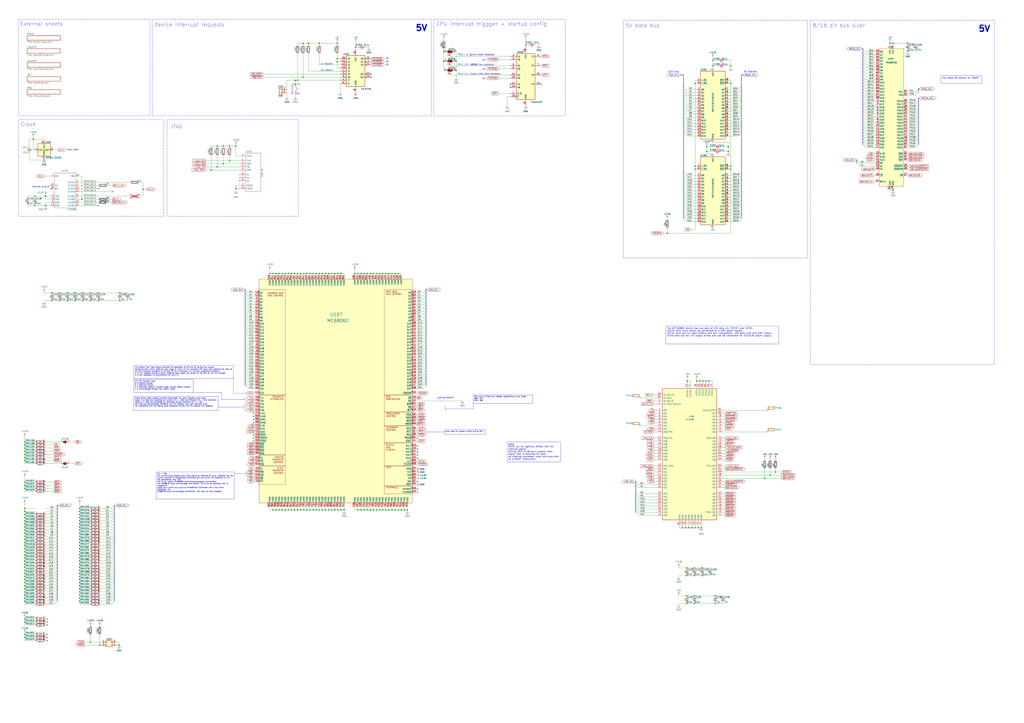
<source format=kicad_sch>
(kicad_sch (version 20230121) (generator eeschema)
  (paper "A1")
  (title_block (title "Raven 68060") (date "2024") (rev "A0") (company "Licensed under CERN-OHL-W v2") (comment 1 "(c)2024 Anders Granlund"))
  (junction (at 20.32 508.635))
  (junction (at 291.465 224.79))
  (junction (at 231.775 419.1))
  (junction (at 269.875 419.1))
  (junction (at 262.255 419.1))
  (junction (at 628.015 393.065))
  (junction (at 20.32 445.77))
  (junction (at 277.495 224.79))
  (junction (at 241.935 224.79))
  (junction (at 580.39 124.46))
  (junction (at 65.405 463.55))
  (junction (at 299.085 224.79))
  (junction (at 20.32 494.03))
  (junction (at 563.88 473.075))
  (junction (at 745.49 41.91))
  (junction (at 97.79 530.225))
  (junction (at 563.88 489.585))
  (junction (at 304.165 224.79))
  (junction (at 563.245 433.705))
  (junction (at 20.32 370.84))
  (junction (at 244.475 419.1))
  (junction (at 587.375 495.935))
  (junction (at 65.405 491.49))
  (junction (at 178.435 120.015))
  (junction (at 20.32 396.24))
  (junction (at 20.32 453.39))
  (junction (at 65.405 453.39))
  (junction (at 234.315 224.79))
  (junction (at 572.135 313.055))
  (junction (at 20.32 378.46))
  (junction (at 65.405 458.47))
  (junction (at 80.645 240.665))
  (junction (at 20.32 368.3))
  (junction (at 239.395 224.79))
  (junction (at 364.49 50.165))
  (junction (at 309.245 419.1))
  (junction (at 636.905 387.985))
  (junction (at 600.075 53.975))
  (junction (at 55.245 247.015))
  (junction (at 65.405 435.61))
  (junction (at 20.32 471.17))
  (junction (at 306.705 224.79))
  (junction (at 20.32 440.69))
  (junction (at 565.785 433.705))
  (junction (at 563.88 466.725))
  (junction (at 374.65 57.785))
  (junction (at 48.895 240.665))
  (junction (at 74.295 527.685))
  (junction (at 65.405 486.41))
  (junction (at 299.085 419.1))
  (junction (at 65.405 427.99))
  (junction (at 74.295 240.665))
  (junction (at 65.405 466.09))
  (junction (at 65.405 433.07))
  (junction (at 20.32 458.47))
  (junction (at 276.86 48.26))
  (junction (at 20.32 420.37))
  (junction (at 65.405 448.31))
  (junction (at 36.195 131.445))
  (junction (at 560.705 433.705))
  (junction (at 253.365 35.56))
  (junction (at 576.58 473.075))
  (junction (at 20.32 521.335))
  (junction (at 274.955 224.79))
  (junction (at 600.075 136.525))
  (junction (at 67.945 247.015))
  (junction (at 229.235 224.79))
  (junction (at 20.32 491.49))
  (junction (at 20.32 435.61))
  (junction (at 20.32 463.55))
  (junction (at 247.015 224.79))
  (junction (at 20.32 488.95))
  (junction (at 587.375 489.585))
  (junction (at 65.405 483.87))
  (junction (at 48.895 247.015))
  (junction (at 183.515 120.015))
  (junction (at 632.46 390.525))
  (junction (at 585.47 49.53))
  (junction (at 264.795 419.1))
  (junction (at 252.095 224.79))
  (junction (at 20.32 450.85))
  (junction (at 296.545 419.1))
  (junction (at 67.945 240.665))
  (junction (at 98.425 240.665))
  (junction (at 188.595 120.015))
  (junction (at 280.035 419.1))
  (junction (at 117.475 155.575))
  (junction (at 65.405 471.17))
  (junction (at 254.635 419.1))
  (junction (at 28.575 161.29))
  (junction (at 262.255 224.79))
  (junction (at 292.1 38.735))
  (junction (at 65.405 420.37))
  (junction (at 272.415 224.79))
  (junction (at 229.235 419.1))
  (junction (at 374.65 50.165))
  (junction (at 20.32 486.41))
  (junction (at 570.865 68.58))
  (junction (at 733.425 156.21))
  (junction (at 570.865 136.525))
  (junction (at 334.645 419.1))
  (junction (at 20.32 363.22))
  (junction (at 248.92 35.56))
  (junction (at 282.575 419.1))
  (junction (at 20.32 375.92))
  (junction (at 20.32 455.93))
  (junction (at 280.035 224.79))
  (junction (at 585.47 53.975))
  (junction (at 65.405 445.77))
  (junction (at 224.155 419.1))
  (junction (at 20.32 473.71))
  (junction (at 259.715 224.79))
  (junction (at 42.545 240.665))
  (junction (at 431.8 36.83))
  (junction (at 173.355 139.7))
  (junction (at 42.545 247.015))
  (junction (at 314.325 419.1))
  (junction (at 65.405 461.01))
  (junction (at 65.405 417.83))
  (junction (at 61.595 247.015))
  (junction (at 20.32 427.99))
  (junction (at 249.555 224.79))
  (junction (at 20.32 483.87))
  (junction (at 272.415 419.1))
  (junction (at 20.32 468.63))
  (junction (at 327.025 224.79))
  (junction (at 332.105 419.1))
  (junction (at 564.515 313.055))
  (junction (at 193.675 120.015))
  (junction (at 579.755 313.055))
  (junction (at 178.435 137.16))
  (junction (at 244.475 66.04))
  (junction (at 20.32 430.53))
  (junction (at 20.32 448.31))
  (junction (at 262.255 35.56))
  (junction (at 20.32 373.38))
  (junction (at 65.405 438.15))
  (junction (at 28.575 168.91))
  (junction (at 67.31 163.83))
  (junction (at 242.57 66.04))
  (junction (at 65.405 430.53))
  (junction (at 276.86 50.8))
  (junction (at 319.405 419.1))
  (junction (at 570.23 466.725))
  (junction (at 301.625 224.79))
  (junction (at 20.32 461.01))
  (junction (at 276.86 35.56))
  (junction (at 221.615 224.79))
  (junction (at 319.405 224.79))
  (junction (at 296.545 224.79))
  (junction (at 600.075 139.065))
  (junction (at 364.49 42.545))
  (junction (at 306.705 419.1))
  (junction (at 65.405 481.33))
  (junction (at 309.245 224.79))
  (junction (at 570.865 433.705))
  (junction (at 20.32 438.15))
  (junction (at 188.595 132.08))
  (junction (at 548.005 191.77))
  (junction (at 20.32 417.83))
  (junction (at 241.935 419.1))
  (junction (at 61.595 240.665))
  (junction (at 311.785 419.1))
  (junction (at 580.39 120.65))
  (junction (at 65.405 450.85))
  (junction (at 575.945 433.705))
  (junction (at 570.23 495.935))
  (junction (at 65.405 478.79))
  (junction (at 598.17 124.46))
  (junction (at 81.915 530.225))
  (junction (at 37.465 168.91))
  (junction (at 20.32 481.33))
  (junction (at 563.88 495.935))
  (junction (at 324.485 224.79))
  (junction (at 226.695 224.79))
  (junction (at 236.855 419.1))
  (junction (at 226.695 419.1))
  (junction (at 598.17 120.65))
  (junction (at 745.49 35.56))
  (junction (at 294.005 419.1))
  (junction (at 20.32 365.76))
  (junction (at 20.32 422.91))
  (junction (at 259.715 419.1))
  (junction (at 20.32 476.25))
  (junction (at 65.405 488.95))
  (junction (at 20.32 478.79))
  (junction (at 224.155 224.79))
  (junction (at 277.495 419.1))
  (junction (at 20.32 443.23))
  (junction (at 65.405 468.63))
  (junction (at 316.865 224.79))
  (junction (at 574.675 313.055))
  (junction (at 65.405 455.93))
  (junction (at 98.425 247.015))
  (junction (at 236.855 224.79))
  (junction (at 80.645 247.015))
  (junction (at 248.92 63.5))
  (junction (at 20.32 511.175))
  (junction (at 254.635 224.79))
  (junction (at 27.305 114.3))
  (junction (at 249.555 419.1))
  (junction (at 244.475 224.79))
  (junction (at 267.335 419.1))
  (junction (at 65.405 473.71))
  (junction (at 74.295 247.015))
  (junction (at 37.465 161.29))
  (junction (at 252.095 419.1))
  (junction (at 570.865 139.065))
  (junction (at 568.325 433.705))
  (junction (at 570.23 473.075))
  (junction (at 316.865 419.1))
  (junction (at 321.945 419.1))
  (junction (at 239.395 419.1))
  (junction (at 65.405 440.69))
  (junction (at 20.32 425.45))
  (junction (at 65.405 494.03))
  (junction (at 733.425 35.56))
  (junction (at 321.945 224.79))
  (junction (at 730.885 35.56))
  (junction (at 193.675 154.94))
  (junction (at 304.165 419.1))
  (junction (at 257.175 224.79))
  (junction (at 327.025 419.1))
  (junction (at 257.175 419.1))
  (junction (at 576.58 466.725))
  (junction (at 20.32 401.32))
  (junction (at 264.795 224.79))
  (junction (at 20.32 523.875))
  (junction (at 267.335 224.79))
  (junction (at 269.875 224.79))
  (junction (at 234.315 419.1))
  (junction (at 247.015 419.1))
  (junction (at 20.32 466.09))
  (junction (at 65.405 443.23))
  (junction (at 314.325 224.79))
  (junction (at 311.785 224.79))
  (junction (at 274.955 419.1))
  (junction (at 294.005 224.79))
  (junction (at 329.565 419.1))
  (junction (at 20.32 398.78))
  (junction (at 65.405 425.45))
  (junction (at 183.515 134.62))
  (junction (at 20.32 433.07))
  (junction (at 577.215 313.055))
  (junction (at 570.23 489.585))
  (junction (at 301.625 419.1))
  (junction (at 65.405 422.91))
  (junction (at 600.075 68.58))
  (junction (at 324.485 419.1))
  (junction (at 582.295 313.055))
  (junction (at 65.405 476.25))
  (junction (at 573.405 433.705))
  (junction (at 55.245 240.665))
  (junction (at 231.775 224.79))
  (no_connect (at 41.91 154.94))
  (no_connect (at 419.1 69.215))
  (no_connect (at 208.28 357.505))
  (no_connect (at 342.9 376.555))
  (no_connect (at 304.8 60.96))
  (no_connect (at 208.28 362.585))
  (no_connect (at 419.1 71.755))
  (no_connect (at 208.28 347.345))
  (no_connect (at 38.735 523.875))
  (no_connect (at 208.28 342.265))
  (no_connect (at 80.645 168.91))
  (no_connect (at 304.8 63.5))
  (no_connect (at 444.5 69.215))
  (no_connect (at 208.28 344.805))
  (no_connect (at 208.28 360.045))
  (no_connect (at 342.9 360.045))
  (no_connect (at 41.91 152.4))
  (no_connect (at 92.71 157.48))
  (no_connect (at 38.735 508.635))
  (no_connect (at 342.9 366.395))
  (no_connect (at 208.28 339.725))
  (no_connect (at 342.9 404.495))
  (no_connect (at 342.9 371.475))
  (no_connect (at 81.28 154.94))
  (no_connect (at 342.9 401.955))
  (no_connect (at 38.735 521.335))
  (no_connect (at 38.735 526.415))
  (no_connect (at 38.735 511.175))
  (no_connect (at 342.9 395.605))
  (no_connect (at 342.9 374.015))
  (no_connect (at 342.9 368.935))
  (no_connect (at 38.735 513.715))
  (bus_entry (at 349.885 245.745) (size -2.54 2.54))
  (bus_entry (at 561.34 83.82) (size 2.54 2.54))
  (bus_entry (at 521.97 415.925) (size 2.54 2.54))
  (bus_entry (at 93.98 463.55) (size -2.54 2.54))
  (bus_entry (at 521.97 398.145) (size 2.54 2.54))
  (bus_entry (at 349.885 248.285) (size -2.54 2.54))
  (bus_entry (at 754.38 116.205) (size -2.54 2.54))
  (bus_entry (at 561.34 144.145) (size 2.54 2.54))
  (bus_entry (at 201.295 281.305) (size 2.54 2.54))
  (bus_entry (at 708.66 103.505) (size 2.54 2.54))
  (bus_entry (at 708.66 83.185) (size 2.54 2.54))
  (bus_entry (at 708.66 98.425) (size 2.54 2.54))
  (bus_entry (at 521.97 413.385) (size 2.54 2.54))
  (bus_entry (at 608.965 83.82) (size -2.54 2.54))
  (bus_entry (at 201.295 291.465) (size 2.54 2.54))
  (bus_entry (at 561.34 78.74) (size 2.54 2.54))
  (bus_entry (at 46.99 471.17) (size -2.54 2.54))
  (bus_entry (at 93.98 450.85) (size -2.54 2.54))
  (bus_entry (at 93.98 422.91) (size -2.54 2.54))
  (bus_entry (at 93.98 486.41) (size -2.54 2.54))
  (bus_entry (at 608.965 88.9) (size -2.54 2.54))
  (bus_entry (at 708.66 100.965) (size 2.54 2.54))
  (bus_entry (at 201.295 299.085) (size 2.54 2.54))
  (bus_entry (at 93.98 491.49) (size -2.54 2.54))
  (bus_entry (at 521.97 418.465) (size 2.54 2.54))
  (bus_entry (at 93.98 471.17) (size -2.54 2.54))
  (bus_entry (at 608.965 149.225) (size -2.54 2.54))
  (bus_entry (at 608.965 101.6) (size -2.54 2.54))
  (bus_entry (at 754.38 118.745) (size -2.54 2.54))
  (bus_entry (at 46.99 427.99) (size -2.54 2.54))
  (bus_entry (at 46.99 486.41) (size -2.54 2.54))
  (bus_entry (at 708.66 80.645) (size 2.54 2.54))
  (bus_entry (at 708.66 90.805) (size 2.54 2.54))
  (bus_entry (at 46.99 458.47) (size -2.54 2.54))
  (bus_entry (at 201.295 248.285) (size 2.54 2.54))
  (bus_entry (at 201.295 301.625) (size 2.54 2.54))
  (bus_entry (at 703.58 131.445) (size 2.54 2.54))
  (bus_entry (at 46.99 445.77) (size -2.54 2.54))
  (bus_entry (at 201.295 309.245) (size 2.54 2.54))
  (bus_entry (at 754.38 100.965) (size -2.54 2.54))
  (bus_entry (at 93.98 425.45) (size -2.54 2.54))
  (bus_entry (at 561.34 164.465) (size 2.54 2.54))
  (bus_entry (at 46.99 435.61) (size -2.54 2.54))
  (bus_entry (at 608.965 81.28) (size -2.54 2.54))
  (bus_entry (at 608.965 151.765) (size -2.54 2.54))
  (bus_entry (at 46.99 491.49) (size -2.54 2.54))
  (bus_entry (at 754.38 106.045) (size -2.54 2.54))
  (bus_entry (at 349.885 238.125) (size -2.54 2.54))
  (bus_entry (at 93.98 488.95) (size -2.54 2.54))
  (bus_entry (at 349.885 301.625) (size -2.54 2.54))
  (bus_entry (at 708.66 93.345) (size 2.54 2.54))
  (bus_entry (at 608.965 106.68) (size -2.54 2.54))
  (bus_entry (at 201.295 283.845) (size 2.54 2.54))
  (bus_entry (at 201.295 273.685) (size 2.54 2.54))
  (bus_entry (at 708.66 57.785) (size 2.54 2.54))
  (bus_entry (at 349.885 299.085) (size -2.54 2.54))
  (bus_entry (at 93.98 483.87) (size -2.54 2.54))
  (bus_entry (at 708.66 95.885) (size 2.54 2.54))
  (bus_entry (at 561.34 93.98) (size 2.54 2.54))
  (bus_entry (at 201.295 253.365) (size 2.54 2.54))
  (bus_entry (at 608.965 141.605) (size -2.54 2.54))
  (bus_entry (at 608.965 177.165) (size -2.54 2.54))
  (bus_entry (at 349.885 286.385) (size -2.54 2.54))
  (bus_entry (at 201.295 263.525) (size 2.54 2.54))
  (bus_entry (at 708.66 55.245) (size 2.54 2.54))
  (bus_entry (at 201.295 288.925) (size 2.54 2.54))
  (bus_entry (at 561.34 106.68) (size 2.54 2.54))
  (bus_entry (at 754.38 108.585) (size -2.54 2.54))
  (bus_entry (at 708.66 70.485) (size 2.54 2.54))
  (bus_entry (at 349.885 260.985) (size -2.54 2.54))
  (bus_entry (at 201.295 296.545) (size 2.54 2.54))
  (bus_entry (at 201.295 278.765) (size 2.54 2.54))
  (bus_entry (at 93.98 420.37) (size -2.54 2.54))
  (bus_entry (at 349.885 266.065) (size -2.54 2.54))
  (bus_entry (at 521.97 395.605) (size 2.54 2.54))
  (bus_entry (at 561.34 179.705) (size 2.54 2.54))
  (bus_entry (at 608.965 174.625) (size -2.54 2.54))
  (bus_entry (at 349.885 294.005) (size -2.54 2.54))
  (bus_entry (at 201.295 304.165) (size 2.54 2.54))
  (bus_entry (at 608.965 93.98) (size -2.54 2.54))
  (bus_entry (at 46.99 473.71) (size -2.54 2.54))
  (bus_entry (at 93.98 458.47) (size -2.54 2.54))
  (bus_entry (at 201.295 240.665) (size 2.54 2.54))
  (bus_entry (at 93.98 476.25) (size -2.54 2.54))
  (bus_entry (at 561.34 141.605) (size 2.54 2.54))
  (bus_entry (at 708.66 62.865) (size 2.54 2.54))
  (bus_entry (at 608.965 144.145) (size -2.54 2.54))
  (bus_entry (at 561.34 91.44) (size 2.54 2.54))
  (bus_entry (at 561.34 151.765) (size 2.54 2.54))
  (bus_entry (at 46.99 463.55) (size -2.54 2.54))
  (bus_entry (at 708.66 65.405) (size 2.54 2.54))
  (bus_entry (at 349.885 309.245) (size -2.54 2.54))
  (bus_entry (at 349.885 253.365) (size -2.54 2.54))
  (bus_entry (at 349.885 288.925) (size -2.54 2.54))
  (bus_entry (at 201.295 276.225) (size 2.54 2.54))
  (bus_entry (at 46.99 425.45) (size -2.54 2.54))
  (bus_entry (at 46.99 448.31) (size -2.54 2.54))
  (bus_entry (at 93.98 438.15) (size -2.54 2.54))
  (bus_entry (at 46.99 420.37) (size -2.54 2.54))
  (bus_entry (at 561.34 81.28) (size 2.54 2.54))
  (bus_entry (at 349.885 278.765) (size -2.54 2.54))
  (bus_entry (at 93.98 468.63) (size -2.54 2.54))
  (bus_entry (at 349.885 296.545) (size -2.54 2.54))
  (bus_entry (at 561.34 99.06) (size 2.54 2.54))
  (bus_entry (at 93.98 415.29) (size -2.54 2.54))
  (bus_entry (at 708.66 75.565) (size 2.54 2.54))
  (bus_entry (at 708.66 111.125) (size 2.54 2.54))
  (bus_entry (at 754.38 111.125) (size -2.54 2.54))
  (bus_entry (at 561.34 149.225) (size 2.54 2.54))
  (bus_entry (at 708.66 116.205) (size 2.54 2.54))
  (bus_entry (at 608.965 167.005) (size -2.54 2.54))
  (bus_entry (at 93.98 417.83) (size -2.54 2.54))
  (bus_entry (at 349.885 255.905) (size -2.54 2.54))
  (bus_entry (at 708.66 42.545) (size 2.54 2.54))
  (bus_entry (at 561.34 156.845) (size 2.54 2.54))
  (bus_entry (at 201.295 314.325) (size 2.54 2.54))
  (bus_entry (at 46.99 433.07) (size -2.54 2.54))
  (bus_entry (at 561.34 109.22) (size 2.54 2.54))
  (bus_entry (at 349.885 273.685) (size -2.54 2.54))
  (bus_entry (at 93.98 481.33) (size -2.54 2.54))
  (bus_entry (at 349.885 306.705) (size -2.54 2.54))
  (bus_entry (at 608.965 169.545) (size -2.54 2.54))
  (bus_entry (at 349.885 283.845) (size -2.54 2.54))
  (bus_entry (at 93.98 466.09) (size -2.54 2.54))
  (bus_entry (at 754.38 113.665) (size -2.54 2.54))
  (bus_entry (at 201.295 268.605) (size 2.54 2.54))
  (bus_entry (at 349.885 281.305) (size -2.54 2.54))
  (bus_entry (at 708.66 108.585) (size 2.54 2.54))
  (bus_entry (at 201.295 250.825) (size 2.54 2.54))
  (bus_entry (at 754.38 75.565) (size -2.54 2.54))
  (bus_entry (at 608.965 96.52) (size -2.54 2.54))
  (bus_entry (at 561.34 96.52) (size 2.54 2.54))
  (bus_entry (at 93.98 494.03) (size -2.54 2.54))
  (bus_entry (at 46.99 443.23) (size -2.54 2.54))
  (bus_entry (at 608.965 164.465) (size -2.54 2.54))
  (bus_entry (at 561.34 86.36) (size 2.54 2.54))
  (bus_entry (at 46.99 438.15) (size -2.54 2.54))
  (bus_entry (at 708.66 60.325) (size 2.54 2.54))
  (bus_entry (at 521.97 408.305) (size 2.54 2.54))
  (bus_entry (at 708.66 45.085) (size 2.54 2.54))
  (bus_entry (at 561.34 88.9) (size 2.54 2.54))
  (bus_entry (at 201.295 260.985) (size 2.54 2.54))
  (bus_entry (at 46.99 483.87) (size -2.54 2.54))
  (bus_entry (at 754.38 93.345) (size -2.54 2.54))
  (bus_entry (at 561.34 101.6) (size 2.54 2.54))
  (bus_entry (at 561.34 169.545) (size 2.54 2.54))
  (bus_entry (at 608.965 154.305) (size -2.54 2.54))
  (bus_entry (at 608.965 159.385) (size -2.54 2.54))
  (bus_entry (at 708.66 47.625) (size 2.54 2.54))
  (bus_entry (at 608.965 161.925) (size -2.54 2.54))
  (bus_entry (at 349.885 304.165) (size -2.54 2.54))
  (bus_entry (at 46.99 453.39) (size -2.54 2.54))
  (bus_entry (at 46.99 476.25) (size -2.54 2.54))
  (bus_entry (at 201.295 255.905) (size 2.54 2.54))
  (bus_entry (at 46.99 494.03) (size -2.54 2.54))
  (bus_entry (at 349.885 263.525) (size -2.54 2.54))
  (bus_entry (at 561.34 172.085) (size 2.54 2.54))
  (bus_entry (at 608.965 73.66) (size -2.54 2.54))
  (bus_entry (at 561.34 146.685) (size 2.54 2.54))
  (bus_entry (at 708.66 40.005) (size 2.54 2.54))
  (bus_entry (at 521.97 421.005) (size 2.54 2.54))
  (bus_entry (at 349.885 316.865) (size -2.54 2.54))
  (bus_entry (at 201.295 294.005) (size 2.54 2.54))
  (bus_entry (at 46.99 466.09) (size -2.54 2.54))
  (bus_entry (at 708.66 52.705) (size 2.54 2.54))
  (bus_entry (at 349.885 243.205) (size -2.54 2.54))
  (bus_entry (at 561.34 161.925) (size 2.54 2.54))
  (bus_entry (at 754.38 80.645) (size -2.54 2.54))
  (bus_entry (at 708.66 118.745) (size 2.54 2.54))
  (bus_entry (at 93.98 448.31) (size -2.54 2.54))
  (bus_entry (at 201.295 238.125) (size 2.54 2.54))
  (bus_entry (at 708.66 113.665) (size 2.54 2.54))
  (bus_entry (at 608.965 71.12) (size -2.54 2.54))
  (bus_entry (at 754.38 103.505) (size -2.54 2.54))
  (bus_entry (at 708.66 88.265) (size 2.54 2.54))
  (bus_entry (at 561.34 174.625) (size 2.54 2.54))
  (bus_entry (at 608.965 104.14) (size -2.54 2.54))
  (bus_entry (at 608.965 86.36) (size -2.54 2.54))
  (bus_entry (at 201.295 311.785) (size 2.54 2.54))
  (bus_entry (at 561.34 76.2) (size 2.54 2.54))
  (bus_entry (at 754.38 95.885) (size -2.54 2.54))
  (bus_entry (at 349.885 250.825) (size -2.54 2.54))
  (bus_entry (at 349.885 291.465) (size -2.54 2.54))
  (bus_entry (at 46.99 450.85) (size -2.54 2.54))
  (bus_entry (at 608.965 99.06) (size -2.54 2.54))
  (bus_entry (at 754.38 73.025) (size -2.54 2.54))
  (bus_entry (at 93.98 461.01) (size -2.54 2.54))
  (bus_entry (at 46.99 481.33) (size -2.54 2.54))
  (bus_entry (at 608.965 179.705) (size -2.54 2.54))
  (bus_entry (at 93.98 433.07) (size -2.54 2.54))
  (bus_entry (at 93.98 445.77) (size -2.54 2.54))
  (bus_entry (at 46.99 468.63) (size -2.54 2.54))
  (bus_entry (at 46.99 430.53) (size -2.54 2.54))
  (bus_entry (at 349.885 268.605) (size -2.54 2.54))
  (bus_entry (at 46.99 455.93) (size -2.54 2.54))
  (bus_entry (at 93.98 440.69) (size -2.54 2.54))
  (bus_entry (at 703.58 133.985) (size 2.54 2.54))
  (bus_entry (at 93.98 443.23) (size -2.54 2.54))
  (bus_entry (at 561.34 167.005) (size 2.54 2.54))
  (bus_entry (at 608.965 146.685) (size -2.54 2.54))
  (bus_entry (at 608.965 172.085) (size -2.54 2.54))
  (bus_entry (at 349.885 311.785) (size -2.54 2.54))
  (bus_entry (at 46.99 422.91) (size -2.54 2.54))
  (bus_entry (at 93.98 453.39) (size -2.54 2.54))
  (bus_entry (at 46.99 415.29) (size -2.54 2.54))
  (bus_entry (at 201.295 245.745) (size 2.54 2.54))
  (bus_entry (at 521.97 405.765) (size 2.54 2.54))
  (bus_entry (at 46.99 478.79) (size -2.54 2.54))
  (bus_entry (at 561.34 104.14) (size 2.54 2.54))
  (bus_entry (at 349.885 314.325) (size -2.54 2.54))
  (bus_entry (at 754.38 85.725) (size -2.54 2.54))
  (bus_entry (at 708.66 78.105) (size 2.54 2.54))
  (bus_entry (at 93.98 430.53) (size -2.54 2.54))
  (bus_entry (at 561.34 159.385) (size 2.54 2.54))
  (bus_entry (at 201.295 306.705) (size 2.54 2.54))
  (bus_entry (at 46.99 417.83) (size -2.54 2.54))
  (bus_entry (at 349.885 240.665) (size -2.54 2.54))
  (bus_entry (at 561.34 71.12) (size 2.54 2.54))
  (bus_entry (at 349.885 258.445) (size -2.54 2.54))
  (bus_entry (at 201.295 266.065) (size 2.54 2.54))
  (bus_entry (at 561.34 154.305) (size 2.54 2.54))
  (bus_entry (at 754.38 90.805) (size -2.54 2.54))
  (bus_entry (at 93.98 473.71) (size -2.54 2.54))
  (bus_entry (at 754.38 98.425) (size -2.54 2.54))
  (bus_entry (at 349.885 276.225) (size -2.54 2.54))
  (bus_entry (at 201.295 316.865) (size 2.54 2.54))
  (bus_entry (at 201.295 271.145) (size 2.54 2.54))
  (bus_entry (at 708.66 85.725) (size 2.54 2.54))
  (bus_entry (at 93.98 427.99) (size -2.54 2.54))
  (bus_entry (at 46.99 461.01) (size -2.54 2.54))
  (bus_entry (at 349.885 271.145) (size -2.54 2.54))
  (bus_entry (at 521.97 403.225) (size 2.54 2.54))
  (bus_entry (at 608.965 76.2) (size -2.54 2.54))
  (bus_entry (at 708.66 106.045) (size 2.54 2.54))
  (bus_entry (at 608.965 156.845) (size -2.54 2.54))
  (bus_entry (at 561.34 177.165) (size 2.54 2.54))
  (bus_entry (at 708.66 73.025) (size 2.54 2.54))
  (bus_entry (at 608.965 109.22) (size -2.54 2.54))
  (bus_entry (at 93.98 478.79) (size -2.54 2.54))
  (bus_entry (at 521.97 410.845) (size 2.54 2.54))
  (bus_entry (at 561.34 73.66) (size 2.54 2.54))
  (bus_entry (at 46.99 440.69) (size -2.54 2.54))
  (bus_entry (at 708.66 67.945) (size 2.54 2.54))
  (bus_entry (at 201.295 286.385) (size 2.54 2.54))
  (bus_entry (at 46.99 488.95) (size -2.54 2.54))
  (bus_entry (at 708.66 50.165) (size 2.54 2.54))
  (bus_entry (at 754.38 83.185) (size -2.54 2.54))
  (bus_entry (at 608.965 91.44) (size -2.54 2.54))
  (bus_entry (at 754.38 88.265) (size -2.54 2.54))
  (bus_entry (at 93.98 455.93) (size -2.54 2.54))
  (bus_entry (at 201.295 243.205) (size 2.54 2.54))
  (bus_entry (at 201.295 258.445) (size 2.54 2.54))
  (bus_entry (at 608.965 78.74) (size -2.54 2.54))
  (bus_entry (at 93.98 435.61) (size -2.54 2.54))
  (wire (pts (xy 364.49 50.165) (xy 364.49 57.785)))
  (wire (pts (xy 36.83 443.23) (xy 44.45 443.23)))
  (wire (pts (xy 20.32 471.17) (xy 29.21 471.17)))
  (wire (pts (xy 572.77 174.625) (xy 563.88 174.625)))
  (wire (pts (xy 81.915 478.79) (xy 91.44 478.79)))
  (wire (pts (xy 20.32 438.15) (xy 29.21 438.15)))
  (wire (pts (xy 745.49 41.91) (xy 745.49 42.545)))
  (wire (pts (xy 262.255 35.56) (xy 276.86 35.56)))
  (bus (pts (xy 93.98 466.09) (xy 93.98 463.55)))
  (wire (pts (xy 203.835 266.065) (xy 210.185 266.065)))
  (bus (pts (xy 349.885 258.445) (xy 349.885 255.905)))
  (wire (pts (xy 208.915 390.525) (xy 210.185 390.525)))
  (wire (pts (xy 575.945 432.435) (xy 575.945 433.705)))
  (wire (pts (xy 234.315 224.79) (xy 234.315 226.695)))
  (wire (pts (xy 61.595 247.015) (xy 61.595 246.38)))
  (wire (pts (xy 247.015 224.79) (xy 244.475 224.79)))
  (bus (pts (xy 561.34 61.595) (xy 558.8 61.595)))
  (wire (pts (xy 65.405 491.49) (xy 74.295 491.49)))
  (bus (pts (xy 608.965 177.165) (xy 608.965 174.625)))
  (wire (pts (xy 272.415 415.925) (xy 272.415 419.1)))
  (bus (pts (xy 46.99 438.15) (xy 46.99 435.61)))
  (wire (pts (xy 69.215 527.685) (xy 74.295 527.685)))
  (wire (pts (xy 65.405 433.07) (xy 74.295 433.07)))
  (wire (pts (xy 36.83 401.32) (xy 44.45 401.32)))
  (bus (pts (xy 349.885 314.325) (xy 349.885 311.785)))
  (wire (pts (xy 340.995 255.905) (xy 347.345 255.905)))
  (wire (pts (xy 272.415 419.1) (xy 274.955 419.1)))
  (wire (pts (xy 231.775 415.925) (xy 231.775 419.1)))
  (wire (pts (xy 36.195 114.3) (xy 36.195 115.57)))
  (wire (pts (xy 340.995 374.015) (xy 342.9 374.015)))
  (wire (pts (xy 203.835 309.245) (xy 210.185 309.245)))
  (wire (pts (xy 572.77 149.225) (xy 563.88 149.225)))
  (wire (pts (xy 745.49 41.91) (xy 751.84 41.91)))
  (wire (pts (xy 95.885 527.685) (xy 97.79 527.685)))
  (wire (pts (xy 299.085 224.79) (xy 299.085 226.695)))
  (wire (pts (xy 37.465 166.37) (xy 37.465 168.91)))
  (wire (pts (xy 231.775 419.1) (xy 234.315 419.1)))
  (bus (pts (xy 349.885 301.625) (xy 349.885 299.085)))
  (bus (pts (xy 93.98 483.87) (xy 93.98 481.33)))
  (wire (pts (xy 196.85 152.4) (xy 193.675 152.4)))
  (wire (pts (xy 572.77 164.465) (xy 563.88 164.465)))
  (wire (pts (xy 20.32 476.25) (xy 29.21 476.25)))
  (wire (pts (xy 594.995 49.53) (xy 600.075 49.53)))
  (bus (pts (xy 754.38 113.665) (xy 754.38 116.205)))
  (wire (pts (xy 20.32 508.635) (xy 29.21 508.635)))
  (wire (pts (xy 572.77 172.085) (xy 563.88 172.085)))
  (wire (pts (xy 576.58 473.075) (xy 582.93 473.075)))
  (bus (pts (xy 93.98 443.23) (xy 93.98 440.69)))
  (wire (pts (xy 319.405 419.1) (xy 321.945 419.1)))
  (wire (pts (xy 563.88 489.585) (xy 570.23 489.585)))
  (wire (pts (xy 36.83 486.41) (xy 44.45 486.41)))
  (wire (pts (xy 274.955 415.925) (xy 274.955 419.1)))
  (wire (pts (xy 276.86 48.26) (xy 279.4 48.26)))
  (wire (pts (xy 65.405 476.25) (xy 74.295 476.25)))
  (wire (pts (xy 193.675 118.745) (xy 193.675 120.015)))
  (wire (pts (xy 598.17 144.145) (xy 606.425 144.145)))
  (bus (pts (xy 708.66 108.585) (xy 708.66 106.045)))
  (wire (pts (xy 572.77 144.145) (xy 563.88 144.145)))
  (wire (pts (xy 244.475 66.04) (xy 279.4 66.04)))
  (wire (pts (xy 48.895 240.665) (xy 55.245 240.665)))
  (wire (pts (xy 20.32 373.38) (xy 29.21 373.38)))
  (wire (pts (xy 711.2 108.585) (xy 719.455 108.585)))
  (bus (pts (xy 708.66 118.745) (xy 708.66 116.205)))
  (wire (pts (xy 711.2 116.205) (xy 719.455 116.205)))
  (wire (pts (xy 711.2 50.165) (xy 719.455 50.165)))
  (wire (pts (xy 711.2 75.565) (xy 719.455 75.565)))
  (wire (pts (xy 65.405 440.69) (xy 74.295 440.69)))
  (wire (pts (xy 340.995 319.405) (xy 347.345 319.405)))
  (wire (pts (xy 81.915 530.225) (xy 83.185 530.225)))
  (wire (pts (xy 340.995 362.585) (xy 342.265 362.585)))
  (wire (pts (xy 598.17 73.66) (xy 606.425 73.66)))
  (bus (pts (xy 46.99 483.87) (xy 46.99 481.33)))
  (wire (pts (xy 20.32 507.365) (xy 20.32 508.635)))
  (bus (pts (xy 561.34 106.68) (xy 561.34 104.14)))
  (wire (pts (xy 332.105 419.1) (xy 334.645 419.1)))
  (wire (pts (xy 20.32 523.875) (xy 29.21 523.875)))
  (bus (pts (xy 201.295 316.865) (xy 201.295 314.325)))
  (wire (pts (xy 20.32 358.775) (xy 20.32 363.22)))
  (wire (pts (xy 262.255 415.925) (xy 262.255 419.1)))
  (wire (pts (xy 36.83 378.46) (xy 44.45 378.46)))
  (wire (pts (xy 306.705 419.1) (xy 309.245 419.1)))
  (wire (pts (xy 580.39 126.365) (xy 585.47 126.365)))
  (bus (pts (xy 93.98 476.25) (xy 93.98 473.71)))
  (wire (pts (xy 193.675 154.94) (xy 193.675 156.845)))
  (wire (pts (xy 20.32 368.3) (xy 29.21 368.3)))
  (bus (pts (xy 708.66 67.945) (xy 708.66 65.405)))
  (wire (pts (xy 65.405 448.31) (xy 65.405 450.85)))
  (wire (pts (xy 537.21 372.745) (xy 539.115 372.745)))
  (wire (pts (xy 340.995 334.645) (xy 342.265 334.645)))
  (wire (pts (xy 81.915 453.39) (xy 91.44 453.39)))
  (bus (pts (xy 608.965 99.06) (xy 608.965 96.52)))
  (bus (pts (xy 755.015 73.025) (xy 754.38 73.025)))
  (wire (pts (xy 291.465 419.1) (xy 294.005 419.1)))
  (wire (pts (xy 292.1 34.29) (xy 292.1 38.735)))
  (wire (pts (xy 20.32 417.83) (xy 29.21 417.83)))
  (wire (pts (xy 20.32 427.99) (xy 29.21 427.99)))
  (wire (pts (xy 524.51 405.765) (xy 539.115 405.765)))
  (wire (pts (xy 572.77 177.165) (xy 563.88 177.165)))
  (wire (pts (xy 65.405 417.83) (xy 74.295 417.83)))
  (wire (pts (xy 203.835 283.845) (xy 210.185 283.845)))
  (bus (pts (xy 201.295 248.285) (xy 201.295 245.745)))
  (wire (pts (xy 537.21 324.485) (xy 539.115 324.485)))
  (bus (pts (xy 93.98 417.83) (xy 93.98 415.29)))
  (bus (pts (xy 561.34 161.925) (xy 561.34 159.385)))
  (wire (pts (xy 598.17 149.225) (xy 606.425 149.225)))
  (bus (pts (xy 561.34 96.52) (xy 561.34 93.98)))
  (wire (pts (xy 65.405 486.41) (xy 74.295 486.41)))
  (bus (pts (xy 46.99 476.25) (xy 46.99 473.71)))
  (wire (pts (xy 203.835 250.825) (xy 210.185 250.825)))
  (wire (pts (xy 591.82 120.65) (xy 598.17 120.65)))
  (wire (pts (xy 65.405 494.03) (xy 74.295 494.03)))
  (bus (pts (xy 201.295 266.065) (xy 201.295 263.525)))
  (wire (pts (xy 42.545 240.665) (xy 48.895 240.665)))
  (wire (pts (xy 593.725 387.985) (xy 636.905 387.985)))
  (wire (pts (xy 282.575 415.925) (xy 282.575 419.1)))
  (bus (pts (xy 561.34 101.6) (xy 561.34 99.06)))
  (bus (pts (xy 608.965 106.68) (xy 608.965 104.14)))
  (bus (pts (xy 46.99 422.91) (xy 46.99 420.37)))
  (wire (pts (xy 304.165 224.79) (xy 301.625 224.79)))
  (wire (pts (xy 282.575 224.79) (xy 280.035 224.79)))
  (bus (pts (xy 608.965 159.385) (xy 608.965 156.845)))
  (bus (pts (xy 93.98 430.53) (xy 93.98 427.99)))
  (wire (pts (xy 327.025 419.1) (xy 329.565 419.1)))
  (wire (pts (xy 20.32 466.09) (xy 20.32 468.63)))
  (bus (pts (xy 349.885 294.005) (xy 349.885 291.465)))
  (wire (pts (xy 64.77 152.4) (xy 80.645 152.4)))
  (wire (pts (xy 210.185 362.585) (xy 208.28 362.585)))
  (wire (pts (xy 248.92 44.45) (xy 248.92 63.5)))
  (wire (pts (xy 744.855 111.125) (xy 751.84 111.125)))
  (wire (pts (xy 36.83 461.01) (xy 44.45 461.01)))
  (wire (pts (xy 208.915 352.425) (xy 210.185 352.425)))
  (wire (pts (xy 711.2 113.665) (xy 719.455 113.665)))
  (wire (pts (xy 203.835 314.325) (xy 210.185 314.325)))
  (wire (pts (xy 598.17 81.28) (xy 606.425 81.28)))
  (bus (pts (xy 608.965 161.925) (xy 608.965 159.385)))
  (wire (pts (xy 576.58 466.725) (xy 582.93 466.725)))
  (wire (pts (xy 168.91 139.7) (xy 173.355 139.7)))
  (wire (pts (xy 20.32 422.91) (xy 20.32 425.45)))
  (wire (pts (xy 340.995 253.365) (xy 347.345 253.365)))
  (wire (pts (xy 340.995 311.785) (xy 347.345 311.785)))
  (bus (pts (xy 608.965 156.845) (xy 608.965 154.305)))
  (bus (pts (xy 349.885 273.685) (xy 349.885 271.145)))
  (bus (pts (xy 201.295 311.785) (xy 201.295 309.245)))
  (bus (pts (xy 349.885 263.525) (xy 349.885 260.985)))
  (wire (pts (xy 236.855 224.79) (xy 234.315 224.79)))
  (bus (pts (xy 349.885 250.825) (xy 349.885 248.285)))
  (wire (pts (xy 20.32 368.3) (xy 20.32 370.84)))
  (bus (pts (xy 708.66 83.185) (xy 708.66 80.645)))
  (bus (pts (xy 708.66 90.805) (xy 708.66 88.265)))
  (wire (pts (xy 733.425 35.56) (xy 745.49 35.56)))
  (wire (pts (xy 36.83 435.61) (xy 44.45 435.61)))
  (bus (pts (xy 201.295 309.245) (xy 201.295 306.705)))
  (wire (pts (xy 257.175 419.1) (xy 259.715 419.1)))
  (wire (pts (xy 97.79 527.685) (xy 97.79 530.225)))
  (wire (pts (xy 711.2 83.185) (xy 719.455 83.185)))
  (bus (pts (xy 349.885 245.745) (xy 349.885 243.205)))
  (wire (pts (xy 431.8 36.83) (xy 434.34 36.83)))
  (wire (pts (xy 269.875 419.1) (xy 272.415 419.1)))
  (wire (pts (xy 20.32 508.635) (xy 20.32 511.175)))
  (wire (pts (xy 24.13 114.3) (xy 27.305 114.3)))
  (wire (pts (xy 306.705 224.79) (xy 306.705 226.695)))
  (bus (pts (xy 608.965 146.685) (xy 608.965 144.145)))
  (wire (pts (xy 272.415 224.79) (xy 269.875 224.79)))
  (wire (pts (xy 20.32 413.385) (xy 20.32 417.83)))
  (wire (pts (xy 537.21 370.205) (xy 539.115 370.205)))
  (wire (pts (xy 221.615 419.1) (xy 224.155 419.1)))
  (wire (pts (xy 65.405 440.69) (xy 65.405 443.23)))
  (bus (pts (xy 201.295 276.225) (xy 201.295 273.685)))
  (wire (pts (xy 208.915 372.745) (xy 210.185 372.745)))
  (bus (pts (xy 561.34 81.28) (xy 561.34 78.74)))
  (wire (pts (xy 249.555 419.1) (xy 252.095 419.1)))
  (wire (pts (xy 570.865 433.705) (xy 573.405 433.705)))
  (wire (pts (xy 598.17 78.74) (xy 606.425 78.74)))
  (wire (pts (xy 291.465 224.79) (xy 291.465 226.695)))
  (bus (pts (xy 46.99 443.23) (xy 46.99 440.69)))
  (wire (pts (xy 114.3 149.86) (xy 117.475 149.86)))
  (wire (pts (xy 203.835 271.145) (xy 210.185 271.145)))
  (bus (pts (xy 754.38 113.665) (xy 754.38 111.125)))
  (bus (pts (xy 349.885 253.365) (xy 349.885 250.825)))
  (wire (pts (xy 598.17 154.305) (xy 606.425 154.305)))
  (bus (pts (xy 608.965 76.2) (xy 608.965 73.66)))
  (wire (pts (xy 342.265 352.425) (xy 340.995 352.425)))
  (wire (pts (xy 208.915 381.635) (xy 210.185 381.635)))
  (wire (pts (xy 48.895 246.38) (xy 48.895 247.015)))
  (wire (pts (xy 311.785 419.1) (xy 314.325 419.1)))
  (bus (pts (xy 608.965 169.545) (xy 608.965 167.005)))
  (wire (pts (xy 36.83 523.875) (xy 38.735 523.875)))
  (wire (pts (xy 314.325 224.79) (xy 314.325 226.695)))
  (bus (pts (xy 349.885 240.665) (xy 349.885 238.125)))
  (wire (pts (xy 20.32 520.065) (xy 20.32 521.335)))
  (wire (pts (xy 572.77 169.545) (xy 563.88 169.545)))
  (bus (pts (xy 561.34 76.2) (xy 561.34 73.66)))
  (wire (pts (xy 208.28 337.185) (xy 210.185 337.185)))
  (bus (pts (xy 349.885 316.865) (xy 349.885 314.325)))
  (wire (pts (xy 573.405 432.435) (xy 573.405 433.705)))
  (bus (pts (xy 708.66 85.725) (xy 708.66 83.185)))
  (wire (pts (xy 730.885 34.29) (xy 730.885 35.56)))
  (wire (pts (xy 600.075 68.58) (xy 600.075 136.525)))
  (wire (pts (xy 340.995 296.545) (xy 347.345 296.545)))
  (wire (pts (xy 248.92 63.5) (xy 279.4 63.5)))
  (wire (pts (xy 20.32 523.875) (xy 20.32 526.415)))
  (wire (pts (xy 557.53 489.585) (xy 563.88 489.585)))
  (wire (pts (xy 37.465 163.83) (xy 37.465 161.29)))
  (wire (pts (xy 231.775 224.79) (xy 231.775 226.695)))
  (wire (pts (xy 203.835 291.465) (xy 210.185 291.465)))
  (wire (pts (xy 340.995 248.285) (xy 347.345 248.285)))
  (wire (pts (xy 711.2 73.025) (xy 719.455 73.025)))
  (wire (pts (xy 560.705 432.435) (xy 560.705 433.705)))
  (wire (pts (xy 282.575 419.1) (xy 282.575 420.37)))
  (wire (pts (xy 340.995 304.165) (xy 347.345 304.165)))
  (wire (pts (xy 203.835 316.865) (xy 210.185 316.865)))
  (wire (pts (xy 42.545 247.015) (xy 48.895 247.015)))
  (wire (pts (xy 410.21 48.895) (xy 419.1 48.895)))
  (wire (pts (xy 57.15 363.22) (xy 60.96 363.22)))
  (wire (pts (xy 64.77 168.91) (xy 80.645 168.91)))
  (wire (pts (xy 203.835 286.385) (xy 210.185 286.385)))
  (wire (pts (xy 65.405 438.15) (xy 65.405 440.69)))
  (bus (pts (xy 349.885 276.225) (xy 349.885 273.685)))
  (wire (pts (xy 706.12 133.985) (xy 719.455 133.985)))
  (wire (pts (xy 36.83 513.715) (xy 38.735 513.715)))
  (wire (pts (xy 20.32 427.99) (xy 20.32 430.53)))
  (wire (pts (xy 374.65 57.785) (xy 374.65 64.135)))
  (wire (pts (xy 20.32 486.41) (xy 29.21 486.41)))
  (wire (pts (xy 570.865 432.435) (xy 570.865 433.705)))
  (wire (pts (xy 744.855 95.885) (xy 751.84 95.885)))
  (wire (pts (xy 311.785 415.925) (xy 311.785 419.1)))
  (wire (pts (xy 20.32 521.335) (xy 20.32 523.875)))
  (wire (pts (xy 36.83 144.78) (xy 41.91 144.78)))
  (wire (pts (xy 410.21 64.135) (xy 419.1 64.135)))
  (wire (pts (xy 253.365 36.83) (xy 253.365 35.56)))
  (wire (pts (xy 598.17 91.44) (xy 606.425 91.44)))
  (bus (pts (xy 608.965 167.005) (xy 608.965 164.465)))
  (wire (pts (xy 563.88 473.075) (xy 570.23 473.075)))
  (wire (pts (xy 28.575 168.91) (xy 37.465 168.91)))
  (bus (pts (xy 46.99 445.77) (xy 46.99 443.23)))
  (wire (pts (xy 598.17 86.36) (xy 606.425 86.36)))
  (wire (pts (xy 241.935 415.925) (xy 241.935 419.1)))
  (bus (pts (xy 46.99 486.41) (xy 46.99 483.87)))
  (wire (pts (xy 585.47 53.975) (xy 585.47 55.88)))
  (wire (pts (xy 57.15 381) (xy 60.96 381)))
  (wire (pts (xy 98.425 246.38) (xy 98.425 247.015)))
  (wire (pts (xy 340.995 327.025) (xy 342.265 327.025)))
  (wire (pts (xy 269.875 415.925) (xy 269.875 419.1)))
  (bus (pts (xy 201.295 271.145) (xy 201.295 268.605)))
  (wire (pts (xy 65.405 463.55) (xy 74.295 463.55)))
  (wire (pts (xy 88.265 166.37) (xy 92.075 166.37)))
  (wire (pts (xy 711.2 55.245) (xy 719.455 55.245)))
  (wire (pts (xy 563.88 495.935) (xy 570.23 495.935)))
  (wire (pts (xy 203.835 253.365) (xy 210.185 253.365)))
  (wire (pts (xy 628.015 393.065) (xy 593.725 393.065)))
  (wire (pts (xy 572.77 83.82) (xy 563.88 83.82)))
  (wire (pts (xy 340.995 360.045) (xy 342.9 360.045)))
  (wire (pts (xy 208.915 376.555) (xy 210.185 376.555)))
  (bus (pts (xy 708.66 42.545) (xy 708.66 40.005)))
  (bus (pts (xy 46.99 488.95) (xy 46.99 486.41)))
  (wire (pts (xy 301.625 415.925) (xy 301.625 419.1)))
  (wire (pts (xy 20.32 483.87) (xy 20.32 486.41)))
  (wire (pts (xy 210.185 344.805) (xy 208.28 344.805)))
  (wire (pts (xy 280.035 419.1) (xy 282.575 419.1)))
  (wire (pts (xy 537.21 344.805) (xy 539.115 344.805)))
  (bus (pts (xy 608.965 164.465) (xy 608.965 161.925)))
  (wire (pts (xy 316.865 415.925) (xy 316.865 419.1)))
  (wire (pts (xy 636.905 385.445) (xy 636.905 387.985)))
  (wire (pts (xy 210.185 342.265) (xy 208.28 342.265)))
  (wire (pts (xy 80.645 246.38) (xy 80.645 247.015)))
  (wire (pts (xy 244.475 419.1) (xy 247.015 419.1)))
  (wire (pts (xy 340.995 278.765) (xy 347.345 278.765)))
  (wire (pts (xy 305.435 48.26) (xy 304.8 48.26)))
  (wire (pts (xy 65.405 461.01) (xy 65.405 463.55)))
  (wire (pts (xy 598.17 88.9) (xy 606.425 88.9)))
  (wire (pts (xy 36.83 521.335) (xy 38.735 521.335)))
  (wire (pts (xy 276.86 34.29) (xy 276.86 35.56)))
  (wire (pts (xy 744.855 118.745) (xy 751.84 118.745)))
  (wire (pts (xy 208.915 379.095) (xy 210.185 379.095)))
  (wire (pts (xy 216.535 60.96) (xy 279.4 60.96)))
  (wire (pts (xy 22.225 167.64) (xy 22.225 168.91)))
  (wire (pts (xy 81.915 420.37) (xy 91.44 420.37)))
  (wire (pts (xy 280.035 224.79) (xy 277.495 224.79)))
  (wire (pts (xy 537.21 354.965) (xy 539.115 354.965)))
  (wire (pts (xy 64.77 163.83) (xy 67.31 163.83)))
  (wire (pts (xy 745.49 35.56) (xy 751.84 35.56)))
  (wire (pts (xy 296.545 224.79) (xy 294.005 224.79)))
  (wire (pts (xy 744.855 144.145) (xy 746.125 144.145)))
  (wire (pts (xy 340.995 346.075) (xy 342.265 346.075)))
  (bus (pts (xy 201.295 281.305) (xy 201.295 278.765)))
  (bus (pts (xy 561.34 169.545) (xy 561.34 167.005)))
  (wire (pts (xy 304.165 224.79) (xy 304.165 226.695)))
  (bus (pts (xy 561.34 93.98) (xy 561.34 91.44)))
  (wire (pts (xy 81.915 458.47) (xy 91.44 458.47)))
  (wire (pts (xy 537.21 387.985) (xy 539.115 387.985)))
  (wire (pts (xy 224.155 224.79) (xy 224.155 226.695)))
  (wire (pts (xy 299.085 419.1) (xy 301.625 419.1)))
  (wire (pts (xy 598.17 104.14) (xy 606.425 104.14)))
  (wire (pts (xy 593.725 375.285) (xy 596.265 375.285)))
  (wire (pts (xy 304.165 415.925) (xy 304.165 419.1)))
  (wire (pts (xy 234.315 419.1) (xy 236.855 419.1)))
  (wire (pts (xy 20.32 463.55) (xy 29.21 463.55)))
  (wire (pts (xy 20.32 381) (xy 29.21 381)))
  (wire (pts (xy 595.63 423.545) (xy 593.725 423.545)))
  (wire (pts (xy 64.77 161.29) (xy 106.68 161.29)))
  (bus (pts (xy 93.98 420.37) (xy 93.98 417.83)))
  (wire (pts (xy 277.495 224.79) (xy 277.495 226.695)))
  (wire (pts (xy 224.155 415.925) (xy 224.155 419.1)))
  (wire (pts (xy 340.995 301.625) (xy 347.345 301.625)))
  (wire (pts (xy 36.83 375.92) (xy 44.45 375.92)))
  (wire (pts (xy 595.63 408.305) (xy 593.725 408.305)))
  (wire (pts (xy 65.405 450.85) (xy 74.295 450.85)))
  (wire (pts (xy 334.645 415.925) (xy 334.645 419.1)))
  (wire (pts (xy 208.915 385.445) (xy 210.185 385.445)))
  (wire (pts (xy 324.485 224.79) (xy 321.945 224.79)))
  (bus (pts (xy 561.34 172.085) (xy 561.34 169.545)))
  (bus (pts (xy 201.295 306.705) (xy 201.295 304.165)))
  (wire (pts (xy 594.995 53.975) (xy 600.075 53.975)))
  (wire (pts (xy 744.855 85.725) (xy 751.84 85.725)))
  (bus (pts (xy 46.99 491.49) (xy 46.99 488.95)))
  (wire (pts (xy 20.32 396.24) (xy 29.21 396.24)))
  (wire (pts (xy 65.405 471.17) (xy 74.295 471.17)))
  (wire (pts (xy 340.995 283.845) (xy 347.345 283.845)))
  (wire (pts (xy 65.405 413.385) (xy 65.405 417.83)))
  (wire (pts (xy 247.015 224.79) (xy 247.015 226.695)))
  (wire (pts (xy 20.32 398.78) (xy 20.32 401.32)))
  (wire (pts (xy 537.21 329.565) (xy 539.115 329.565)))
  (wire (pts (xy 203.835 245.745) (xy 210.185 245.745)))
  (wire (pts (xy 340.995 332.105) (xy 342.265 332.105)))
  (wire (pts (xy 20.32 401.32) (xy 20.32 403.86)))
  (wire (pts (xy 593.725 489.585) (xy 593.725 490.22)))
  (wire (pts (xy 65.405 481.33) (xy 65.405 483.87)))
  (wire (pts (xy 548.005 179.705) (xy 548.005 180.34)))
  (wire (pts (xy 81.915 445.77) (xy 91.44 445.77)))
  (wire (pts (xy 340.995 286.385) (xy 347.345 286.385)))
  (wire (pts (xy 65.405 445.77) (xy 74.295 445.77)))
  (wire (pts (xy 572.77 109.22) (xy 563.88 109.22)))
  (wire (pts (xy 65.405 473.71) (xy 74.295 473.71)))
  (wire (pts (xy 730.885 35.56) (xy 733.425 35.56)))
  (wire (pts (xy 65.405 466.09) (xy 65.405 468.63)))
  (wire (pts (xy 36.83 433.07) (xy 44.45 433.07)))
  (wire (pts (xy 548.005 191.77) (xy 600.075 191.77)))
  (wire (pts (xy 340.995 291.465) (xy 347.345 291.465)))
  (wire (pts (xy 711.2 121.285) (xy 719.455 121.285)))
  (wire (pts (xy 81.915 496.57) (xy 91.44 496.57)))
  (wire (pts (xy 582.295 313.055) (xy 584.835 313.055)))
  (bus (pts (xy 561.34 99.06) (xy 561.34 96.52)))
  (wire (pts (xy 730.885 35.56) (xy 730.885 37.465)))
  (wire (pts (xy 20.32 471.17) (xy 20.32 473.71)))
  (wire (pts (xy 340.995 299.085) (xy 347.345 299.085)))
  (wire (pts (xy 598.17 164.465) (xy 606.425 164.465)))
  (wire (pts (xy 253.365 35.56) (xy 262.255 35.56)))
  (bus (pts (xy 93.98 422.91) (xy 93.98 420.37)))
  (wire (pts (xy 36.83 508.635) (xy 38.735 508.635)))
  (bus (pts (xy 93.98 438.15) (xy 93.98 435.61)))
  (wire (pts (xy 340.995 250.825) (xy 347.345 250.825)))
  (wire (pts (xy 20.32 476.25) (xy 20.32 478.79)))
  (wire (pts (xy 641.35 390.525) (xy 632.46 390.525)))
  (wire (pts (xy 65.405 458.47) (xy 65.405 461.01)))
  (bus (pts (xy 93.98 415.29) (xy 94.615 415.29)))
  (wire (pts (xy 65.405 461.01) (xy 74.295 461.01)))
  (wire (pts (xy 36.83 425.45) (xy 44.45 425.45)))
  (wire (pts (xy 744.855 98.425) (xy 751.84 98.425)))
  (wire (pts (xy 340.995 288.925) (xy 347.345 288.925)))
  (wire (pts (xy 332.105 415.925) (xy 332.105 419.1)))
  (bus (pts (xy 93.98 488.95) (xy 93.98 486.41)))
  (wire (pts (xy 208.28 334.645) (xy 210.185 334.645)))
  (bus (pts (xy 93.98 450.85) (xy 93.98 448.31)))
  (wire (pts (xy 340.995 273.685) (xy 347.345 273.685)))
  (wire (pts (xy 744.855 116.205) (xy 751.84 116.205)))
  (wire (pts (xy 203.835 255.905) (xy 210.185 255.905)))
  (wire (pts (xy 81.915 468.63) (xy 91.44 468.63)))
  (wire (pts (xy 20.32 491.49) (xy 20.32 494.03)))
  (wire (pts (xy 20.32 450.85) (xy 20.32 453.39)))
  (wire (pts (xy 524.51 408.305) (xy 539.115 408.305)))
  (wire (pts (xy 20.32 430.53) (xy 29.21 430.53)))
  (wire (pts (xy 744.855 75.565) (xy 751.84 75.565)))
  (wire (pts (xy 294.005 419.1) (xy 296.545 419.1)))
  (wire (pts (xy 36.83 455.93) (xy 44.45 455.93)))
  (bus (pts (xy 201.295 278.765) (xy 201.295 276.225)))
  (wire (pts (xy 593.725 339.725) (xy 595.63 339.725)))
  (wire (pts (xy 74.295 521.97) (xy 74.295 527.685)))
  (wire (pts (xy 98.425 240.665) (xy 98.425 241.3)))
  (bus (pts (xy 561.34 109.22) (xy 561.34 141.605)))
  (wire (pts (xy 37.465 168.91) (xy 41.91 168.91)))
  (wire (pts (xy 572.77 156.845) (xy 563.88 156.845)))
  (wire (pts (xy 36.83 363.22) (xy 49.53 363.22)))
  (wire (pts (xy 20.32 461.01) (xy 29.21 461.01)))
  (wire (pts (xy 262.255 419.1) (xy 264.795 419.1)))
  (wire (pts (xy 20.32 478.79) (xy 20.32 481.33)))
  (wire (pts (xy 340.995 245.745) (xy 347.345 245.745)))
  (wire (pts (xy 374.65 50.165) (xy 374.65 57.785)))
  (wire (pts (xy 28.575 167.64) (xy 28.575 168.91)))
  (bus (pts (xy 561.34 73.66) (xy 561.34 71.12)))
  (bus (pts (xy 608.965 144.145) (xy 608.965 141.605)))
  (wire (pts (xy 572.77 96.52) (xy 563.88 96.52)))
  (wire (pts (xy 410.21 76.835) (xy 419.1 76.835)))
  (wire (pts (xy 751.84 35.56) (xy 751.84 36.195)))
  (wire (pts (xy 329.565 226.695) (xy 329.565 224.79)))
  (wire (pts (xy 20.32 453.39) (xy 20.32 455.93)))
  (wire (pts (xy 65.405 422.91) (xy 65.405 425.45)))
  (wire (pts (xy 178.435 120.015) (xy 178.435 120.65)))
  (wire (pts (xy 340.995 306.705) (xy 347.345 306.705)))
  (bus (pts (xy 93.98 481.33) (xy 93.98 478.79)))
  (wire (pts (xy 208.28 329.565) (xy 210.185 329.565)))
  (bus (pts (xy 201.295 255.905) (xy 201.295 253.365)))
  (wire (pts (xy 557.53 495.935) (xy 557.53 497.205)))
  (wire (pts (xy 291.465 415.925) (xy 291.465 419.1)))
  (bus (pts (xy 46.99 450.85) (xy 46.99 448.31)))
  (bus (pts (xy 708.66 65.405) (xy 708.66 62.865)))
  (wire (pts (xy 296.545 415.925) (xy 296.545 419.1)))
  (wire (pts (xy 262.255 53.34) (xy 279.4 53.34)))
  (wire (pts (xy 36.195 130.81) (xy 36.195 131.445)))
  (bus (pts (xy 201.295 253.365) (xy 201.295 250.825)))
  (wire (pts (xy 711.2 57.785) (xy 719.455 57.785)))
  (wire (pts (xy 248.92 35.56) (xy 253.365 35.56)))
  (wire (pts (xy 81.915 440.69) (xy 91.44 440.69)))
  (wire (pts (xy 36.83 430.53) (xy 44.45 430.53)))
  (bus (pts (xy 754.38 98.425) (xy 754.38 95.885)))
  (wire (pts (xy 444.5 53.975) (xy 445.135 53.975)))
  (wire (pts (xy 20.32 378.46) (xy 20.32 381)))
  (wire (pts (xy 27.305 123.19) (xy 27.305 114.3)))
  (wire (pts (xy 572.77 104.14) (xy 563.88 104.14)))
  (wire (pts (xy 580.39 120.65) (xy 586.74 120.65)))
  (wire (pts (xy 37.465 161.29) (xy 28.575 161.29)))
  (wire (pts (xy 80.645 240.665) (xy 98.425 240.665)))
  (wire (pts (xy 241.935 419.1) (xy 244.475 419.1)))
  (wire (pts (xy 36.83 398.78) (xy 44.45 398.78)))
  (wire (pts (xy 41.91 163.83) (xy 37.465 163.83)))
  (wire (pts (xy 65.405 433.07) (xy 65.405 435.61)))
  (wire (pts (xy 269.875 224.79) (xy 269.875 226.695)))
  (wire (pts (xy 81.915 417.83) (xy 91.44 417.83)))
  (bus (pts (xy 708.66 95.885) (xy 708.66 93.345)))
  (wire (pts (xy 587.375 495.3) (xy 587.375 495.935)))
  (wire (pts (xy 208.28 357.505) (xy 210.185 357.505)))
  (bus (pts (xy 46.99 453.39) (xy 46.99 450.85)))
  (wire (pts (xy 20.32 417.83) (xy 20.32 420.37)))
  (wire (pts (xy 36.195 240.665) (xy 42.545 240.665)))
  (wire (pts (xy 537.21 393.065) (xy 539.115 393.065)))
  (wire (pts (xy 279.4 68.58) (xy 279.4 76.2)))
  (wire (pts (xy 20.32 433.07) (xy 29.21 433.07)))
  (wire (pts (xy 744.855 88.265) (xy 751.84 88.265)))
  (wire (pts (xy 20.32 481.33) (xy 20.32 483.87)))
  (wire (pts (xy 203.835 248.285) (xy 210.185 248.285)))
  (bus (pts (xy 46.99 458.47) (xy 46.99 455.93)))
  (wire (pts (xy 301.625 224.79) (xy 299.085 224.79)))
  (wire (pts (xy 208.915 365.125) (xy 210.185 365.125)))
  (bus (pts (xy 608.965 109.22) (xy 608.965 106.68)))
  (wire (pts (xy 95.885 530.225) (xy 97.79 530.225)))
  (bus (pts (xy 708.66 116.205) (xy 708.66 113.665)))
  (wire (pts (xy 340.995 243.205) (xy 347.345 243.205)))
  (wire (pts (xy 65.405 453.39) (xy 74.295 453.39)))
  (wire (pts (xy 580.39 124.46) (xy 580.39 126.365)))
  (wire (pts (xy 36.83 365.76) (xy 44.45 365.76)))
  (wire (pts (xy 65.405 435.61) (xy 74.295 435.61)))
  (wire (pts (xy 20.32 450.85) (xy 29.21 450.85)))
  (wire (pts (xy 598.17 99.06) (xy 606.425 99.06)))
  (wire (pts (xy 324.485 224.79) (xy 324.485 226.695)))
  (bus (pts (xy 349.885 283.845) (xy 349.885 281.305)))
  (wire (pts (xy 259.715 226.695) (xy 259.715 224.79)))
  (bus (pts (xy 201.295 258.445) (xy 201.295 255.905)))
  (wire (pts (xy 537.21 367.665) (xy 539.115 367.665)))
  (bus (pts (xy 608.965 61.595) (xy 608.965 71.12)))
  (wire (pts (xy 744.855 108.585) (xy 751.84 108.585)))
  (bus (pts (xy 349.885 288.925) (xy 349.885 286.385)))
  (wire (pts (xy 524.51 421.005) (xy 539.115 421.005)))
  (wire (pts (xy 598.17 76.2) (xy 606.425 76.2)))
  (wire (pts (xy 239.395 419.1) (xy 241.935 419.1)))
  (wire (pts (xy 572.135 313.055) (xy 574.675 313.055)))
  (wire (pts (xy 65.405 435.61) (xy 65.405 438.15)))
  (bus (pts (xy 708.66 57.785) (xy 708.66 55.245)))
  (bus (pts (xy 201.295 286.385) (xy 201.295 283.845)))
  (wire (pts (xy 65.405 478.79) (xy 74.295 478.79)))
  (wire (pts (xy 563.88 473.075) (xy 557.53 473.075)))
  (wire (pts (xy 329.565 224.79) (xy 327.025 224.79)))
  (bus (pts (xy 754.38 116.205) (xy 754.38 118.745)))
  (wire (pts (xy 203.835 294.005) (xy 210.185 294.005)))
  (wire (pts (xy 572.77 91.44) (xy 563.88 91.44)))
  (bus (pts (xy 349.885 266.065) (xy 349.885 263.525)))
  (wire (pts (xy 537.21 390.525) (xy 539.115 390.525)))
  (bus (pts (xy 349.885 248.285) (xy 349.885 245.745)))
  (wire (pts (xy 711.2 78.105) (xy 719.455 78.105)))
  (wire (pts (xy 319.405 224.79) (xy 319.405 226.695)))
  (bus (pts (xy 93.98 458.47) (xy 93.98 455.93)))
  (wire (pts (xy 340.995 294.005) (xy 347.345 294.005)))
  (wire (pts (xy 196.85 132.08) (xy 188.595 132.08)))
  (wire (pts (xy 74.295 247.015) (xy 74.295 246.38)))
  (bus (pts (xy 608.965 93.98) (xy 608.965 91.44)))
  (wire (pts (xy 203.835 258.445) (xy 210.185 258.445)))
  (wire (pts (xy 589.915 53.975) (xy 585.47 53.975)))
  (wire (pts (xy 340.995 309.245) (xy 347.345 309.245)))
  (bus (pts (xy 754.38 88.265) (xy 754.38 85.725)))
  (bus (pts (xy 608.965 104.14) (xy 608.965 101.6)))
  (bus (pts (xy 46.99 430.53) (xy 46.99 427.99)))
  (wire (pts (xy 593.725 367.665) (xy 595.63 367.665)))
  (wire (pts (xy 193.675 120.015) (xy 188.595 120.015)))
  (bus (pts (xy 561.34 149.225) (xy 561.34 146.685)))
  (wire (pts (xy 632.46 377.19) (xy 632.46 377.825)))
  (wire (pts (xy 340.995 316.865) (xy 347.345 316.865)))
  (wire (pts (xy 173.355 139.7) (xy 173.355 128.27)))
  (wire (pts (xy 340.995 366.395) (xy 342.9 366.395)))
  (wire (pts (xy 65.405 427.99) (xy 74.295 427.99)))
  (wire (pts (xy 274.955 224.79) (xy 272.415 224.79)))
  (wire (pts (xy 24.13 131.445) (xy 36.195 131.445)))
  (bus (pts (xy 201.295 243.205) (xy 201.295 240.665)))
  (wire (pts (xy 711.2 52.705) (xy 719.455 52.705)))
  (wire (pts (xy 81.915 450.85) (xy 91.44 450.85)))
  (wire (pts (xy 36.83 448.31) (xy 44.45 448.31)))
  (wire (pts (xy 224.155 419.1) (xy 226.695 419.1)))
  (wire (pts (xy 711.2 100.965) (xy 719.455 100.965)))
  (bus (pts (xy 754.38 83.185) (xy 754.38 80.645)))
  (wire (pts (xy 340.995 276.225) (xy 347.345 276.225)))
  (wire (pts (xy 711.2 90.805) (xy 719.455 90.805)))
  (wire (pts (xy 570.23 495.935) (xy 587.375 495.935)))
  (wire (pts (xy 304.165 419.1) (xy 306.705 419.1)))
  (wire (pts (xy 340.995 323.215) (xy 342.265 323.215)))
  (wire (pts (xy 314.325 419.1) (xy 316.865 419.1)))
  (wire (pts (xy 37.465 161.29) (xy 37.465 160.02)))
  (wire (pts (xy 36.83 471.17) (xy 44.45 471.17)))
  (wire (pts (xy 252.095 224.79) (xy 252.095 226.695)))
  (bus (pts (xy 754.38 93.345) (xy 754.38 90.805)))
  (wire (pts (xy 203.835 260.985) (xy 210.185 260.985)))
  (bus (pts (xy 754.38 111.125) (xy 754.38 108.585)))
  (wire (pts (xy 294.005 224.79) (xy 294.005 226.695)))
  (bus (pts (xy 46.99 494.03) (xy 46.99 491.49)))
  (wire (pts (xy 570.23 472.44) (xy 570.23 473.075)))
  (bus (pts (xy 708.66 70.485) (xy 708.66 67.945)))
  (wire (pts (xy 580.39 124.46) (xy 586.74 124.46)))
  (wire (pts (xy 27.305 114.3) (xy 36.195 114.3)))
  (wire (pts (xy 234.315 415.925) (xy 234.315 419.1)))
  (wire (pts (xy 340.995 404.495) (xy 342.9 404.495)))
  (bus (pts (xy 201.295 268.605) (xy 201.295 266.065)))
  (wire (pts (xy 252.095 415.925) (xy 252.095 419.1)))
  (wire (pts (xy 276.86 35.56) (xy 276.86 36.83)))
  (wire (pts (xy 340.995 263.525) (xy 347.345 263.525)))
  (bus (pts (xy 201.295 294.005) (xy 201.295 291.465)))
  (wire (pts (xy 208.28 332.105) (xy 210.185 332.105)))
  (wire (pts (xy 229.235 415.925) (xy 229.235 419.1)))
  (wire (pts (xy 36.83 468.63) (xy 44.45 468.63)))
  (wire (pts (xy 36.83 463.55) (xy 44.45 463.55)))
  (bus (pts (xy 349.885 291.465) (xy 349.885 288.925)))
  (wire (pts (xy 299.085 224.79) (xy 296.545 224.79)))
  (wire (pts (xy 20.32 370.84) (xy 29.21 370.84)))
  (bus (pts (xy 93.98 435.61) (xy 93.98 433.07)))
  (bus (pts (xy 561.34 174.625) (xy 561.34 172.085)))
  (wire (pts (xy 36.83 370.84) (xy 44.45 370.84)))
  (bus (pts (xy 521.97 405.765) (xy 521.97 408.305)))
  (wire (pts (xy 558.165 433.705) (xy 558.165 432.435)))
  (wire (pts (xy 301.625 224.79) (xy 301.625 226.695)))
  (wire (pts (xy 252.095 224.79) (xy 249.555 224.79)))
  (wire (pts (xy 711.2 47.625) (xy 719.455 47.625)))
  (bus (pts (xy 93.98 478.79) (xy 93.98 476.25)))
  (bus (pts (xy 201.295 240.665) (xy 201.295 238.125)))
  (wire (pts (xy 598.17 174.625) (xy 606.425 174.625)))
  (wire (pts (xy 711.2 67.945) (xy 719.455 67.945)))
  (wire (pts (xy 20.32 445.77) (xy 20.32 448.31)))
  (wire (pts (xy 598.17 139.065) (xy 600.075 139.065)))
  (wire (pts (xy 49.53 381) (xy 36.83 381)))
  (wire (pts (xy 20.32 453.39) (xy 29.21 453.39)))
  (wire (pts (xy 593.725 372.745) (xy 596.265 372.745)))
  (bus (pts (xy 561.34 179.705) (xy 561.34 177.165)))
  (wire (pts (xy 29.21 513.715) (xy 20.32 513.715)))
  (wire (pts (xy 36.83 476.25) (xy 44.45 476.25)))
  (wire (pts (xy 242.57 66.04) (xy 242.57 67.945)))
  (wire (pts (xy 20.32 422.91) (xy 29.21 422.91)))
  (wire (pts (xy 20.32 375.92) (xy 29.21 375.92)))
  (wire (pts (xy 183.515 120.015) (xy 188.595 120.015)))
  (wire (pts (xy 572.77 111.76) (xy 563.88 111.76)))
  (wire (pts (xy 595.63 400.685) (xy 593.725 400.685)))
  (bus (pts (xy 708.66 47.625) (xy 708.66 45.085)))
  (wire (pts (xy 340.995 340.995) (xy 342.265 340.995)))
  (bus (pts (xy 93.98 461.01) (xy 93.98 458.47)))
  (bus (pts (xy 708.66 60.325) (xy 708.66 57.785)))
  (wire (pts (xy 65.405 445.77) (xy 65.405 448.31)))
  (bus (pts (xy 46.99 466.09) (xy 46.99 463.55)))
  (wire (pts (xy 196.85 137.16) (xy 178.435 137.16)))
  (wire (pts (xy 178.435 120.015) (xy 183.515 120.015)))
  (wire (pts (xy 262.255 44.45) (xy 262.255 53.34)))
  (wire (pts (xy 239.395 415.925) (xy 239.395 419.1)))
  (wire (pts (xy 65.405 473.71) (xy 65.405 476.25)))
  (wire (pts (xy 304.8 50.8) (xy 305.435 50.8)))
  (wire (pts (xy 292.1 38.735) (xy 294.64 38.735)))
  (bus (pts (xy 46.99 463.55) (xy 46.99 461.01)))
  (wire (pts (xy 81.915 494.03) (xy 91.44 494.03)))
  (wire (pts (xy 537.21 382.905) (xy 539.115 382.905)))
  (wire (pts (xy 274.955 224.79) (xy 274.955 226.695)))
  (bus (pts (xy 201.295 245.745) (xy 201.295 243.205)))
  (bus (pts (xy 702.945 131.445) (xy 703.58 131.445)))
  (wire (pts (xy 572.77 101.6) (xy 563.88 101.6)))
  (wire (pts (xy 208.915 367.665) (xy 210.185 367.665)))
  (bus (pts (xy 708.66 55.245) (xy 708.66 52.705)))
  (bus (pts (xy 349.885 271.145) (xy 349.885 268.605)))
  (bus (pts (xy 521.97 403.225) (xy 521.97 405.765)))
  (wire (pts (xy 576.58 472.44) (xy 576.58 473.075)))
  (wire (pts (xy 342.265 357.505) (xy 340.995 357.505)))
  (wire (pts (xy 242.57 78.105) (xy 242.57 80.01)))
  (wire (pts (xy 65.405 425.45) (xy 74.295 425.45)))
  (wire (pts (xy 524.51 410.845) (xy 539.115 410.845)))
  (wire (pts (xy 81.915 491.49) (xy 91.44 491.49)))
  (wire (pts (xy 572.135 311.15) (xy 572.135 313.055)))
  (wire (pts (xy 61.595 247.015) (xy 67.945 247.015)))
  (wire (pts (xy 329.565 419.1) (xy 332.105 419.1)))
  (bus (pts (xy 201.295 314.325) (xy 201.295 311.785)))
  (wire (pts (xy 117.475 161.29) (xy 117.475 155.575)))
  (wire (pts (xy 340.995 376.555) (xy 342.9 376.555)))
  (wire (pts (xy 711.2 80.645) (xy 719.455 80.645)))
  (wire (pts (xy 272.415 224.79) (xy 272.415 226.695)))
  (wire (pts (xy 445.135 61.595) (xy 444.5 61.595)))
  (wire (pts (xy 570.865 68.58) (xy 570.865 136.525)))
  (wire (pts (xy 74.295 247.015) (xy 80.645 247.015)))
  (wire (pts (xy 276.86 55.88) (xy 276.86 50.8)))
  (wire (pts (xy 524.51 415.925) (xy 539.115 415.925)))
  (wire (pts (xy 598.17 83.82) (xy 606.425 83.82)))
  (wire (pts (xy 711.2 62.865) (xy 719.455 62.865)))
  (wire (pts (xy 280.035 224.79) (xy 280.035 226.695)))
  (bus (pts (xy 708.66 98.425) (xy 708.66 95.885)))
  (wire (pts (xy 61.595 240.665) (xy 61.595 241.3)))
  (wire (pts (xy 20.32 420.37) (xy 20.32 422.91)))
  (wire (pts (xy 711.2 111.125) (xy 719.455 111.125)))
  (bus (pts (xy 754.38 73.025) (xy 754.38 75.565)))
  (wire (pts (xy 557.53 466.09) (xy 557.53 466.725)))
  (bus (pts (xy 349.885 306.705) (xy 349.885 304.165)))
  (bus (pts (xy 93.98 455.93) (xy 93.98 453.39)))
  (wire (pts (xy 327.025 224.79) (xy 324.485 224.79)))
  (wire (pts (xy 81.915 443.23) (xy 91.44 443.23)))
  (wire (pts (xy 203.835 304.165) (xy 210.185 304.165)))
  (wire (pts (xy 340.995 329.565) (xy 379.73 329.565)))
  (wire (pts (xy 364.49 31.75) (xy 364.49 33.02)))
  (wire (pts (xy 196.85 134.62) (xy 183.515 134.62)))
  (wire (pts (xy 36.83 445.77) (xy 44.45 445.77)))
  (bus (pts (xy 93.98 471.17) (xy 93.98 468.63)))
  (wire (pts (xy 340.995 390.525) (xy 341.63 390.525)))
  (wire (pts (xy 36.195 247.015) (xy 36.195 248.285)))
  (wire (pts (xy 203.835 268.605) (xy 210.185 268.605)))
  (wire (pts (xy 97.79 530.225) (xy 97.79 530.86)))
  (wire (pts (xy 572.77 167.005) (xy 563.88 167.005)))
  (wire (pts (xy 598.17 68.58) (xy 600.075 68.58)))
  (bus (pts (xy 46.99 461.01) (xy 46.99 458.47)))
  (wire (pts (xy 718.185 128.905) (xy 719.455 128.905)))
  (wire (pts (xy 593.725 337.185) (xy 629.92 337.185)))
  (wire (pts (xy 28.575 123.19) (xy 27.305 123.19)))
  (wire (pts (xy 563.245 433.705) (xy 565.785 433.705)))
  (bus (pts (xy 561.34 106.68) (xy 561.34 109.22)))
  (wire (pts (xy 570.23 489.585) (xy 570.23 490.22)))
  (wire (pts (xy 55.245 240.665) (xy 61.595 240.665)))
  (wire (pts (xy 314.325 415.925) (xy 314.325 419.1)))
  (wire (pts (xy 203.835 288.925) (xy 210.185 288.925)))
  (wire (pts (xy 598.17 159.385) (xy 606.425 159.385)))
  (wire (pts (xy 632.46 385.445) (xy 632.46 390.525)))
  (bus (pts (xy 521.97 413.385) (xy 521.97 415.925)))
  (wire (pts (xy 274.955 419.1) (xy 277.495 419.1)))
  (wire (pts (xy 306.705 224.79) (xy 304.165 224.79)))
  (wire (pts (xy 244.475 224.79) (xy 241.935 224.79)))
  (wire (pts (xy 267.335 419.1) (xy 269.875 419.1)))
  (bus (pts (xy 349.885 304.165) (xy 349.885 301.625)))
  (wire (pts (xy 36.83 453.39) (xy 44.45 453.39)))
  (wire (pts (xy 81.915 483.87) (xy 91.44 483.87)))
  (wire (pts (xy 595.63 405.765) (xy 593.725 405.765)))
  (wire (pts (xy 81.915 427.99) (xy 91.44 427.99)))
  (bus (pts (xy 46.99 427.99) (xy 46.99 425.45)))
  (wire (pts (xy 582.93 466.725) (xy 582.93 467.36)))
  (bus (pts (xy 46.99 468.63) (xy 46.99 466.09)))
  (bus (pts (xy 201.295 288.925) (xy 201.295 286.385)))
  (wire (pts (xy 711.2 42.545) (xy 719.455 42.545)))
  (wire (pts (xy 74.295 240.665) (xy 80.645 240.665)))
  (wire (pts (xy 340.995 401.955) (xy 342.9 401.955)))
  (wire (pts (xy 598.17 161.925) (xy 606.425 161.925)))
  (wire (pts (xy 244.475 35.56) (xy 244.475 36.83)))
  (bus (pts (xy 608.965 109.22) (xy 608.965 141.605)))
  (wire (pts (xy 595.63 395.605) (xy 593.725 395.605)))
  (wire (pts (xy 570.865 136.525) (xy 572.77 136.525)))
  (wire (pts (xy 636.905 377.19) (xy 636.905 377.825)))
  (wire (pts (xy 67.945 240.665) (xy 74.295 240.665)))
  (wire (pts (xy 36.83 422.91) (xy 44.45 422.91)))
  (wire (pts (xy 20.32 435.61) (xy 29.21 435.61)))
  (bus (pts (xy 93.98 448.31) (xy 93.98 445.77)))
  (wire (pts (xy 67.31 163.83) (xy 80.645 163.83)))
  (wire (pts (xy 628.015 385.445) (xy 628.015 393.065)))
  (wire (pts (xy 416.56 79.375) (xy 416.56 86.995)))
  (wire (pts (xy 277.495 415.925) (xy 277.495 419.1)))
  (wire (pts (xy 229.235 419.1) (xy 231.775 419.1)))
  (bus (pts (xy 561.34 154.305) (xy 561.34 151.765)))
  (wire (pts (xy 210.185 339.725) (xy 208.28 339.725)))
  (wire (pts (xy 20.32 430.53) (xy 20.32 433.07)))
  (bus (pts (xy 561.34 78.74) (xy 561.34 76.2)))
  (wire (pts (xy 324.485 419.1) (xy 327.025 419.1)))
  (wire (pts (xy 321.945 224.79) (xy 321.945 226.695)))
  (bus (pts (xy 93.98 427.99) (xy 93.98 425.45)))
  (wire (pts (xy 431.8 31.75) (xy 431.8 36.83)))
  (wire (pts (xy 598.17 106.68) (xy 606.425 106.68)))
  (wire (pts (xy 81.915 433.07) (xy 91.44 433.07)))
  (wire (pts (xy 557.53 488.95) (xy 557.53 489.585)))
  (wire (pts (xy 718.185 126.365) (xy 719.455 126.365)))
  (wire (pts (xy 188.595 132.08) (xy 188.595 128.27)))
  (wire (pts (xy 55.245 246.38) (xy 55.245 247.015)))
  (wire (pts (xy 574.675 313.055) (xy 574.675 314.325)))
  (wire (pts (xy 711.2 65.405) (xy 719.455 65.405)))
  (wire (pts (xy 20.32 443.23) (xy 20.32 445.77)))
  (wire (pts (xy 537.21 395.605) (xy 539.115 395.605)))
  (wire (pts (xy 585.47 49.53) (xy 585.47 46.99)))
  (wire (pts (xy 593.725 347.345) (xy 595.63 347.345)))
  (wire (pts (xy 20.32 458.47) (xy 20.32 461.01)))
  (wire (pts (xy 24.13 120.65) (xy 24.13 114.3)))
  (wire (pts (xy 598.17 169.545) (xy 606.425 169.545)))
  (bus (pts (xy 754.38 108.585) (xy 754.38 106.045)))
  (wire (pts (xy 282.575 226.695) (xy 282.575 224.79)))
  (wire (pts (xy 241.935 224.79) (xy 241.935 226.695)))
  (wire (pts (xy 309.245 415.925) (xy 309.245 419.1)))
  (wire (pts (xy 309.245 224.79) (xy 306.705 224.79)))
  (bus (pts (xy 201.295 296.545) (xy 201.295 294.005)))
  (wire (pts (xy 20.32 448.31) (xy 20.32 450.85)))
  (wire (pts (xy 276.86 44.45) (xy 276.86 48.26)))
  (wire (pts (xy 419.1 79.375) (xy 416.56 79.375)))
  (wire (pts (xy 36.83 458.47) (xy 44.45 458.47)))
  (wire (pts (xy 570.865 66.04) (xy 570.865 68.58)))
  (wire (pts (xy 221.615 224.79) (xy 221.615 226.695)))
  (bus (pts (xy 93.98 445.77) (xy 93.98 443.23)))
  (wire (pts (xy 229.235 224.79) (xy 226.695 224.79)))
  (wire (pts (xy 580.39 120.65) (xy 580.39 124.46)))
  (wire (pts (xy 253.365 58.42) (xy 279.4 58.42)))
  (bus (pts (xy 608.965 81.28) (xy 608.965 78.74)))
  (wire (pts (xy 20.32 488.95) (xy 20.32 491.49)))
  (wire (pts (xy 36.83 478.79) (xy 44.45 478.79)))
  (wire (pts (xy 64.77 166.37) (xy 80.645 166.37)))
  (bus (pts (xy 93.98 440.69) (xy 93.98 438.15)))
  (wire (pts (xy 226.695 224.79) (xy 226.695 226.695)))
  (wire (pts (xy 279.4 50.8) (xy 276.86 50.8)))
  (wire (pts (xy 29.21 526.415) (xy 20.32 526.415)))
  (wire (pts (xy 203.835 299.085) (xy 210.185 299.085)))
  (wire (pts (xy 41.91 161.29) (xy 37.465 161.29)))
  (wire (pts (xy 183.515 120.015) (xy 183.515 120.65)))
  (wire (pts (xy 236.855 415.925) (xy 236.855 419.1)))
  (wire (pts (xy 81.915 463.55) (xy 91.44 463.55)))
  (wire (pts (xy 264.795 224.79) (xy 262.255 224.79)))
  (wire (pts (xy 81.915 461.01) (xy 91.44 461.01)))
  (wire (pts (xy 43.815 123.19) (xy 47.625 123.19)))
  (wire (pts (xy 591.82 124.46) (xy 598.17 124.46)))
  (wire (pts (xy 28.575 161.29) (xy 28.575 162.56)))
  (wire (pts (xy 563.88 495.935) (xy 557.53 495.935)))
  (wire (pts (xy 718.185 149.225) (xy 719.455 149.225)))
  (wire (pts (xy 81.915 481.33) (xy 91.44 481.33)))
  (wire (pts (xy 259.715 224.79) (xy 257.175 224.79)))
  (wire (pts (xy 587.375 489.585) (xy 587.375 490.22)))
  (bus (pts (xy 708.66 52.705) (xy 708.66 50.165)))
  (wire (pts (xy 65.405 425.45) (xy 65.405 427.99)))
  (bus (pts (xy 93.98 425.45) (xy 93.98 422.91)))
  (bus (pts (xy 521.97 415.925) (xy 521.97 418.465)))
  (wire (pts (xy 20.32 365.76) (xy 20.32 368.3)))
  (wire (pts (xy 65.405 430.53) (xy 65.405 433.07)))
  (wire (pts (xy 340.995 381.635) (xy 342.265 381.635)))
  (wire (pts (xy 598.17 146.685) (xy 606.425 146.685)))
  (wire (pts (xy 20.32 438.15) (xy 20.32 440.69)))
  (wire (pts (xy 36.83 440.69) (xy 44.45 440.69)))
  (wire (pts (xy 364.49 40.64) (xy 364.49 42.545)))
  (wire (pts (xy 65.405 443.23) (xy 74.295 443.23)))
  (wire (pts (xy 65.405 468.63) (xy 74.295 468.63)))
  (wire (pts (xy 544.83 191.77) (xy 548.005 191.77)))
  (bus (pts (xy 561.34 88.9) (xy 561.34 86.36)))
  (wire (pts (xy 319.405 415.925) (xy 319.405 419.1)))
  (bus (pts (xy 521.97 398.145) (xy 521.97 403.225)))
  (wire (pts (xy 208.28 360.045) (xy 210.185 360.045)))
  (wire (pts (xy 598.17 167.005) (xy 606.425 167.005)))
  (wire (pts (xy 208.915 387.985) (xy 210.185 387.985)))
  (wire (pts (xy 572.77 93.98) (xy 563.88 93.98)))
  (wire (pts (xy 296.545 419.1) (xy 299.085 419.1)))
  (wire (pts (xy 196.85 139.7) (xy 173.355 139.7)))
  (wire (pts (xy 316.865 224.79) (xy 316.865 226.695)))
  (wire (pts (xy 65.405 453.39) (xy 65.405 455.93)))
  (wire (pts (xy 20.32 466.09) (xy 29.21 466.09)))
  (wire (pts (xy 744.855 126.365) (xy 746.125 126.365)))
  (bus (pts (xy 708.66 100.965) (xy 708.66 98.425)))
  (wire (pts (xy 572.77 86.36) (xy 563.88 86.36)))
  (wire (pts (xy 570.865 188.595) (xy 570.865 139.065)))
  (wire (pts (xy 570.865 66.04) (xy 572.77 66.04)))
  (wire (pts (xy 235.585 66.04) (xy 235.585 73.66)))
  (wire (pts (xy 65.405 455.93) (xy 65.405 458.47)))
  (wire (pts (xy 196.85 128.27) (xy 193.675 128.27)))
  (wire (pts (xy 20.32 488.95) (xy 29.21 488.95)))
  (wire (pts (xy 593.725 370.205) (xy 595.63 370.205)))
  (bus (pts (xy 46.99 417.83) (xy 46.99 415.29)))
  (wire (pts (xy 20.32 398.78) (xy 29.21 398.78)))
  (wire (pts (xy 20.32 425.45) (xy 29.21 425.45)))
  (wire (pts (xy 36.83 466.09) (xy 44.45 466.09)))
  (wire (pts (xy 65.405 478.79) (xy 65.405 481.33)))
  (wire (pts (xy 36.83 420.37) (xy 44.45 420.37)))
  (wire (pts (xy 20.32 496.57) (xy 29.21 496.57)))
  (bus (pts (xy 349.885 278.765) (xy 349.885 276.225)))
  (wire (pts (xy 20.32 378.46) (xy 29.21 378.46)))
  (wire (pts (xy 48.895 247.015) (xy 55.245 247.015)))
  (wire (pts (xy 593.725 344.805) (xy 595.63 344.805)))
  (bus (pts (xy 200.66 238.125) (xy 201.295 238.125)))
  (wire (pts (xy 711.2 45.085) (xy 719.455 45.085)))
  (wire (pts (xy 568.325 432.435) (xy 568.325 433.705)))
  (wire (pts (xy 537.21 375.285) (xy 539.115 375.285)))
  (wire (pts (xy 711.2 95.885) (xy 719.455 95.885)))
  (wire (pts (xy 525.78 349.885) (xy 539.115 349.885)))
  (wire (pts (xy 595.63 418.465) (xy 593.725 418.465)))
  (wire (pts (xy 321.945 415.925) (xy 321.945 419.1)))
  (wire (pts (xy 587.375 489.585) (xy 593.725 489.585)))
  (bus (pts (xy 708.66 80.645) (xy 708.66 78.105)))
  (bus (pts (xy 46.99 425.45) (xy 46.99 422.91)))
  (wire (pts (xy 301.625 419.1) (xy 304.165 419.1)))
  (wire (pts (xy 560.705 433.705) (xy 563.245 433.705)))
  (wire (pts (xy 570.23 495.3) (xy 570.23 495.935)))
  (wire (pts (xy 36.83 450.85) (xy 44.45 450.85)))
  (wire (pts (xy 67.31 144.78) (xy 67.31 163.83)))
  (wire (pts (xy 229.235 224.79) (xy 229.235 226.695)))
  (wire (pts (xy 20.32 363.22) (xy 29.21 363.22)))
  (wire (pts (xy 730.885 156.21) (xy 733.425 156.21)))
  (wire (pts (xy 254.635 415.925) (xy 254.635 419.1)))
  (wire (pts (xy 259.715 419.1) (xy 262.255 419.1)))
  (wire (pts (xy 20.32 473.71) (xy 20.32 476.25)))
  (wire (pts (xy 65.405 483.87) (xy 74.295 483.87)))
  (bus (pts (xy 755.015 80.645) (xy 754.38 80.645)))
  (wire (pts (xy 208.915 393.065) (xy 210.185 393.065)))
  (wire (pts (xy 718.185 144.145) (xy 719.455 144.145)))
  (wire (pts (xy 340.995 271.145) (xy 347.345 271.145)))
  (bus (pts (xy 608.965 83.82) (xy 608.965 81.28)))
  (wire (pts (xy 203.835 273.685) (xy 210.185 273.685)))
  (wire (pts (xy 20.32 435.61) (xy 20.32 438.15)))
  (wire (pts (xy 36.83 488.95) (xy 44.45 488.95)))
  (wire (pts (xy 264.795 415.925) (xy 264.795 419.1)))
  (bus (pts (xy 608.965 149.225) (xy 608.965 146.685)))
  (wire (pts (xy 81.915 466.09) (xy 91.44 466.09)))
  (wire (pts (xy 20.32 440.69) (xy 29.21 440.69)))
  (wire (pts (xy 374.65 42.545) (xy 374.65 50.165)))
  (wire (pts (xy 168.91 132.08) (xy 188.595 132.08)))
  (wire (pts (xy 193.675 154.94) (xy 196.85 154.94)))
  (wire (pts (xy 208.915 370.205) (xy 210.185 370.205)))
  (wire (pts (xy 253.365 44.45) (xy 253.365 58.42)))
  (wire (pts (xy 711.2 70.485) (xy 719.455 70.485)))
  (wire (pts (xy 254.635 419.1) (xy 257.175 419.1)))
  (bus (pts (xy 93.98 433.07) (xy 93.98 430.53)))
  (wire (pts (xy 572.77 179.705) (xy 563.88 179.705)))
  (wire (pts (xy 600.075 53.975) (xy 600.075 55.88)))
  (wire (pts (xy 203.835 240.665) (xy 210.185 240.665)))
  (bus (pts (xy 708.66 93.345) (xy 708.66 90.805)))
  (wire (pts (xy 593.725 385.445) (xy 595.63 385.445)))
  (wire (pts (xy 340.995 379.095) (xy 342.265 379.095)))
  (wire (pts (xy 20.32 391.795) (xy 20.32 396.24)))
  (wire (pts (xy 563.88 466.725) (xy 563.88 467.36)))
  (wire (pts (xy 277.495 224.79) (xy 274.955 224.79)))
  (wire (pts (xy 567.69 188.595) (xy 570.865 188.595)))
  (bus (pts (xy 521.97 398.145) (xy 521.97 395.605)))
  (wire (pts (xy 65.405 448.31) (xy 74.295 448.31)))
  (wire (pts (xy 81.915 486.41) (xy 91.44 486.41)))
  (wire (pts (xy 20.32 433.07) (xy 20.32 435.61)))
  (bus (pts (xy 754.38 95.885) (xy 754.38 93.345)))
  (bus (pts (xy 349.885 296.545) (xy 349.885 294.005)))
  (wire (pts (xy 711.2 106.045) (xy 719.455 106.045)))
  (wire (pts (xy 327.025 415.925) (xy 327.025 419.1)))
  (bus (pts (xy 201.295 291.465) (xy 201.295 288.925)))
  (wire (pts (xy 36.83 396.24) (xy 44.45 396.24)))
  (bus (pts (xy 46.99 420.37) (xy 46.99 417.83)))
  (bus (pts (xy 754.38 106.045) (xy 754.38 103.505)))
  (wire (pts (xy 744.855 136.525) (xy 746.125 136.525)))
  (bus (pts (xy 754.38 100.965) (xy 754.38 98.425)))
  (wire (pts (xy 41.91 166.37) (xy 37.465 166.37)))
  (wire (pts (xy 244.475 415.925) (xy 244.475 419.1)))
  (wire (pts (xy 410.21 56.515) (xy 419.1 56.515)))
  (wire (pts (xy 168.91 134.62) (xy 183.515 134.62)))
  (wire (pts (xy 593.725 365.125) (xy 595.63 365.125)))
  (wire (pts (xy 340.995 348.615) (xy 342.265 348.615)))
  (wire (pts (xy 221.615 415.925) (xy 221.615 419.1)))
  (wire (pts (xy 64.77 149.86) (xy 106.68 149.86)))
  (wire (pts (xy 733.425 35.56) (xy 733.425 37.465)))
  (wire (pts (xy 65.405 455.93) (xy 74.295 455.93)))
  (bus (pts (xy 93.98 486.41) (xy 93.98 483.87)))
  (wire (pts (xy 20.32 370.84) (xy 20.32 373.38)))
  (wire (pts (xy 319.405 224.79) (xy 316.865 224.79)))
  (bus (pts (xy 349.885 255.905) (xy 349.885 253.365)))
  (wire (pts (xy 20.32 443.23) (xy 29.21 443.23)))
  (wire (pts (xy 524.51 423.545) (xy 539.115 423.545)))
  (wire (pts (xy 248.92 36.83) (xy 248.92 35.56)))
  (wire (pts (xy 636.905 387.985) (xy 641.35 387.985)))
  (bus (pts (xy 46.99 455.93) (xy 46.99 453.39)))
  (wire (pts (xy 226.695 415.925) (xy 226.695 419.1)))
  (bus (pts (xy 561.34 71.12) (xy 561.34 61.595)))
  (wire (pts (xy 557.53 473.075) (xy 557.53 474.345)))
  (wire (pts (xy 65.405 458.47) (xy 74.295 458.47)))
  (wire (pts (xy 81.915 425.45) (xy 91.44 425.45)))
  (wire (pts (xy 574.675 313.055) (xy 577.215 313.055)))
  (wire (pts (xy 249.555 415.925) (xy 249.555 419.1)))
  (wire (pts (xy 65.405 417.83) (xy 65.405 420.37)))
  (wire (pts (xy 572.77 154.305) (xy 563.88 154.305)))
  (wire (pts (xy 203.835 296.545) (xy 210.185 296.545)))
  (wire (pts (xy 280.035 415.925) (xy 280.035 419.1)))
  (wire (pts (xy 573.405 433.705) (xy 575.945 433.705)))
  (wire (pts (xy 65.405 420.37) (xy 65.405 422.91)))
  (bus (pts (xy 708.66 75.565) (xy 708.66 73.025)))
  (wire (pts (xy 65.405 450.85) (xy 65.405 453.39)))
  (wire (pts (xy 20.32 483.87) (xy 29.21 483.87)))
  (wire (pts (xy 718.185 139.065) (xy 719.455 139.065)))
  (wire (pts (xy 20.32 494.03) (xy 20.32 496.57)))
  (wire (pts (xy 445.135 46.355) (xy 444.5 46.355)))
  (wire (pts (xy 593.725 362.585) (xy 595.63 362.585)))
  (wire (pts (xy 36.83 481.33) (xy 44.45 481.33)))
  (wire (pts (xy 711.2 85.725) (xy 719.455 85.725)))
  (wire (pts (xy 65.405 488.95) (xy 65.405 491.49)))
  (wire (pts (xy 259.715 415.925) (xy 259.715 419.1)))
  (wire (pts (xy 340.995 387.985) (xy 341.63 387.985)))
  (wire (pts (xy 203.835 319.405) (xy 210.185 319.405)))
  (wire (pts (xy 598.17 96.52) (xy 606.425 96.52)))
  (bus (pts (xy 561.34 144.145) (xy 561.34 141.605)))
  (wire (pts (xy 598.17 111.76) (xy 606.425 111.76)))
  (bus (pts (xy 608.965 172.085) (xy 608.965 169.545)))
  (wire (pts (xy 81.915 422.91) (xy 91.44 422.91)))
  (wire (pts (xy 81.915 521.97) (xy 81.915 530.225)))
  (wire (pts (xy 65.405 488.95) (xy 74.295 488.95)))
  (wire (pts (xy 236.855 419.1) (xy 239.395 419.1)))
  (wire (pts (xy 744.855 100.965) (xy 751.84 100.965)))
  (wire (pts (xy 65.405 476.25) (xy 65.405 478.79)))
  (wire (pts (xy 231.775 224.79) (xy 229.235 224.79)))
  (wire (pts (xy 65.405 422.91) (xy 74.295 422.91)))
  (wire (pts (xy 249.555 224.79) (xy 249.555 226.695)))
  (wire (pts (xy 595.63 421.005) (xy 593.725 421.005)))
  (wire (pts (xy 593.725 360.045) (xy 595.63 360.045)))
  (wire (pts (xy 20.32 420.37) (xy 29.21 420.37)))
  (wire (pts (xy 570.23 466.725) (xy 570.23 467.36)))
  (wire (pts (xy 340.995 371.475) (xy 342.9 371.475)))
  (wire (pts (xy 582.93 472.44) (xy 582.93 473.075)))
  (wire (pts (xy 203.835 301.625) (xy 210.185 301.625)))
  (wire (pts (xy 340.995 260.985) (xy 347.345 260.985)))
  (wire (pts (xy 537.21 347.345) (xy 539.115 347.345)))
  (bus (pts (xy 754.38 90.805) (xy 754.38 88.265)))
  (bus (pts (xy 46.99 478.79) (xy 46.99 476.25)))
  (wire (pts (xy 20.32 455.93) (xy 29.21 455.93)))
  (wire (pts (xy 565.785 433.705) (xy 568.325 433.705)))
  (bus (pts (xy 349.885 311.785) (xy 349.885 309.245)))
  (wire (pts (xy 24.13 125.73) (xy 24.13 131.445)))
  (wire (pts (xy 628.015 377.19) (xy 628.015 377.825)))
  (bus (pts (xy 561.34 104.14) (xy 561.34 101.6)))
  (wire (pts (xy 309.245 419.1) (xy 311.785 419.1)))
  (wire (pts (xy 69.215 530.225) (xy 81.915 530.225)))
  (wire (pts (xy 65.405 468.63) (xy 65.405 471.17)))
  (bus (pts (xy 708.66 45.085) (xy 708.66 42.545)))
  (wire (pts (xy 548.005 187.96) (xy 548.005 191.77)))
  (bus (pts (xy 521.97 418.465) (xy 521.97 421.005)))
  (bus (pts (xy 47.625 415.29) (xy 46.99 415.29)))
  (wire (pts (xy 579.755 313.055) (xy 582.295 313.055)))
  (wire (pts (xy 20.32 373.38) (xy 20.32 375.92)))
  (wire (pts (xy 564.515 313.055) (xy 564.515 314.325)))
  (wire (pts (xy 20.32 481.33) (xy 29.21 481.33)))
  (wire (pts (xy 65.405 438.15) (xy 74.295 438.15)))
  (bus (pts (xy 349.885 281.305) (xy 349.885 278.765)))
  (bus (pts (xy 608.965 101.6) (xy 608.965 99.06)))
  (wire (pts (xy 572.77 106.68) (xy 563.88 106.68)))
  (wire (pts (xy 36.83 496.57) (xy 44.45 496.57)))
  (wire (pts (xy 565.785 432.435) (xy 565.785 433.705)))
  (wire (pts (xy 296.545 224.79) (xy 296.545 226.695)))
  (wire (pts (xy 567.055 313.055) (xy 564.515 313.055)))
  (bus (pts (xy 703.58 131.445) (xy 703.58 133.985)))
  (wire (pts (xy 65.405 481.33) (xy 74.295 481.33)))
  (wire (pts (xy 733.425 156.21) (xy 733.425 155.575)))
  (wire (pts (xy 193.675 152.4) (xy 193.675 154.94)))
  (wire (pts (xy 572.77 73.66) (xy 563.88 73.66)))
  (wire (pts (xy 264.795 419.1) (xy 267.335 419.1)))
  (wire (pts (xy 340.995 314.325) (xy 347.345 314.325)))
  (bus (pts (xy 561.34 177.165) (xy 561.34 174.625)))
  (wire (pts (xy 55.245 240.665) (xy 55.245 241.3)))
  (wire (pts (xy 81.915 435.61) (xy 91.44 435.61)))
  (wire (pts (xy 294.005 415.925) (xy 294.005 419.1)))
  (wire (pts (xy 711.2 93.345) (xy 719.455 93.345)))
  (wire (pts (xy 537.21 362.585) (xy 539.115 362.585)))
  (wire (pts (xy 340.995 281.305) (xy 347.345 281.305)))
  (wire (pts (xy 572.135 314.325) (xy 572.135 313.055)))
  (wire (pts (xy 537.21 342.265) (xy 539.115 342.265)))
  (wire (pts (xy 321.945 419.1) (xy 324.485 419.1)))
  (wire (pts (xy 65.405 496.57) (xy 74.295 496.57)))
  (bus (pts (xy 708.66 103.505) (xy 708.66 100.965)))
  (wire (pts (xy 20.32 463.55) (xy 20.32 466.09)))
  (wire (pts (xy 36.83 511.175) (xy 38.735 511.175)))
  (wire (pts (xy 114.3 161.29) (xy 117.475 161.29)))
  (bus (pts (xy 608.965 88.9) (xy 608.965 86.36)))
  (wire (pts (xy 64.77 157.48) (xy 92.71 157.48)))
  (wire (pts (xy 254.635 224.79) (xy 254.635 226.695)))
  (wire (pts (xy 65.405 494.03) (xy 65.405 496.57)))
  (wire (pts (xy 579.755 313.055) (xy 579.755 314.325)))
  (wire (pts (xy 262.255 35.56) (xy 262.255 36.83)))
  (wire (pts (xy 733.425 156.21) (xy 733.425 156.845)))
  (wire (pts (xy 269.875 224.79) (xy 267.335 224.79)))
  (wire (pts (xy 67.31 144.78) (xy 64.77 144.78)))
  (wire (pts (xy 340.995 343.535) (xy 342.265 343.535)))
  (wire (pts (xy 299.085 415.925) (xy 299.085 419.1)))
  (wire (pts (xy 20.32 468.63) (xy 20.32 471.17)))
  (wire (pts (xy 20.32 403.86) (xy 29.21 403.86)))
  (bus (pts (xy 521.97 410.845) (xy 521.97 413.385)))
  (wire (pts (xy 80.645 247.015) (xy 98.425 247.015)))
  (wire (pts (xy 61.595 240.665) (xy 67.945 240.665)))
  (wire (pts (xy 20.32 458.47) (xy 29.21 458.47)))
  (wire (pts (xy 537.21 385.445) (xy 539.115 385.445)))
  (wire (pts (xy 36.83 373.38) (xy 44.45 373.38)))
  (wire (pts (xy 369.57 61.595) (xy 419.1 61.595)))
  (bus (pts (xy 754.38 103.505) (xy 754.38 100.965)))
  (wire (pts (xy 593.725 342.265) (xy 595.63 342.265)))
  (wire (pts (xy 117.475 155.575) (xy 120.65 155.575)))
  (wire (pts (xy 585.47 53.975) (xy 585.47 49.53)))
  (wire (pts (xy 442.595 36.83) (xy 442.595 37.465)))
  (wire (pts (xy 22.225 168.91) (xy 28.575 168.91)))
  (wire (pts (xy 267.335 415.925) (xy 267.335 419.1)))
  (bus (pts (xy 349.885 299.085) (xy 349.885 296.545)))
  (wire (pts (xy 20.32 494.03) (xy 29.21 494.03)))
  (wire (pts (xy 203.835 278.765) (xy 210.185 278.765)))
  (wire (pts (xy 598.17 125.73) (xy 598.17 124.46)))
  (wire (pts (xy 324.485 415.925) (xy 324.485 419.1)))
  (wire (pts (xy 259.715 224.79) (xy 262.255 224.79)))
  (wire (pts (xy 745.49 41.91) (xy 745.49 41.275)))
  (wire (pts (xy 744.855 131.445) (xy 746.125 131.445)))
  (wire (pts (xy 98.425 247.015) (xy 104.775 247.015)))
  (wire (pts (xy 537.21 360.045) (xy 539.115 360.045)))
  (wire (pts (xy 524.51 398.145) (xy 539.115 398.145)))
  (wire (pts (xy 292.1 38.735) (xy 292.1 40.64)))
  (wire (pts (xy 208.915 349.885) (xy 210.185 349.885)))
  (wire (pts (xy 598.17 116.84) (xy 598.17 120.65)))
  (wire (pts (xy 329.565 415.925) (xy 329.565 419.1)))
  (wire (pts (xy 203.835 306.705) (xy 210.185 306.705)))
  (wire (pts (xy 104.775 240.665) (xy 104.775 241.3)))
  (bus (pts (xy 201.295 263.525) (xy 201.295 260.985)))
  (wire (pts (xy 88.265 152.4) (xy 92.71 152.4)))
  (wire (pts (xy 524.51 418.465) (xy 539.115 418.465)))
  (wire (pts (xy 178.435 137.16) (xy 178.435 128.27)))
  (bus (pts (xy 349.885 243.205) (xy 349.885 240.665)))
  (wire (pts (xy 20.32 491.49) (xy 29.21 491.49)))
  (wire (pts (xy 244.475 44.45) (xy 244.475 66.04)))
  (bus (pts (xy 201.295 273.685) (xy 201.295 271.145)))
  (wire (pts (xy 277.495 419.1) (xy 280.035 419.1)))
  (wire (pts (xy 20.32 396.24) (xy 20.32 398.78)))
  (wire (pts (xy 557.53 466.725) (xy 563.88 466.725)))
  (wire (pts (xy 183.515 134.62) (xy 183.515 128.27)))
  (wire (pts (xy 711.2 98.425) (xy 719.455 98.425)))
  (wire (pts (xy 369.57 46.355) (xy 419.1 46.355)))
  (wire (pts (xy 20.32 511.175) (xy 29.21 511.175)))
  (wire (pts (xy 20.32 473.71) (xy 29.21 473.71)))
  (bus (pts (xy 561.34 167.005) (xy 561.34 164.465)))
  (wire (pts (xy 257.175 224.79) (xy 254.635 224.79)))
  (bus (pts (xy 708.66 73.025) (xy 708.66 70.485)))
  (wire (pts (xy 64.77 154.94) (xy 81.28 154.94)))
  (wire (pts (xy 208.915 354.965) (xy 210.185 354.965)))
  (wire (pts (xy 55.245 247.015) (xy 61.595 247.015)))
  (wire (pts (xy 311.785 224.79) (xy 311.785 226.695)))
  (wire (pts (xy 600.075 49.53) (xy 600.075 53.975)))
  (wire (pts (xy 598.17 109.22) (xy 606.425 109.22)))
  (wire (pts (xy 242.57 66.04) (xy 244.475 66.04)))
  (wire (pts (xy 593.725 349.885) (xy 595.63 349.885)))
  (wire (pts (xy 744.855 83.185) (xy 751.84 83.185)))
  (bus (pts (xy 561.34 83.82) (xy 561.34 81.28)))
  (wire (pts (xy 208.915 395.605) (xy 210.185 395.605)))
  (wire (pts (xy 572.77 161.925) (xy 563.88 161.925)))
  (bus (pts (xy 708.66 88.265) (xy 708.66 85.725)))
  (wire (pts (xy 239.395 224.79) (xy 236.855 224.79)))
  (wire (pts (xy 340.995 268.605) (xy 347.345 268.605)))
  (bus (pts (xy 708.66 78.105) (xy 708.66 75.565)))
  (wire (pts (xy 203.835 311.785) (xy 210.185 311.785)))
  (wire (pts (xy 244.475 35.56) (xy 248.92 35.56)))
  (wire (pts (xy 524.51 400.685) (xy 539.115 400.685)))
  (wire (pts (xy 751.84 41.91) (xy 751.84 41.275)))
  (wire (pts (xy 431.8 36.83) (xy 431.8 38.735)))
  (wire (pts (xy 81.915 471.17) (xy 91.44 471.17)))
  (wire (pts (xy 570.865 68.58) (xy 572.77 68.58)))
  (wire (pts (xy 340.995 395.605) (xy 342.9 395.605)))
  (wire (pts (xy 244.475 224.79) (xy 244.475 226.695)))
  (wire (pts (xy 20.32 375.92) (xy 20.32 378.46)))
  (wire (pts (xy 598.17 93.98) (xy 606.425 93.98)))
  (bus (pts (xy 708.66 62.865) (xy 708.66 60.325)))
  (bus (pts (xy 608.965 96.52) (xy 608.965 93.98)))
  (wire (pts (xy 563.245 432.435) (xy 563.245 433.705)))
  (wire (pts (xy 20.32 401.32) (xy 29.21 401.32)))
  (wire (pts (xy 235.585 66.04) (xy 242.57 66.04)))
  (wire (pts (xy 48.895 240.665) (xy 48.895 241.3)))
  (wire (pts (xy 20.32 468.63) (xy 29.21 468.63)))
  (bus (pts (xy 708.66 111.125) (xy 708.66 108.585)))
  (wire (pts (xy 193.675 120.015) (xy 193.675 128.27)))
  (wire (pts (xy 369.57 53.975) (xy 419.1 53.975)))
  (wire (pts (xy 582.295 313.055) (xy 582.295 314.325)))
  (wire (pts (xy 718.185 131.445) (xy 719.455 131.445)))
  (wire (pts (xy 711.2 88.265) (xy 719.455 88.265)))
  (bus (pts (xy 46.99 471.17) (xy 46.99 468.63)))
  (wire (pts (xy 572.77 88.9) (xy 563.88 88.9)))
  (bus (pts (xy 561.34 164.465) (xy 561.34 161.925)))
  (wire (pts (xy 570.23 466.725) (xy 576.58 466.725)))
  (wire (pts (xy 340.995 258.445) (xy 347.345 258.445)))
  (wire (pts (xy 568.325 433.705) (xy 570.865 433.705)))
  (wire (pts (xy 340.995 385.445) (xy 341.63 385.445)))
  (wire (pts (xy 570.865 139.065) (xy 572.77 139.065)))
  (wire (pts (xy 65.405 486.41) (xy 65.405 488.95)))
  (wire (pts (xy 577.215 313.055) (xy 577.215 314.325)))
  (wire (pts (xy 600.075 139.065) (xy 600.075 136.525)))
  (wire (pts (xy 236.855 224.79) (xy 236.855 226.695)))
  (bus (pts (xy 46.99 433.07) (xy 46.99 430.53)))
  (bus (pts (xy 708.66 50.165) (xy 708.66 47.625)))
  (wire (pts (xy 208.915 323.215) (xy 210.185 323.215)))
  (wire (pts (xy 22.225 161.29) (xy 28.575 161.29)))
  (bus (pts (xy 46.99 435.61) (xy 46.99 433.07)))
  (wire (pts (xy 744.855 139.065) (xy 746.125 139.065)))
  (wire (pts (xy 439.42 36.83) (xy 442.595 36.83)))
  (bus (pts (xy 93.98 494.03) (xy 93.98 491.49)))
  (wire (pts (xy 744.855 113.665) (xy 751.84 113.665)))
  (bus (pts (xy 754.38 85.725) (xy 754.38 83.185)))
  (bus (pts (xy 608.965 91.44) (xy 608.965 88.9)))
  (bus (pts (xy 349.885 286.385) (xy 349.885 283.845)))
  (wire (pts (xy 595.63 410.845) (xy 593.725 410.845)))
  (wire (pts (xy 36.83 473.71) (xy 44.45 473.71)))
  (wire (pts (xy 67.945 247.015) (xy 74.295 247.015)))
  (wire (pts (xy 65.405 466.09) (xy 74.295 466.09)))
  (wire (pts (xy 203.835 281.305) (xy 210.185 281.305)))
  (wire (pts (xy 598.17 151.765) (xy 606.425 151.765)))
  (bus (pts (xy 93.98 491.49) (xy 93.98 488.95)))
  (wire (pts (xy 235.585 76.2) (xy 235.585 80.01)))
  (bus (pts (xy 201.295 304.165) (xy 201.295 301.625)))
  (wire (pts (xy 173.355 120.015) (xy 178.435 120.015)))
  (wire (pts (xy 598.17 101.6) (xy 606.425 101.6)))
  (wire (pts (xy 598.17 182.245) (xy 606.425 182.245)))
  (bus (pts (xy 349.885 309.245) (xy 349.885 306.705)))
  (wire (pts (xy 584.835 313.055) (xy 584.835 314.325)))
  (wire (pts (xy 20.32 455.93) (xy 20.32 458.47)))
  (wire (pts (xy 276.86 50.8) (xy 276.86 48.26)))
  (wire (pts (xy 598.17 179.705) (xy 606.425 179.705)))
  (bus (pts (xy 708.66 106.045) (xy 708.66 103.505)))
  (wire (pts (xy 572.77 99.06) (xy 563.88 99.06)))
  (wire (pts (xy 279.4 55.88) (xy 276.86 55.88)))
  (wire (pts (xy 598.17 172.085) (xy 606.425 172.085)))
  (wire (pts (xy 65.405 430.53) (xy 74.295 430.53)))
  (wire (pts (xy 334.645 419.1) (xy 334.645 420.37)))
  (wire (pts (xy 316.865 224.79) (xy 314.325 224.79)))
  (wire (pts (xy 316.865 419.1) (xy 319.405 419.1)))
  (bus (pts (xy 46.99 473.71) (xy 46.99 471.17)))
  (wire (pts (xy 294.005 224.79) (xy 291.465 224.79)))
  (wire (pts (xy 178.435 137.16) (xy 168.91 137.16)))
  (bus (pts (xy 608.965 154.305) (xy 608.965 151.765)))
  (wire (pts (xy 745.49 35.56) (xy 745.49 36.195)))
  (wire (pts (xy 744.855 90.805) (xy 751.84 90.805)))
  (wire (pts (xy 711.2 60.325) (xy 719.455 60.325)))
  (wire (pts (xy 305.435 53.34) (xy 304.8 53.34)))
  (wire (pts (xy 593.725 352.425) (xy 595.63 352.425)))
  (wire (pts (xy 572.77 159.385) (xy 563.88 159.385)))
  (wire (pts (xy 88.265 163.83) (xy 92.075 163.83)))
  (bus (pts (xy 93.98 463.55) (xy 93.98 461.01)))
  (wire (pts (xy 600.075 139.065) (xy 600.075 191.77)))
  (wire (pts (xy 257.175 224.79) (xy 257.175 226.695)))
  (wire (pts (xy 27.305 112.395) (xy 27.305 114.3)))
  (wire (pts (xy 221.615 221.615) (xy 221.615 224.79)))
  (wire (pts (xy 81.915 476.25) (xy 91.44 476.25)))
  (wire (pts (xy 570.865 136.525) (xy 570.865 139.065)))
  (bus (pts (xy 608.965 179.705) (xy 608.965 177.165)))
  (wire (pts (xy 299.72 38.735) (xy 302.895 38.735)))
  (wire (pts (xy 104.775 247.015) (xy 104.775 246.38)))
  (wire (pts (xy 364.49 42.545) (xy 364.49 50.165)))
  (wire (pts (xy 98.425 240.665) (xy 104.775 240.665)))
  (wire (pts (xy 309.245 224.79) (xy 309.245 226.695)))
  (wire (pts (xy 188.595 120.015) (xy 188.595 120.65)))
  (wire (pts (xy 730.885 155.575) (xy 730.885 156.21)))
  (wire (pts (xy 593.725 377.825) (xy 596.265 377.825)))
  (wire (pts (xy 65.405 491.49) (xy 65.405 494.03)))
  (wire (pts (xy 593.725 495.935) (xy 593.725 495.3)))
  (wire (pts (xy 249.555 224.79) (xy 247.015 224.79)))
  (wire (pts (xy 340.995 398.145) (xy 341.63 398.145)))
  (wire (pts (xy 20.32 440.69) (xy 20.32 443.23)))
  (wire (pts (xy 20.32 448.31) (xy 29.21 448.31)))
  (bus (pts (xy 610.235 61.595) (xy 608.965 61.595)))
  (wire (pts (xy 267.335 224.79) (xy 267.335 226.695)))
  (wire (pts (xy 67.945 246.38) (xy 67.945 247.015)))
  (wire (pts (xy 563.88 473.075) (xy 563.88 472.44)))
  (wire (pts (xy 537.21 332.105) (xy 539.115 332.105)))
  (wire (pts (xy 36.83 368.3) (xy 44.45 368.3)))
  (bus (pts (xy 561.34 151.765) (xy 561.34 149.225)))
  (wire (pts (xy 203.835 276.225) (xy 210.185 276.225)))
  (bus (pts (xy 46.99 448.31) (xy 46.99 445.77)))
  (bus (pts (xy 93.98 473.71) (xy 93.98 471.17)))
  (wire (pts (xy 576.58 466.725) (xy 576.58 467.36)))
  (wire (pts (xy 224.155 224.79) (xy 221.615 224.79)))
  (wire (pts (xy 80.645 240.665) (xy 80.645 241.3)))
  (wire (pts (xy 567.055 314.325) (xy 567.055 313.055)))
  (wire (pts (xy 340.995 337.185) (xy 342.265 337.185)))
  (wire (pts (xy 537.21 365.125) (xy 539.115 365.125)))
  (wire (pts (xy 744.855 128.905) (xy 746.125 128.905)))
  (wire (pts (xy 632.46 390.525) (xy 593.725 390.525)))
  (wire (pts (xy 65.405 420.37) (xy 74.295 420.37)))
  (wire (pts (xy 593.725 354.965) (xy 629.92 354.965)))
  (wire (pts (xy 525.78 327.025) (xy 539.115 327.025)))
  (bus (pts (xy 561.34 156.845) (xy 561.34 154.305)))
  (wire (pts (xy 36.83 427.99) (xy 44.45 427.99)))
  (bus (pts (xy 201.295 260.985) (xy 201.295 258.445)))
  (wire (pts (xy 711.2 103.505) (xy 719.455 103.505)))
  (wire (pts (xy 36.83 403.86) (xy 44.45 403.86)))
  (wire (pts (xy 81.915 438.15) (xy 91.44 438.15)))
  (wire (pts (xy 595.63 413.385) (xy 593.725 413.385)))
  (wire (pts (xy 20.32 486.41) (xy 20.32 488.95)))
  (wire (pts (xy 81.915 430.53) (xy 91.44 430.53)))
  (bus (pts (xy 561.34 159.385) (xy 561.34 156.845)))
  (wire (pts (xy 572.77 151.765) (xy 563.88 151.765)))
  (wire (pts (xy 340.995 240.665) (xy 347.345 240.665)))
  (wire (pts (xy 241.935 224.79) (xy 239.395 224.79)))
  (wire (pts (xy 537.21 339.725) (xy 539.115 339.725)))
  (wire (pts (xy 572.77 182.245) (xy 563.88 182.245)))
  (wire (pts (xy 65.405 427.99) (xy 65.405 430.53)))
  (bus (pts (xy 608.965 151.765) (xy 608.965 149.225)))
  (bus (pts (xy 46.99 440.69) (xy 46.99 438.15)))
  (wire (pts (xy 572.77 78.74) (xy 563.88 78.74)))
  (bus (pts (xy 708.66 40.005) (xy 708.025 40.005)))
  (wire (pts (xy 226.695 224.79) (xy 224.155 224.79)))
  (wire (pts (xy 327.025 224.79) (xy 327.025 226.695)))
  (wire (pts (xy 340.995 368.935) (xy 342.9 368.935)))
  (wire (pts (xy 585.47 49.53) (xy 589.915 49.53)))
  (wire (pts (xy 74.295 527.685) (xy 83.185 527.685)))
  (wire (pts (xy 311.785 224.79) (xy 309.245 224.79)))
  (wire (pts (xy 262.255 224.79) (xy 262.255 226.695)))
  (wire (pts (xy 203.835 263.525) (xy 210.185 263.525)))
  (wire (pts (xy 203.835 243.205) (xy 210.185 243.205)))
  (bus (pts (xy 93.98 468.63) (xy 93.98 466.09)))
  (wire (pts (xy 42.545 247.015) (xy 42.545 246.38)))
  (bus (pts (xy 201.295 299.085) (xy 201.295 296.545)))
  (wire (pts (xy 252.095 419.1) (xy 254.635 419.1)))
  (wire (pts (xy 537.21 337.185) (xy 539.115 337.185)))
  (wire (pts (xy 306.705 415.925) (xy 306.705 419.1)))
  (wire (pts (xy 572.77 76.2) (xy 563.88 76.2)))
  (wire (pts (xy 247.015 419.1) (xy 249.555 419.1)))
  (wire (pts (xy 20.32 511.175) (xy 20.32 513.715)))
  (wire (pts (xy 36.195 240.03) (xy 36.195 240.665)))
  (wire (pts (xy 564.515 311.15) (xy 564.515 313.055)))
  (wire (pts (xy 563.88 489.585) (xy 563.88 490.22)))
  (bus (pts (xy 93.98 453.39) (xy 93.98 450.85)))
  (wire (pts (xy 20.32 425.45) (xy 20.32 427.99)))
  (bus (pts (xy 521.97 408.305) (xy 521.97 410.845)))
  (wire (pts (xy 340.995 393.065) (xy 341.63 393.065)))
  (wire (pts (xy 81.915 473.71) (xy 91.44 473.71)))
  (wire (pts (xy 580.39 120.015) (xy 580.39 120.65)))
  (wire (pts (xy 81.915 455.93) (xy 91.44 455.93)))
  (wire (pts (xy 595.63 415.925) (xy 593.725 415.925)))
  (wire (pts (xy 744.855 78.105) (xy 751.84 78.105)))
  (wire (pts (xy 598.17 120.65) (xy 598.17 124.46)))
  (wire (pts (xy 641.35 393.065) (xy 628.015 393.065)))
  (wire (pts (xy 570.23 489.585) (xy 587.375 489.585)))
  (bus (pts (xy 349.885 260.985) (xy 349.885 258.445)))
  (wire (pts (xy 234.315 224.79) (xy 231.775 224.79)))
  (bus (pts (xy 561.34 86.36) (xy 561.34 83.82)))
  (bus (pts (xy 349.885 268.605) (xy 349.885 266.065)))
  (wire (pts (xy 595.63 398.145) (xy 593.725 398.145)))
  (bus (pts (xy 608.965 86.36) (xy 608.965 83.82)))
  (bus (pts (xy 201.295 301.625) (xy 201.295 299.085)))
  (wire (pts (xy 37.465 170.18) (xy 37.465 168.91)))
  (wire (pts (xy 42.545 240.665) (xy 42.545 241.3)))
  (wire (pts (xy 36.83 526.415) (xy 38.735 526.415)))
  (wire (pts (xy 587.375 495.935) (xy 593.725 495.935)))
  (wire (pts (xy 65.405 471.17) (xy 65.405 473.71)))
  (wire (pts (xy 537.21 377.825) (xy 539.115 377.825)))
  (wire (pts (xy 593.725 382.905) (xy 595.63 382.905)))
  (wire (pts (xy 585.47 116.84) (xy 598.17 116.84)))
  (wire (pts (xy 342.265 354.965) (xy 340.995 354.965)))
  (wire (pts (xy 744.855 93.345) (xy 751.84 93.345)))
  (wire (pts (xy 572.77 146.685) (xy 563.88 146.685)))
  (wire (pts (xy 744.855 121.285) (xy 751.84 121.285)))
  (wire (pts (xy 65.405 443.23) (xy 65.405 445.77)))
  (bus (pts (xy 608.965 174.625) (xy 608.965 172.085)))
  (wire (pts (xy 321.945 224.79) (xy 319.405 224.79)))
  (wire (pts (xy 563.88 466.725) (xy 570.23 466.725)))
  (wire (pts (xy 216.535 63.5) (xy 248.92 63.5)))
  (wire (pts (xy 598.17 156.845) (xy 606.425 156.845)))
  (wire (pts (xy 226.695 419.1) (xy 229.235 419.1)))
  (wire (pts (xy 65.405 483.87) (xy 65.405 486.41)))
  (wire (pts (xy 247.015 415.925) (xy 247.015 419.1)))
  (bus (pts (xy 201.295 283.845) (xy 201.295 281.305)))
  (bus (pts (xy 349.885 238.125) (xy 350.52 238.125)))
  (wire (pts (xy 291.465 221.615) (xy 291.465 224.79)))
  (wire (pts (xy 239.395 224.79) (xy 239.395 226.695)))
  (bus (pts (xy 201.295 250.825) (xy 201.295 248.285)))
  (wire (pts (xy 577.215 313.055) (xy 579.755 313.055)))
  (wire (pts (xy 598.17 177.165) (xy 606.425 177.165)))
  (wire (pts (xy 210.185 347.345) (xy 208.28 347.345)))
  (wire (pts (xy 711.2 118.745) (xy 719.455 118.745)))
  (bus (pts (xy 608.965 78.74) (xy 608.965 76.2)))
  (wire (pts (xy 257.175 415.925) (xy 257.175 419.1)))
  (wire (pts (xy 570.23 473.075) (xy 576.58 473.075)))
  (bus (pts (xy 561.34 91.44) (xy 561.34 88.9)))
  (wire (pts (xy 117.475 149.86) (xy 117.475 155.575)))
  (wire (pts (xy 267.335 224.79) (xy 264.795 224.79)))
  (wire (pts (xy 36.83 491.49) (xy 44.45 491.49)))
  (wire (pts (xy 42.545 247.015) (xy 36.195 247.015)))
  (wire (pts (xy 558.165 433.705) (xy 560.705 433.705)))
  (wire (pts (xy 65.405 463.55) (xy 65.405 466.09)))
  (bus (pts (xy 561.34 146.685) (xy 561.34 144.145)))
  (wire (pts (xy 706.12 136.525) (xy 719.455 136.525)))
  (wire (pts (xy 81.915 488.95) (xy 91.44 488.95)))
  (wire (pts (xy 67.945 240.665) (xy 67.945 241.3)))
  (wire (pts (xy 254.635 224.79) (xy 252.095 224.79)))
  (wire (pts (xy 20.32 445.77) (xy 29.21 445.77)))
  (wire (pts (xy 563.88 495.935) (xy 563.88 495.3)))
  (wire (pts (xy 744.855 106.045) (xy 751.84 106.045)))
  (wire (pts (xy 36.83 494.03) (xy 44.45 494.03)))
  (wire (pts (xy 20.32 365.76) (xy 29.21 365.76)))
  (bus (pts (xy 46.99 481.33) (xy 46.99 478.79)))
  (wire (pts (xy 744.855 103.505) (xy 751.84 103.505)))
  (wire (pts (xy 208.28 327.025) (xy 210.185 327.025)))
  (wire (pts (xy 74.295 240.665) (xy 74.295 241.3)))
  (wire (pts (xy 20.32 521.335) (xy 29.21 521.335)))
  (wire (pts (xy 598.17 136.525) (xy 600.075 136.525)))
  (wire (pts (xy 36.83 417.83) (xy 44.45 417.83)))
  (wire (pts (xy 524.51 413.385) (xy 539.115 413.385)))
  (wire (pts (xy 264.795 224.79) (xy 264.795 226.695)))
  (wire (pts (xy 20.32 478.79) (xy 29.21 478.79)))
  (wire (pts (xy 20.32 461.01) (xy 20.32 463.55)))
  (wire (pts (xy 22.225 162.56) (xy 22.225 161.29)))
  (wire (pts (xy 81.915 448.31) (xy 91.44 448.31)))
  (wire (pts (xy 600.075 66.04) (xy 598.17 66.04)))
  (wire (pts (xy 173.355 120.015) (xy 173.355 120.65)))
  (wire (pts (xy 20.32 363.22) (xy 20.32 365.76)))
  (wire (pts (xy 537.21 352.425) (xy 539.115 352.425)))
  (wire (pts (xy 600.075 68.58) (xy 600.075 66.04)))
  (wire (pts (xy 36.83 438.15) (xy 44.45 438.15)))
  (wire (pts (xy 36.83 483.87) (xy 44.45 483.87)))
  (wire (pts (xy 572.77 81.28) (xy 563.88 81.28)))
  (bus (pts (xy 708.66 113.665) (xy 708.66 111.125)))
  (bus (pts (xy 608.965 71.12) (xy 608.965 73.66)))
  (wire (pts (xy 340.995 266.065) (xy 347.345 266.065)))
  (wire (pts (xy 302.895 38.735) (xy 302.895 39.37)))
  (wire (pts (xy 314.325 224.79) (xy 311.785 224.79)))
  (rectangle (start 137.16 98.425) (end 245.11 177.8) (stroke (width 0) (type dash)))
  (rectangle (start 15.24 98.425) (end 134.62 177.8) (stroke (width 0) (type dash)))
  (rectangle (start 511.81 16.51) (end 662.94 212.09) (stroke (width 0) (type dash)))
  (rectangle (start 125.095 15.875) (end 354.33 95.25) (stroke (width 0) (type dash)))
  (rectangle (start 191.77 311.15) (end 191.77 323.215))
  (arc (start 201.93 337.82) (mid 200.6178 334.645) (end 201.93 331.47))
  (rectangle (start 356.235 15.875) (end 464.185 95.25) (stroke (width 0) (type dash)))
  (rectangle (start 179.07 334.645) (end 200.66 334.645))
  (arc (start 365.125 334.01) (mid 365.912 335.9135) (end 365.125 337.82))
  (rectangle (start 182.245 322.58) (end 182.245 328.295))
  (rectangle (start 15.24 15.875) (end 123.19 95.25) (stroke (width 0) (type dash)))
  (rectangle (start 182.245 328.295) (end 201.295 328.295))
  (arc (start 201.93 330.2) (mid 201.1496 328.295) (end 201.93 326.39))
  (arc (start 349.25 351.79) (mid 350.5622 354.965) (end 349.25 358.14))
  (rectangle (start 191.77 323.215) (end 201.93 323.215))
  (rectangle (start 350.52 354.965) (end 365.125 354.965))
  (rectangle (start 665.48 16.51) (end 816.61 299.72) (stroke (width 0) (type dash)))
  (rectangle (start 388.62 331.47) (end 388.62 335.915))
  (rectangle (start 192.405 389.255) (end 201.295 389.255))
  (arc (start 202.565 323.85) (mid 202.3119 323.215) (end 202.565 322.58))
  (rectangle (start 365.76 335.915) (end 388.62 335.915))
  (rectangle (start 158.75 322.58) (end 182.245 322.58))
  (arc (start 202.565 391.16) (mid 201.7774 389.255) (end 202.565 387.35))
  (text_box "todo:\nRSTO can be logically ANDed with the external signal\ndriving RSTI to derive a system reset signal that is asserted for both\nan external processor reset and execution of a RESET instruction. \n" (at 416.56 363.22 0) (size 43.815 16.51) (effects (font (size 1.27 1.27)) (justify left top)))
  (text_box "These three-state outputs provide information for each transfer cycle type.\nTable 2-3 lists the encoding for normal (TTx = 00) and MOVE16 (TTx = 01) transfers\nTable 2-4 lists the encoding for alternate access transfers (TTx = 10).\nFor interrupt acknowledge transfers, the TMx signals carry the interrupt level.\nFor breakpoint and low-power stop broadcast cycles, the TMx signals are negated." (at 109.855 325.755 0) (size 69.215 11.43) (effects (font (size 1 1)) (justify left top)))
  (text_box "This active-low input signal controls the operation of A3 and A2 during bus cycles.\nFollowing each clock-enabled clock edge in which CLA is asserted, the long-word address for each of\nthe four transfers encoded on A3 and A2 will increment in a circular wraparound fashion.\nIf CLA is negated during a clock-enabled clock edge, the values on A3 and A2 will not change.\nIt is not necessary to synchronize CLA with TA." (at 109.855 300.355 0) (size 81.915 10.795) (effects (font (size 1 1)) (justify left top)))
  (text_box "TEA / TRA:\nThe current slave asserts this input signal to indicate an error condition for the current transfer to immediately terminate the bus cycle. The assertion of TEA has precedence over TRA\nand TA for native-MC68060-style acknowledgment termination.\nFor MC68040-style acknowledge termination, TEA must be asserted with TA negated to\ncause the current bus cycle to immediately terminate with a bus error indication. For\nMC68040-style acknowledge termination, TRA must be held negated." (at 128.27 387.985 0) (size 64.135 22.225) (effects (font (size 1 1)) (justify left top)))
  (text_box "how does A0 behave on 16bit?" (at 772.795 62.23 0) (size 33.655 6.35) (effects (font (size 1.27 1.27)) (justify left top)))
  (text_box "Also used for system config during RSTI" (at 365.125 353.06 0) (size 33.655 3.81) (effects (font (size 1 1)) (justify left top)))
  (text_box "Only one of these are needed, depending on bus mode.\n060 : BTT\n040 : BB" (at 388.62 324.485 0) (size 48.895 6.985) (effects (font (size 1 1)) (justify left top)))
  (text_box "The ATF1508AS device has two sets of VCC pins viz, VCCINT and VCCIO.\nVCCINT pins must always be connected to a 5.0V power supply.\nVCCINT pins are for input buffers and are \"compatible\" with both 3.3V and 5.0V inputs.\nVCCIO pins are for I/O output drives and can be connected for 3.3/5.0V power supply." (at 546.735 267.97 0) (size 92.71 14.605) (effects (font (size 1.27 1.27)) (justify left top)))
  (text_box "TT1 TT0 Transfer Type\n0 0 Normal Access\n0 1 MOVE16 Access\n1 0 Alternate Logical Function Code Access, Debug Access\n1 1 Acknowledge Access (irq, bpoint, stop)" (at 109.855 311.785 0) (size 48.895 10.795) (effects (font (size 1 1)) (justify left top)))
  (text "8/16 bit bus sizer" (at 667.385 22.86 0) (effects (font (size 3 3)) (justify left bottom)))
  (text "Device interrupt requests" (at 127 22.225 0) (effects (font (size 3 3)) (justify left bottom)))
  (text "bus clock" (at 55.245 123.825 0) (effects (font (size 1.27 1.27)) (justify left bottom)))
  (text "External sheets" (at 16.51 21.59 0) (effects (font (size 3 3)) (justify left bottom)))
  (text "JTAG" (at 139.7 106.045 0) (effects (font (size 3 3)) (justify left bottom)))
  (text "IPL1 : 0 : 68060 Ack protocol" (at 375.92 53.975 0) (effects (font (size 1.27 1.27)) (justify left bottom)))
  (text "5V" (at 396.24 57.785 0) (effects (font (size 1.27 1.27)) (justify left bottom)))
  (text "5V data bus" (at 513.715 22.86 0) (effects (font (size 3 3)) (justify left bottom)))
  (text "IPL2 : 1 : Extra write hold disabled" (at 375.92 61.595 0) (effects (font (size 1.27 1.27)) (justify left bottom)))
  (text "Clock" (at 17.145 104.14 0) (effects (font (size 3 3)) (justify left bottom)))
  (text "5V" (at 316.865 53.975 0) (effects (font (size 1.27 1.27)) (justify left bottom)))
  (text "5V" (at 340.995 26.035 0) (effects (font (size 5 5) (thickness 1) bold) (justify left bottom)))
  (text "5V" (at 396.24 65.405 0) (effects (font (size 1.27 1.27)) (justify left bottom)))
  (text "5V" (at 316.865 48.895 0) (effects (font (size 1.27 1.27)) (justify left bottom)))
  (text "CPU interrupt triggger + startup config" (at 358.14 21.59 0) (effects (font (size 3 3)) (justify left bottom)))
  (text "internal pullup" (at 26.035 154.305 0) (effects (font (size 1.27 1.27)) (justify left bottom)))
  (text "3.3V only" (at 548.64 59.69 0) (effects (font (size 1.27 1.27)) (justify left bottom)))
  (text "st-vblank" (at 263.525 58.42 0) (effects (font (size 1.27 1.27)) (justify left bottom)))
  (text "5V" (at 396.24 50.165 0) (effects (font (size 1.27 1.27)) (justify left bottom)))
  (text "5V tolerant" (at 610.87 59.69 0) (effects (font (size 1.27 1.27)) (justify left bottom)))
  (text "st-hblank" (at 263.525 53.34 0) (effects (font (size 1.27 1.27)) (justify left bottom)))
  (text "5V" (at 316.865 51.435 0) (effects (font (size 1.27 1.27)) (justify left bottom)))
  (text "pullup/down?" (at 359.41 327.66 0) (effects (font (size 1.27 1.27)) (justify left bottom)))
  (text "IPL0 : 1: Ignore state disabled" (at 375.92 45.72 0) (effects (font (size 1.27 1.27)) (justify left bottom)))
  (text "5V" (at 803.275 26.67 0) (effects (font (size 5 5) (thickness 1) bold) (justify left bottom)))
  (label "BD30" (at 601.98 179.705 0))
  (label "D31" (at 342.9 319.405 0))
  (label "BD0" (at 717.55 42.545 180))
  (label "D25" (at 86.995 481.33 0))
  (label "D23" (at 568.325 161.925 180))
  (label "D24" (at 86.995 478.79 0))
  (label "BD23" (at 717.55 100.965 180))
  (label "BD31" (at 717.55 121.285 180))
  (label "D13" (at 86.995 450.85 0))
  (label "D18" (at 568.325 149.225 180))
  (label "D8" (at 568.325 93.98 180))
  (label "D4" (at 86.995 427.99 0))
  (label "BD15" (at 717.55 80.645 180))
  (label "BD12" (at 717.55 73.025 180))
  (label "A18" (at 204.47 286.385 0))
  (label "BD13" (at 717.55 75.565 180))
  (label "D20" (at 568.325 154.305 180))
  (label "D11" (at 568.325 101.6 180))
  (label "A17" (at 204.47 283.845 0))
  (label "PA0" (at 746.76 78.105 0))
  (label "BD3" (at 717.55 50.165 180))
  (label "D19" (at 568.325 151.765 180))
  (label "PD17" (at 746.76 85.725 0))
  (label "A6" (at 204.47 255.905 0))
  (label "BD18" (at 601.98 149.225 0))
  (label "A0" (at 706.755 133.985 0))
  (label "A30" (at 204.47 316.865 0))
  (label "A28" (at 43.815 488.95 180))
  (label "BD26" (at 717.55 108.585 180))
  (label "BD22" (at 601.98 159.385 0))
  (label "A21" (at 204.47 294.005 0))
  (label "D1" (at 342.9 243.205 0))
  (label "A28" (at 204.47 311.785 0))
  (label "BD10" (at 717.55 67.945 180))
  (label "PD27" (at 746.76 111.125 0))
  (label "BD10" (at 601.98 99.06 0))
  (label "A10" (at 204.47 266.065 0))
  (label "BD0" (at 601.98 73.66 0))
  (label "PD24" (at 746.76 103.505 0))
  (label "BD12" (at 601.98 104.14 0))
  (label "D23" (at 342.9 299.085 0))
  (label "A19" (at 43.815 466.09 180))
  (label "D29" (at 86.995 491.49 0))
  (label "D28" (at 568.325 174.625 180))
  (label "BD30" (at 717.55 118.745 180))
  (label "BD20" (at 717.55 93.345 180))
  (label "A25" (at 43.815 481.33 180))
  (label "D9" (at 568.325 96.52 180))
  (label "D9" (at 86.995 440.69 0))
  (label "D13" (at 342.9 273.685 0))
  (label "A23" (at 43.815 476.25 180))
  (label "ICLK_X2_2" (at 78.74 152.4 180))
  (label "A17" (at 43.815 461.01 180))
  (label "PD25" (at 746.76 106.045 0))
  (label "A20" (at 204.47 291.465 0))
  (label "A3" (at 43.815 425.45 180))
  (label "D11" (at 342.9 268.605 0))
  (label "PD16" (at 746.76 83.185 0))
  (label "BD5" (at 601.98 86.36 0))
  (label "A9" (at 43.815 440.69 180))
  (label "A31" (at 43.815 496.57 180))
  (label "ICLK_X1_2" (at 78.74 163.83 180))
  (label "BD28" (at 601.98 174.625 0))
  (label "D10" (at 568.325 99.06 180))
  (label "D10" (at 342.9 266.065 0))
  (label "D0" (at 86.995 417.83 0))
  (label "A4" (at 43.815 427.99 180))
  (label "A9" (at 204.47 263.525 0))
  (label "BD17" (at 717.55 85.725 180))
  (label "D26" (at 568.325 169.545 180))
  (label "A23" (at 204.47 299.085 0))
  (label "BD27" (at 717.55 111.125 180))
  (label "ICLK_X1_4" (at 78.74 168.91 180))
  (label "BD31" (at 601.98 182.245 0))
  (label "D3" (at 568.325 81.28 180))
  (label "ICLK_X2_4" (at 78.74 157.48 180))
  (label "D21" (at 342.9 294.005 0))
  (label "A27" (at 43.815 486.41 180))
  (label "BD22" (at 717.55 98.425 180))
  (label "BD19" (at 601.98 151.765 0))
  (label "D28" (at 86.995 488.95 0))
  (label "BD3" (at 601.98 81.28 0))
  (label "A25" (at 525.78 410.845 0))
  (label "D31" (at 86.995 496.57 0))
  (label "BD5" (at 717.55 55.245 180))
  (label "A29" (at 204.47 314.325 0))
  (label "PD22" (at 746.76 98.425 0))
  (label "PD29" (at 746.76 116.205 0))
  (label "D25" (at 568.325 167.005 180))
  (label "A4" (at 204.47 250.825 0))
  (label "D17" (at 86.995 461.01 0))
  (label "D7" (at 342.9 258.445 0))
  (label "A16" (at 43.815 458.47 180))
  (label "BD16" (at 601.98 144.145 0))
  (label "BD6" (at 717.55 57.785 180))
  (label "BD24" (at 717.55 103.505 180))
  (label "A6" (at 43.815 433.07 180))
  (label "D13" (at 568.325 106.68 180))
  (label "BD4" (at 601.98 83.82 0))
  (label "BD11" (at 601.98 101.6 0))
  (label "BD8" (at 717.55 62.865 180))
  (label "A12" (at 204.47 271.145 0))
  (label "A12" (at 43.815 448.31 180))
  (label "BD21" (at 717.55 95.885 180))
  (label "BD9" (at 717.55 65.405 180))
  (label "D3" (at 86.995 425.45 0))
  (label "A29" (at 43.815 491.49 180))
  (label "ICLK_X1_1" (at 78.74 161.29 180))
  (label "PD23" (at 746.76 100.965 0))
  (label "A11" (at 43.815 445.77 180))
  (label "D30" (at 568.325 179.705 180))
  (label "A2" (at 43.815 422.91 180))
  (label "A11" (at 204.47 268.605 0))
  (label "D8" (at 342.9 260.985 0))
  (label "A10" (at 525.78 413.385 0))
  (label "D14" (at 86.995 453.39 0))
  (label "D14" (at 342.9 276.225 0))
  (label "BD21" (at 601.98 156.845 0))
  (label "BD25" (at 717.55 106.045 180))
  (label "D29" (at 342.9 314.325 0))
  (label "D12" (at 568.325 104.14 180))
  (label "BD28" (at 717.55 113.665 180))
  (label "BD7" (at 601.98 91.44 0))
  (label "BD26" (at 601.98 169.545 0))
  (label "A5" (at 204.47 253.365 0))
  (label "A13" (at 204.47 273.685 0))
  (label "A15" (at 43.815 455.93 180))
  (label "D22" (at 568.325 159.385 180))
  (label "A3" (at 204.47 248.285 0))
  (label "A19" (at 204.47 288.925 0))
  (label "A15" (at 204.47 278.765 0))
  (label "BD29" (at 601.98 177.165 0))
  (label "A7" (at 204.47 258.445 0))
  (label "D24" (at 342.9 301.625 0))
  (label "A27" (at 204.47 309.245 0))
  (label "PD20" (at 746.76 93.345 0))
  (label "BD16" (at 717.55 83.185 180))
  (label "A7" (at 43.815 435.61 180))
  (label "D31" (at 568.325 182.245 180))
  (label "A24" (at 525.78 415.925 0))
  (label "D15" (at 568.325 111.76 180))
  (label "BD11" (at 717.55 70.485 180))
  (label "A1" (at 204.47 243.205 0))
  (label "ICLK_X1_3" (at 78.74 166.37 180))
  (label "BD6" (at 601.98 88.9 0))
  (label "A31" (at 525.78 423.545 0))
  (label "A21" (at 43.815 471.17 180))
  (label "A8" (at 204.47 260.985 0))
  (label "A24" (at 204.47 301.625 0))
  (label "D0" (at 342.9 240.665 0))
  (label "A31" (at 204.47 319.405 0))
  (label "BD7" (at 717.55 60.325 180))
  (label "BD9" (at 601.98 96.52 0))
  (label "A30" (at 525.78 421.005 0))
  (label "BD2" (at 717.55 47.625 180))
  (label "A1" (at 706.755 136.525 0))
  (label "D29" (at 568.325 177.165 180))
  (label "D4" (at 568.325 83.82 180))
  (label "BD1" (at 717.55 45.085 180))
  (label "A2" (at 204.47 245.745 0))
  (label "PA1" (at 746.76 75.565 0))
  (label "A26" (at 43.815 483.87 180))
  (label "A22" (at 43.815 473.71 180))
  (label "BD13" (at 601.98 106.68 0))
  (label "D12" (at 86.995 448.31 0))
  (label "BD14" (at 601.98 109.22 0))
  (label "ICLK_X2_1" (at 78.74 149.86 180))
  (label "D7" (at 568.325 91.44 180))
  (label "BD4" (at 717.55 52.705 180))
  (label "A18" (at 43.815 463.55 180))
  (label "D4" (at 342.9 250.825 0))
  (label "A10" (at 43.815 443.23 180))
  (label "A24" (at 43.815 478.79 180))
  (label "D23" (at 86.995 476.25 0))
  (label "PD26" (at 746.76 108.585 0))
  (label "PD28" (at 746.76 113.665 0))
  (label "D1" (at 86.995 420.37 0))
  (label "A14" (at 204.47 276.225 0))
  (label "A26" (at 204.47 306.705 0))
  (label "ICLK_X2_3" (at 78.74 154.94 180))
  (label "A14" (at 43.815 453.39 180))
  (label "D20" (at 342.9 291.465 0))
  (label "PD31" (at 746.76 121.285 0))
  (label "BD27" (at 601.98 172.085 0))
  (label "D2" (at 342.9 245.745 0))
  (label "D17" (at 342.9 283.845 0))
  (label "D10" (at 86.995 443.23 0))
  (label "BD14" (at 717.55 78.105 180))
  (label "D26" (at 86.995 483.87 0))
  (label "D14" (at 568.325 109.22 180))
  (label "A1" (at 43.815 420.37 180))
  (label "D11" (at 86.995 445.77 0))
  (label "BD17" (at 601.98 146.685 0))
  (label "BD29" (at 717.55 116.205 180))
  (label "A29" (at 525.78 418.465 0))
  (label "A8" (at 43.815 438.15 180))
  (label "D20" (at 86.995 468.63 0))
  (label "D5" (at 86.995 430.53 0))
  (label "D21" (at 86.995 471.17 0))
  (label "D26" (at 342.9 306.705 0))
  (label "D15" (at 342.9 278.765 0))
  (label "A25" (at 204.47 304.165 0))
  (label "D8" (at 86.995 438.15 0))
  (label "D7" (at 86.995 435.61 0))
  (label "A22" (at 204.47 296.545 0))
  (label "BD19" (at 717.55 90.805 180))
  (label "PD18" (at 746.76 88.265 0))
  (label "BD24" (at 601.98 164.465 0))
  (label "A5" (at 43.815 430.53 180))
  (label "D30" (at 86.995 494.03 0))
  (label "D22" (at 86.995 473.71 0))
  (label "A20" (at 43.815 468.63 180))
  (label "BD15" (at 601.98 111.76 0))
  (label "BD8" (at 601.98 93.98 0))
  (label "D27" (at 342.9 309.245 0))
  (label "D17" (at 568.325 146.685 180))
  (label "BD1" (at 601.98 76.2 0))
  (label "PD30" (at 746.76 118.745 0))
  (label "A5" (at 525.78 408.305 0))
  (label "D19" (at 86.995 466.09 0))
  (label "D6" (at 86.995 433.07 0))
  (label "A16" (at 204.47 281.305 0))
  (label "D12" (at 342.9 271.145 0))
  (label "D0" (at 568.325 73.66 180))
  (label "BD20" (at 601.98 154.305 0))
  (label "A13" (at 43.815 450.85 180))
  (label "D16" (at 568.325 144.145 180))
  (label "D24" (at 568.325 164.465 180))
  (label "D21" (at 568.325 156.845 180))
  (label "D19" (at 342.9 288.925 0))
  (label "A0" (at 525.78 398.145 0))
  (label "D22" (at 342.9 296.545 0))
  (label "D16" (at 342.9 281.305 0))
  (label "D25" (at 342.9 304.165 0))
  (label "D9" (at 342.9 263.525 0))
  (label "BD25" (at 601.98 167.005 0))
  (label "BD2" (at 601.98 78.74 0))
  (label "D5" (at 568.325 86.36 180))
  (label "BD23" (at 601.98 161.925 0))
  (label "A0" (at 43.815 417.83 180))
  (label "D1" (at 568.325 76.2 180))
  (label "BD18" (at 717.55 88.265 180))
  (label "D16" (at 86.995 458.47 0))
  (label "D2" (at 568.325 78.74 180))
  (label "D27" (at 568.325 172.085 180))
  (label "D3" (at 342.9 248.285 0))
  (label "D2" (at 86.995 422.91 0))
  (label "A0" (at 204.47 240.665 0))
  (label "D5" (at 342.9 253.365 0))
  (label "A9" (at 525.78 405.765 0))
  (label "D18" (at 342.9 286.385 0))
  (label "D15" (at 86.995 455.93 0))
  (label "D30" (at 342.9 316.865 0))
  (label "D6" (at 342.9 255.905 0))
  (label "A30" (at 43.815 494.03 180))
  (label "D6" (at 568.325 88.9 180))
  (label "D28" (at 342.9 311.785 0))
  (label "D27" (at 86.995 486.41 0))
  (label "PD21" (at 746.76 95.885 0))
  (label "A1" (at 525.78 400.685 0))
  (label "PD19" (at 746.76 90.805 0))
  (label "D18" (at 86.995 463.55 0))
  (global_label "R~{W}" (shape input) (at 718.185 126.365 180) (property "Intersheetrefs" "${INTERSHEET_REFS}" (effects hide)))
  (global_label "~{IRQ_UART}" (shape input) (at 216.535 60.96 180) (property "Intersheetrefs" "${INTERSHEET_REFS}" (effects hide)))
  (global_label "~{IPLREQ0}" (shape input) (at 410.21 48.895 180) (property "Intersheetrefs" "${INTERSHEET_REFS}" (effects hide)))
  (global_label "~{IPLREQ0}" (shape output) (at 305.435 48.26 0) (property "Intersheetrefs" "${INTERSHEET_REFS}" (effects hide)))
  (global_label "R~{W}" (shape input) (at 537.21 393.065 180) (property "Intersheetrefs" "${INTERSHEET_REFS}" (effects hide)))
  (global_label "~{BB}" (shape tri_state) (at 342.265 334.645 0) (property "Intersheetrefs" "${INTERSHEET_REFS}" (effects hide)))
  (global_label "SIZ1" (shape input) (at 537.21 387.985 180) (property "Intersheetrefs" "${INTERSHEET_REFS}" (effects hide)))
  (global_label "68150:~{TA}" (shape output) (at 718.185 139.065 180) (property "Intersheetrefs" "${INTERSHEET_REFS}" (effects hide)))
  (global_label "~{TA}" (shape output) (at 537.21 337.185 180) (property "Intersheetrefs" "${INTERSHEET_REFS}" (effects hide)))
  (global_label "TM1" (shape input) (at 537.21 372.745 180) (property "Intersheetrefs" "${INTERSHEET_REFS}" (effects hide)))
  (global_label "~{IPL0}" (shape output) (at 445.135 46.355 0) (property "Intersheetrefs" "${INTERSHEET_REFS}" (effects hide)))
  (global_label "~{BTT}" (shape tri_state) (at 342.265 337.185 0) (property "Intersheetrefs" "${INTERSHEET_REFS}" (effects hide)))
  (global_label "~{IPL1}" (shape input) (at 342.265 354.965 0) (property "Intersheetrefs" "${INTERSHEET_REFS}" (effects hide)))
  (global_label "JTAG_TDO" (shape output) (at 595.63 360.045 0) (property "Intersheetrefs" "${INTERSHEET_REFS}" (effects hide)))
  (global_label "~{RB3WR}" (shape output) (at 595.63 405.765 0) (property "Intersheetrefs" "${INTERSHEET_REFS}" (effects hide)))
  (global_label "~{IPL0}" (shape input) (at 342.265 357.505 0) (property "Intersheetrefs" "${INTERSHEET_REFS}" (effects hide)))
  (global_label "BCLK" (shape output) (at 92.075 163.83 0) (property "Intersheetrefs" "${INTERSHEET_REFS}" (effects hide)))
  (global_label "~{IDECS}" (shape output) (at 595.63 349.885 0) (property "Intersheetrefs" "${INTERSHEET_REFS}" (effects hide)))
  (global_label "~{RSTO}" (shape output) (at 342.265 348.615 0) (property "Intersheetrefs" "${INTERSHEET_REFS}" (effects hide)))
  (global_label "D[0..31]" (shape bidirectional) (at 558.8 61.595 180) (property "Intersheetrefs" "${INTERSHEET_REFS}" (effects hide)))
  (global_label "~{DTACK}" (shape input) (at 641.35 387.985 0) (property "Intersheetrefs" "${INTERSHEET_REFS}" (effects hide)))
  (global_label "~{ISACS}" (shape output) (at 596.265 372.745 0) (property "Intersheetrefs" "${INTERSHEET_REFS}" (effects hide)))
  (global_label "~{TS}" (shape output) (at 208.915 376.555 180) (property "Intersheetrefs" "${INTERSHEET_REFS}" (effects hide)))
  (global_label "~{BGR}" (shape input) (at 342.265 332.105 0) (property "Intersheetrefs" "${INTERSHEET_REFS}" (effects hide)))
  (global_label "PD[16..31]" (shape bidirectional) (at 755.015 80.645 0) (property "Intersheetrefs" "${INTERSHEET_REFS}" (effects hide)))
  (global_label "~{BGR}" (shape output) (at 44.45 378.46 0) (property "Intersheetrefs" "${INTERSHEET_REFS}" (effects hide)))
  (global_label "TT1" (shape input) (at 537.21 362.585 180) (property "Intersheetrefs" "${INTERSHEET_REFS}" (effects hide)))
  (global_label "~{IPL1}" (shape output) (at 445.135 53.975 0) (property "Intersheetrefs" "${INTERSHEET_REFS}" (effects hide)))
  (global_label "A[0..31]" (shape bidirectional) (at 702.945 131.445 180) (property "Intersheetrefs" "${INTERSHEET_REFS}" (effects hide)))
  (global_label "68150:UR~{W}" (shape output) (at 746.125 126.365 0) (property "Intersheetrefs" "${INTERSHEET_REFS}" (effects hide)))
  (global_label "~{IPL2}" (shape output) (at 445.135 61.595 0) (property "Intersheetrefs" "${INTERSHEET_REFS}" (effects hide)))
  (global_label "~{TCI}" (shape input) (at 208.915 395.605 180) (property "Intersheetrefs" "${INTERSHEET_REFS}" (effects hide)))
  (global_label "~{CLA}" (shape input) (at 208.915 323.215 180) (property "Intersheetrefs" "${INTERSHEET_REFS}" (effects hide)))
  (global_label "~{TBI}" (shape output) (at 537.21 344.805 180) (property "Intersheetrefs" "${INTERSHEET_REFS}" (effects hide)))
  (global_label "~{RESET}" (shape output) (at 595.63 365.125 0) (property "Intersheetrefs" "${INTERSHEET_REFS}" (effects hide)))
  (global_label "~{EBUSEN}" (shape input) (at 544.83 191.77 180) (property "Intersheetrefs" "${INTERSHEET_REFS}" (effects hide)))
  (global_label "~{IRQ_MFP}" (shape input) (at 216.535 63.5 180) (property "Intersheetrefs" "${INTERSHEET_REFS}" (effects hide)))
  (global_label "~{BS0}" (shape output) (at 44.45 403.86 0) (property "Intersheetrefs" "${INTERSHEET_REFS}" (effects hide)))
  (global_label "~{TCI}" (shape output) (at 537.21 347.345 180) (property "Intersheetrefs" "${INTERSHEET_REFS}" (effects hide)))
  (global_label "~{SAS}" (shape output) (at 44.45 370.84 0) (property "Intersheetrefs" "${INTERSHEET_REFS}" (effects hide)))
  (global_label "~{TS}" (shape output) (at 44.45 365.76 0) (property "Intersheetrefs" "${INTERSHEET_REFS}" (effects hide)))
  (global_label "~{IPLREQ2}" (shape input) (at 410.21 64.135 180) (property "Intersheetrefs" "${INTERSHEET_REFS}" (effects hide)))
  (global_label "~{TIP}" (shape input) (at 537.21 367.665 180) (property "Intersheetrefs" "${INTERSHEET_REFS}" (effects hide)))
  (global_label "~{TEA}" (shape output) (at 537.21 339.725 180) (property "Intersheetrefs" "${INTERSHEET_REFS}" (effects hide)))
  (global_label "D[0..31]" (shape bidirectional) (at 94.615 415.29 0) (property "Intersheetrefs" "${INTERSHEET_REFS}" (effects hide)))
  (global_label "~{CLA}" (shape output) (at 44.45 375.92 0) (property "Intersheetrefs" "${INTERSHEET_REFS}" (effects hide)))
  (global_label "68150:~{DSACK1}" (shape input) (at 746.125 136.525 0) (property "Intersheetrefs" "${INTERSHEET_REFS}" (effects hide)))
  (global_label "TM0" (shape output) (at 208.28 337.185 180) (property "Intersheetrefs" "${INTERSHEET_REFS}" (effects hide)))
  (global_label "~{TS}" (shape input) (at 537.21 370.205 180) (property "Intersheetrefs" "${INTERSHEET_REFS}" (effects hide)))
  (global_label "ICLK" (shape output) (at 47.625 123.19 0) (property "Intersheetrefs" "${INTERSHEET_REFS}" (effects hide)))
  (global_label "~{MDIS}" (shape input) (at 342.265 343.535 0) (property "Intersheetrefs" "${INTERSHEET_REFS}" (effects hide)))
  (global_label "~{BS0}" (shape output) (at 208.915 365.125 180) (property "Intersheetrefs" "${INTERSHEET_REFS}" (effects hide)))
  (global_label "~{AVEC}" (shape output) (at 537.21 342.265 180) (property "Intersheetrefs" "${INTERSHEET_REFS}" (effects hide)))
  (global_label "PA[0..31]" (shape bidirectional) (at 755.015 73.025 0) (property "Intersheetrefs" "${INTERSHEET_REFS}" (effects hide)))
  (global_label "~{TEA}" (shape input) (at 208.915 390.525 180) (property "Intersheetrefs" "${INTERSHEET_REFS}" (effects hide)))
  (global_label "68150:~{TA}" (shape input) (at 641.35 393.065 0) (property "Intersheetrefs" "${INTERSHEET_REFS}" (effects hide)))
  (global_label "A[0..31]" (shape bidirectional) (at 47.625 415.29 0) (property "Intersheetrefs" "${INTERSHEET_REFS}" (effects hide)))
  (global_label "PCLK" (shape output) (at 120.65 155.575 0) (property "Intersheetrefs" "${INTERSHEET_REFS}" (effects hide)))
  (global_label "ISA:~{NOWS}" (shape input) (at 595.63 370.205 0) (property "Intersheetrefs" "${INTERSHEET_REFS}" (effects hide)))
  (global_label "~{IPLREQ1}" (shape input) (at 410.21 56.515 180) (property "Intersheetrefs" "${INTERSHEET_REFS}" (effects hide)))
  (global_label "TT0" (shape input) (at 537.21 365.125 180) (property "Intersheetrefs" "${INTERSHEET_REFS}" (effects hide)))
  (global_label "ICLK" (shape input) (at 36.83 144.78 180) (property "Intersheetrefs" "${INTERSHEET_REFS}" (effects hide)))
  (global_label "~{SNOOP}" (shape input) (at 342.265 323.215 0) (property "Intersheetrefs" "${INTERSHEET_REFS}" (effects hide)))
  (global_label "68150:~{DSACK0}" (shape input) (at 746.125 139.065 0) (property "Intersheetrefs" "${INTERSHEET_REFS}" (effects hide)))
  (global_label "SIZ0" (shape output) (at 208.915 354.965 180) (property "Intersheetrefs" "${INTERSHEET_REFS}" (effects hide)))
  (global_label "~{UART_CS}" (shape output) (at 595.63 339.725 0) (property "Intersheetrefs" "${INTERSHEET_REFS}" (effects hide)))
  (global_label "~{CLKEN}" (shape input) (at 537.21 354.965 180) (property "Intersheetrefs" "${INTERSHEET_REFS}" (effects hide)))
  (global_label "~{TIP}" (shape output) (at 44.45 368.3 0) (property "Intersheetrefs" "${INTERSHEET_REFS}" (effects hide)))
  (global_label "~{IPLREQ2}" (shape output) (at 305.435 53.34 0) (property "Intersheetrefs" "${INTERSHEET_REFS}" (effects hide)))
  (global_label "ISA:IOCHRDY" (shape input) (at 595.63 367.665 0) (property "Intersheetrefs" "${INTERSHEET_REFS}" (effects hide)))
  (global_label "~{RB0WR}" (shape output) (at 595.63 421.005 0) (property "Intersheetrefs" "${INTERSHEET_REFS}" (effects hide)))
  (global_label "~{TRA}" (shape output) (at 537.21 352.425 180) (property "Intersheetrefs" "${INTERSHEET_REFS}" (effects hide)))
  (global_label "~{SAS}" (shape input) (at 537.21 385.445 180) (property "Intersheetrefs" "${INTERSHEET_REFS}" (effects hide)))
  (global_label "TM0" (shape input) (at 537.21 375.285 180) (property "Intersheetrefs" "${INTERSHEET_REFS}" (effects hide)))
  (global_label "~{ISA8}" (shape output) (at 596.265 377.825 0) (property "Intersheetrefs" "${INTERSHEET_REFS}" (effects hide)))
  (global_label "~{RB3RD}" (shape output) (at 595.63 408.305 0) (property "Intersheetrefs" "${INTERSHEET_REFS}" (effects hide)))
  (global_label "68150:~{CS}" (shape input) (at 718.185 144.145 180) (property "Intersheetrefs" "${INTERSHEET_REFS}" (effects hide)))
  (global_label "~{BTT}" (shape tri_state) (at 60.96 381 0) (property "Intersheetrefs" "${INTERSHEET_REFS}" (effects hide)))
  (global_label "JTAG_TCK" (shape input) (at 595.63 382.905 0) (property "Intersheetrefs" "${INTERSHEET_REFS}" (effects hide)))
  (global_label "JTAG_TMS" (shape input) (at 537.21 382.905 180) (property "Intersheetrefs" "${INTERSHEET_REFS}" (effects hide)))
  (global_label "~{CDIS}" (shape input) (at 342.265 340.995 0) (property "Intersheetrefs" "${INTERSHEET_REFS}" (effects hide)))
  (global_label "SIZ0" (shape input) (at 718.185 128.905 180) (property "Intersheetrefs" "${INTERSHEET_REFS}" (effects hide)))
  (global_label "~{TBI}" (shape input) (at 208.915 393.065 180) (property "Intersheetrefs" "${INTERSHEET_REFS}" (effects hide)))
  (global_label "BD[0..31]" (shape bidirectional) (at 708.025 40.005 180) (property "Intersheetrefs" "${INTERSHEET_REFS}" (effects hide)))
  (global_label "~{RSTI}" (shape input) (at 410.21 76.835 180) (property "Intersheetrefs" "${INTERSHEET_REFS}" (effects hide)))
  (global_label "TM1" (shape output) (at 208.28 334.645 180) (property "Intersheetrefs" "${INTERSHEET_REFS}" (effects hide)))
  (global_label "~{BS2}" (shape output) (at 208.915 370.205 180) (property "Intersheetrefs" "${INTERSHEET_REFS}" (effects hide)))
  (global_label "JTAG_TDI" (shape input) (at 537.21 360.045 180) (property "Intersheetrefs" "${INTERSHEET_REFS}" (effects hide)))
  (global_label "~{MDIS}" (shape output) (at 69.215 530.225 180) (property "Intersheetrefs" "${INTERSHEET_REFS}" (effects hide)))
  (global_label "~{RB2RD}" (shape output) (at 595.63 413.385 0) (property "Intersheetrefs" "${INTERSHEET_REFS}" (effects hide)))
  (global_label "~{RB1WR}" (shape output) (at 595.63 415.925 0) (property "Intersheetrefs" "${INTERSHEET_REFS}" (effects hide)))
  (global_label "~{BR}" (shape output) (at 342.265 327.025 0) (property "Intersheetrefs" "${INTERSHEET_REFS}" (effects hide)))
  (global_label "~{RB1RD}" (shape output) (at 595.63 418.465 0) (property "Intersheetrefs" "${INTERSHEET_REFS}" (effects hide)))
  (global_label "68150:CLK" (shape input) (at 718.185 149.225 180) (property "Intersheetrefs" "${INTERSHEET_REFS}" (effects hide)))
  (global_label "~{MFP1CS}" (shape output) (at 595.63 342.265 0) (property "Intersheetrefs" "${INTERSHEET_REFS}" (effects hide)))
  (global_label "~{TIP}" (shape output) (at 208.915 379.095 180) (property "Intersheetrefs" "${INTERSHEET_REFS}" (effects hide)))
  (global_label "~{RSTI}" (shape input) (at 537.21 329.565 180) (property "Intersheetrefs" "${INTERSHEET_REFS}" (effects hide)))
  (global_label "BCLK_X2" (shape output) (at 92.71 152.4 0) (property "Intersheetrefs" "${INTERSHEET_REFS}" (effects hide)))
  (global_label "~{RB2WR}" (shape output) (at 595.63 410.845 0) (property "Intersheetrefs" "${INTERSHEET_REFS}" (effects hide)))
  (global_label "~{ISAIO}" (shape output) (at 596.265 375.285 0) (property "Intersheetrefs" "${INTERSHEET_REFS}" (effects hide)))
  (global_label "PCLK" (shape input) (at 342.265 379.095 0) (property "Intersheetrefs" "${INTERSHEET_REFS}" (effects hide)))
  (global_label "SIZ0" (shape input) (at 537.21 390.525 180) (property "Intersheetrefs" "${INTERSHEET_REFS}" (effects hide)))
  (global_label "68150:~{DS}" (shape output) (at 746.125 144.145 0) (property "Intersheetrefs" "${INTERSHEET_REFS}" (effects hide)))
  (global_label "68150:~{DSACK1}" (shape output) (at 595.63 385.445 0) (property "Intersheetrefs" "${INTERSHEET_REFS}" (effects hide)))
  (global_label "68150:~{DSACK0}" (shape output) (at 595.63 395.605 0) (property "Intersheetrefs" "${INTERSHEET_REFS}" (effects hide)))
  (global_label "TT0" (shape output) (at 208.28 329.565 180) (property "Intersheetrefs" "${INTERSHEET_REFS}" (effects hide)))
  (global_label "SIZ1" (shape output) (at 208.915 352.425 180) (property "Intersheetrefs" "${INTERSHEET_REFS}" (effects hide)))
  (global_label "~{BS2}" (shape output) (at 44.45 398.78 0) (property "Intersheetrefs" "${INTERSHEET_REFS}" (effects hide)))
  (global_label "~{BS1}" (shape output) (at 44.45 401.32 0) (property "Intersheetrefs" "${INTERSHEET_REFS}" (effects hide)))
  (global_label "~{SNOOP}" (shape output) (at 44.45 373.38 0) (property "Intersheetrefs" "${INTERSHEET_REFS}" (effects hide)))
  (global_label "68150:~{CS}" (shape output) (at 595.63 400.685 0) (property "Intersheetrefs" "${INTERSHEET_REFS}" (effects hide)))
  (global_label "68150:R~{W}" (shape output) (at 746.125 131.445 0) (property "Intersheetrefs" "${INTERSHEET_REFS}" (effects hide)))
  (global_label "JTAG_TMS" (shape output) (at 168.91 134.62 180) (property "Intersheetrefs" "${INTERSHEET_REFS}" (effects hide)))
  (global_label "~{YMCS}" (shape output) (at 595.63 347.345 0) (property "Intersheetrefs" "${INTERSHEET_REFS}" (effects hide)))
  (global_label "~{BS3}" (shape output) (at 44.45 396.24 0) (property "Intersheetrefs" "${INTERSHEET_REFS}" (effects hide)))
  (global_label "~{SAS}" (shape output) (at 208.915 381.635 180) (property "Intersheetrefs" "${INTERSHEET_REFS}" (effects hide)))
  (global_label "~{BB}" (shape tri_state) (at 60.96 363.22 0) (property "Intersheetrefs" "${INTERSHEET_REFS}" (effects hide)))
  (global_label "BCLK_X2" (shape input) (at 537.21 332.105 180) (property "Intersheetrefs" "${INTERSHEET_REFS}" (effects hide)))
  (global_label "~{RSTI}" (shape input) (at 342.265 346.075 0) (property "Intersheetrefs" "${INTERSHEET_REFS}" (effects hide)))
  (global_label "R~{W}" (shape input) (at 567.69 188.595 180) (property "Intersheetrefs" "${INTERSHEET_REFS}" (effects hide)))
  (global_label "BCLK" (shape input) (at 537.21 324.485 180) (property "Intersheetrefs" "${INTERSHEET_REFS}" (effects hide)))
  (global_label "~{CLA}" (shape output) (at 537.21 395.605 180) (property "Intersheetrefs" "${INTERSHEET_REFS}" (effects hide)))
  (global_label "TT1" (shape output) (at 208.28 327.025 180) (property "Intersheetrefs" "${INTERSHEET_REFS}" (effects hide)))
  (global_label "~{CLKEN}" (shape input) (at 342.265 381.635 0) (property "Intersheetrefs" "${INTERSHEET_REFS}" (effects hide)))
  (global_label "~{MFP2CS}" (shape output) (at 595.63 344.805 0) (property "Intersheetrefs" "${INTERSHEET_REFS}" (effects hide)))
  (global_label "JTAG_TDI" (shape output) (at 168.91 137.16 180) (property "Intersheetrefs" "${INTERSHEET_REFS}" (effects hide)))
  (global_label "D[0..31]" (shape bidirectional) (at 350.52 238.125 0) (property "Intersheetrefs" "${INTERSHEET_REFS}" (effects hide)))
  (global_label "~{BS1}" (shape output) (at 208.915 367.665 180) (property "Intersheetrefs" "${INTERSHEET_REFS}" (effects hide)))
  (global_label "SIZ1" (shape input) (at 718.185 131.445 180) (property "Intersheetrefs" "${INTERSHEET_REFS}" (effects hide)))
  (global_label "~{CDIS}" (shape output) (at 69.215 527.685 180) (property "Intersheetrefs" "${INTERSHEET_REFS}" (effects hide)))
  (global_label "~{BS3}" (shape output) (at 208.915 372.745 180) (property "Intersheetrefs" "${INTERSHEET_REFS}" (effects hide)))
  (global_label "~{TRA}" (shape input) (at 208.915 387.985 180) (property "Intersheetrefs" "${INTERSHEET_REFS}" (effects hide)))
  (global_label "R~{W}" (shape output) (at 208.915 349.885 180) (property "Intersheetrefs" "${INTERSHEET_REFS}" (effects hide)))
  (global_label "JTAG_TCK" (shape output) (at 168.91 132.08 180) (property "Intersheetrefs" "${INTERSHEET_REFS}" (effects hide)))
  (global_label "~{IPL2}" (shape input) (at 342.265 352.425 0) (property "Intersheetrefs" "${INTERSHEET_REFS}" (effects hide)))
  (global_label "~{RSTO}" (shape input) (at 595.63 362.585 0) (property "Intersheetrefs" "${INTERSHEET_REFS}" (effects hide)))
  (global_label "~{TA}" (shape input) (at 208.915 385.445 180) (property "Intersheetrefs" "${INTERSHEET_REFS}" (effects hide)))
  (global_label "68150:LR~{W}" (shape output) (at 746.125 128.905 0) (property "Intersheetrefs" "${INTERSHEET_REFS}" (effects hide)))
  (global_label "A[0..31]" (shape bidirectional) (at 521.97 395.605 180) (property "Intersheetrefs" "${INTERSHEET_REFS}" (effects hide)))
  (global_label "TM2" (shape output) (at 208.28 332.105 180) (property "Intersheetrefs" "${INTERSHEET_REFS}" (effects hide)))
  (global_label "68150:~{DS}" (shape input) (at 641.35 390.525 0) (property "Intersheetrefs" "${INTERSHEET_REFS}" (effects hide)))
  (global_label "BD[0..31]" (shape bidirectional) (at 610.235 61.595 0) (property "Intersheetrefs" "${INTERSHEET_REFS}" (effects hide)))
  (global_label "~{EBUSEN}" (shape output) (at 595.63 398.145 0) (property "Intersheetrefs" "${INTERSHEET_REFS}" (effects hide)))
  (global_label "~{RB0RD}" (shape output) (at 595.63 423.545 0) (property "Intersheetrefs" "${INTERSHEET_REFS}" (effects hide)))
  (global_label "JTAG_TDO" (shape input) (at 168.91 139.7 180) (property "Intersheetrefs" "${INTERSHEET_REFS}" (effects hide)))
  (global_label "A[0..31]" (shape bidirectional) (at 200.66 238.125 180) (property "Intersheetrefs" "${INTERSHEET_REFS}" (effects hide)))
  (global_label "~{AVEC}" (shape input) (at 342.265 362.585 0) (property "Intersheetrefs" "${INTERSHEET_REFS}" (effects hide)))
  (global_label "68150:CLK" (shape output) (at 92.075 166.37 0) (property "Intersheetrefs" "${INTERSHEET_REFS}" (effects hide)))
  (global_label "TM2" (shape input) (at 537.21 377.825 180) (property "Intersheetrefs" "${INTERSHEET_REFS}" (effects hide)))
  (global_label "~{IACK}" (shape output) (at 595.63 352.425 0) (property "Intersheetrefs" "${INTERSHEET_REFS}" (effects hide)))
  (global_label "~{IPLREQ1}" (shape output) (at 305.435 50.8 0) (property "Intersheetrefs" "${INTERSHEET_REFS}" (effects hide)))
  (symbol (lib_id "power:+3.3V") (at 37.465 160.02 0) (unit 1)
    (property "Reference" "#PWR0158" (effects hide))
    (property "Value" "+3.3V" (at 33.02 158.115 0))
  )
  (symbol (lib_id "Device:R_Network08_Split") (at 33.02 403.86 90) (unit 4)
    (property "Reference" "RN102" (at 24.765 402.59 90))
    (property "Value" "1K" (at 33.02 403.86 90))
    (property "Footprint" "Resistor_THT:R_Array_SIP9" (effects hide))
    (property "Datasheet" "http://www.vishay.com/docs/31509/csc.pdf" (effects hide))
    (property "Manufacturer_Name" "IRC / TT" (effects hide))
    (property "Manufacturer_Part_Number" "L091S102LF" (effects hide))
  )
  (symbol (lib_id "Device:R_Network08_Split") (at 78.105 494.03 90) (unit 5)
    (property "Reference" "RN106" (at 69.85 492.76 90))
    (property "Value" "1K" (at 78.105 494.03 90))
    (property "Footprint" "Resistor_THT:R_Array_SIP9" (effects hide))
    (property "Datasheet" "http://www.vishay.com/docs/31509/csc.pdf" (effects hide))
    (property "Manufacturer_Name" "IRC / TT" (effects hide))
    (property "Manufacturer_Part_Number" "L091S102LF" (effects hide))
  )
  (symbol (lib_id "Device:R") (at 110.49 161.29 270) (unit 1) (dnp yes)
    (property "Reference" "R125" (at 107.95 161.29 90) (effects (justify left)))
    (property "Value" "33" (at 113.03 160.02 90) (effects (justify left)))
    (property "Footprint" "Resistor_SMD:R_1206_3216Metric_Pad1.30x1.75mm_HandSolder" (effects hide))
    (property "Manufacturer_Name" "Yageo" (effects hide))
    (property "Manufacturer_Part_Number" "RT1206FRE0733RL" (effects hide))
  )
  (symbol (lib_id "Device:R_Network08_Split") (at 33.02 461.01 90) (unit 8)
    (property "Reference" "RN104" (at 24.765 459.74 90))
    (property "Value" "1K" (at 33.02 461.01 90))
    (property "Footprint" "Resistor_THT:R_Array_SIP9" (effects hide))
    (property "Datasheet" "http://www.vishay.com/docs/31509/csc.pdf" (effects hide))
    (property "Manufacturer_Name" "IRC / TT" (effects hide))
    (property "Manufacturer_Part_Number" "L091S102LF" (effects hide))
  )
  (symbol (lib_id "Device:R_Network08_Split") (at 33.02 526.415 90) (unit 8)
    (property "Reference" "RN102" (at 24.765 525.145 90))
    (property "Value" "1K" (at 33.02 526.415 90))
    (property "Footprint" "Resistor_THT:R_Array_SIP9" (effects hide))
    (property "Datasheet" "http://www.vishay.com/docs/31509/csc.pdf" (effects hide))
    (property "Manufacturer_Name" "IRC / TT" (effects hide))
    (property "Manufacturer_Part_Number" "L091S102LF" (effects hide))
  )
  (symbol (lib_id "power:GND") (at 598.17 125.73 0) (unit 1)
    (property "Reference" "#PWR0120" (effects hide))
    (property "Value" "GND" (effects hide))
  )
  (symbol (lib_id "68k:c_100nf_smd1206") (at 592.455 49.53 90) (unit 1)
    (property "Reference" "C105" (at 591.185 48.26 90) (effects (justify left)))
    (property "Value" "0.1u" (at 597.535 48.26 90) (effects (justify left)))
    (property "Footprint" "Capacitor_SMD:C_1206_3216Metric_Pad1.33x1.80mm_HandSolder" (effects hide))
    (property "Datasheet" "https://www.mouser.se/datasheet/2/447/KEM_C1002_X7R_SMD-3316098.pdf" (effects hide))
    (property "Part" "C1206C104K5RACTU" (effects hide))
    (property "Vendor" "KEMET" (effects hide))
    (property "Manufacturer_Name" "Kemet" (effects hide))
    (property "Manufacturer_Part_Number" "C1206C104K5RACTU" (effects hide))
  )
  (symbol (lib_id "68k:c_100nf_smd1206") (at 592.455 53.975 90) (unit 1)
    (property "Reference" "C106" (at 591.185 52.705 90) (effects (justify left)))
    (property "Value" "0.1u" (at 597.535 52.705 90) (effects (justify left)))
    (property "Footprint" "Capacitor_SMD:C_1206_3216Metric_Pad1.33x1.80mm_HandSolder" (effects hide))
    (property "Datasheet" "https://www.mouser.se/datasheet/2/447/KEM_C1002_X7R_SMD-3316098.pdf" (effects hide))
    (property "Part" "C1206C104K5RACTU" (effects hide))
    (property "Vendor" "KEMET" (effects hide))
    (property "Manufacturer_Name" "Kemet" (effects hide))
    (property "Manufacturer_Part_Number" "C1206C104K5RACTU" (effects hide))
  )
  (symbol (lib_id "Device:R_Network08_Split") (at 78.105 433.07 90) (unit 1)
    (property "Reference" "RN103" (at 69.85 431.8 90))
    (property "Value" "1K" (at 78.105 433.07 90))
    (property "Footprint" "Resistor_THT:R_Array_SIP9" (effects hide))
    (property "Datasheet" "http://www.vishay.com/docs/31509/csc.pdf" (effects hide))
    (property "Manufacturer_Name" "IRC / TT" (effects hide))
    (property "Manufacturer_Part_Number" "L091S102LF" (effects hide))
  )
  (symbol (lib_id "74xx:MC74LCX16245DT") (at 585.47 156.845 0) (unit 1)
    (property "Reference" "U106" (at 575.31 127.635 0) (effects (justify left)))
    (property "Value" "SN74LVCH16245" (at 585.47 162.56 90) (effects (justify left)))
    (property "Footprint" "Package_SO:TSSOP-48_6.1x12.5mm_P0.5mm" (effects hide))
    (property "Datasheet" "https://www.mouser.se/datasheet/2/916/74LVC_LVCH16245A-1535593.pdf" (effects hide))
    (property "Manufacturer_Name" "NXP" (effects hide))
    (property "Manufacturer_Part_Number" "74LVCH16245ADGG,11" (effects hide))
  )
  (symbol (lib_id "Device:R_Network08_Split") (at 78.105 463.55 90) (unit 3)
    (property "Reference" "RN107" (at 69.85 462.28 90))
    (property "Value" "1K" (at 78.105 463.55 90))
    (property "Footprint" "Resistor_THT:R_Array_SIP9" (effects hide))
    (property "Datasheet" "http://www.vishay.com/docs/31509/csc.pdf" (effects hide))
    (property "Manufacturer_Name" "IRC / TT" (effects hide))
    (property "Manufacturer_Part_Number" "L091S102LF" (effects hide))
  )
  (symbol (lib_id "Device:R_Network08_Split") (at 33.02 430.53 90) (unit 2)
    (property "Reference" "RN106" (at 24.765 429.26 90))
    (property "Value" "1K" (at 33.02 430.53 90))
    (property "Footprint" "Resistor_THT:R_Array_SIP9" (effects hide))
    (property "Datasheet" "http://www.vishay.com/docs/31509/csc.pdf" (effects hide))
    (property "Manufacturer_Name" "IRC / TT" (effects hide))
    (property "Manufacturer_Part_Number" "L091S102LF" (effects hide))
  )
  (symbol (lib_name "c_100nf_smd1206_1") (lib_id "68k:c_100nf_smd1206") (at 297.18 38.735 90) (unit 1)
    (property "Reference" "C102" (at 294.64 36.83 90))
    (property "Value" "0.1u" (at 300.99 36.83 90))
    (property "Footprint" "Capacitor_SMD:C_1206_3216Metric_Pad1.33x1.80mm_HandSolder" (effects hide))
    (property "Datasheet" "https://www.mouser.se/datasheet/2/447/KEM_C1002_X7R_SMD-3316098.pdf" (effects hide))
    (property "Manufacturer_Name" "Kemet" (effects hide))
    (property "Manufacturer_Part_Number" "C1206C104K5RACTU" (effects hide))
  )
  (symbol (lib_id "Device:R_Network08_Split") (at 33.02 433.07 90) (unit 3)
    (property "Reference" "RN105" (at 24.765 431.8 90))
    (property "Value" "1K" (at 33.02 433.07 90))
    (property "Footprint" "Resistor_THT:R_Array_SIP9" (effects hide))
    (property "Datasheet" "http://www.vishay.com/docs/31509/csc.pdf" (effects hide))
    (property "Manufacturer_Name" "IRC / TT" (effects hide))
    (property "Manufacturer_Part_Number" "L091S102LF" (effects hide))
  )
  (symbol (lib_id "power:GND") (at 557.53 497.205 0) (unit 1)
    (property "Reference" "#PWR0157" (effects hide))
    (property "Value" "GND" (at 557.53 501.015 0))
  )
  (symbol (lib_id "68k:CY2308") (at 52.705 154.94 0) (unit 1)
    (property "Reference" "U110" (at 53.34 140.335 0))
    (property "Value" "CY2308" (at 59.055 172.085 0))
    (property "Footprint" "Package_SO:SOIC-16_3.9x9.9mm_P1.27mm" (effects hide))
    (property "Datasheet" "https://www.mouser.se/datasheet/2/196/Infineon_CY2308_3_3_V_Zero_Delay_Buffer_DataSheet_-3361085.pdf" (effects hide))
    (property "Manufacturer_Name" "Infineon Technologies" (effects hide))
    (property "Manufacturer_Part_Number" "CY2308SXC-2" (effects hide))
  )
  (symbol (lib_id "68k:c_100nf_smd1206") (at 24.13 123.19 180) (unit 1)
    (property "Reference" "C117" (at 18.415 121.285 0) (effects (justify right)))
    (property "Value" "0.1u" (at 19.05 125.095 0) (effects (justify right)))
    (property "Footprint" "Capacitor_SMD:C_1206_3216Metric_Pad1.33x1.80mm_HandSolder" (effects hide))
    (property "Datasheet" "https://www.mouser.se/datasheet/2/447/KEM_C1002_X7R_SMD-3316098.pdf" (effects hide))
    (property "Manufacturer_Name" "Kemet" (effects hide))
    (property "Manufacturer_Part_Number" "C1206C104K5RACTU" (effects hide))
  )
  (symbol (lib_id "Device:R") (at 244.475 40.64 0) (unit 1)
    (property "Reference" "R108" (at 244.475 40.64 90))
    (property "Value" "10K" (at 242.57 40.64 90))
    (property "Footprint" "Resistor_SMD:R_1206_3216Metric_Pad1.30x1.75mm_HandSolder" (effects hide))
    (property "Manufacturer_Name" "Yageo" (effects hide))
    (property "Manufacturer_Part_Number" "RT1206FRE0710KL" (effects hide))
  )
  (symbol (lib_name "c_100nf_smd1206_1") (lib_id "68k:c_100nf_smd1206") (at 436.88 36.83 90) (unit 1)
    (property "Reference" "C101" (at 434.34 34.925 90))
    (property "Value" "0.1u" (at 440.69 34.925 90))
    (property "Footprint" "Capacitor_SMD:C_1206_3216Metric_Pad1.33x1.80mm_HandSolder" (effects hide))
    (property "Datasheet" "https://www.mouser.se/datasheet/2/447/KEM_C1002_X7R_SMD-3316098.pdf" (effects hide))
    (property "Manufacturer_Name" "Kemet" (effects hide))
    (property "Manufacturer_Part_Number" "C1206C104K5RACTU" (effects hide))
  )
  (symbol (lib_id "power:+3.3V") (at 580.39 120.015 0) (unit 1)
    (property "Reference" "#PWR0119" (effects hide))
    (property "Value" "+3.3V" (at 580.39 116.205 0))
  )
  (symbol (lib_id "Device:R") (at 81.915 518.16 0) (unit 1)
    (property "Reference" "R115" (at 81.915 518.16 90))
    (property "Value" "10K" (at 80.01 518.16 90))
    (property "Footprint" "Resistor_SMD:R_1206_3216Metric_Pad1.30x1.75mm_HandSolder" (effects hide))
    (property "Manufacturer_Name" "Yageo" (effects hide))
    (property "Manufacturer_Part_Number" "RT1206FRE0710KL" (effects hide))
  )
  (symbol (lib_id "Connector_Generic:Conn_01x02") (at 230.505 76.2 180) (unit 1)
    (property "Reference" "J101" (at 230.505 71.12 0))
    (property "Value" "Pinhdr_01x02" (effects hide))
    (property "Footprint" "Connector_PinHeader_2.54mm:PinHeader_1x02_P2.54mm_Vertical" (effects hide))
    (property "Name" "NMI" (at 230.505 78.74 0))
    (property "Manufacturer_Name" "Wurth Elektronik" (effects hide))
    (property "Manufacturer_Part_Number" "61300211121" (effects hide))
  )
  (symbol (lib_id "68k:c_100nf_smd1206") (at 589.28 124.46 90) (unit 1)
    (property "Reference" "C108" (at 588.01 123.19 90) (effects (justify left)))
    (property "Value" "0.1u" (at 594.995 123.19 90) (effects (justify left)))
    (property "Footprint" "Capacitor_SMD:C_1206_3216Metric_Pad1.33x1.80mm_HandSolder" (effects hide))
    (property "Datasheet" "https://www.mouser.se/datasheet/2/447/KEM_C1002_X7R_SMD-3316098.pdf" (effects hide))
    (property "Part" "C1206C104K5RACTU" (effects hide))
    (property "Vendor" "KEMET" (effects hide))
    (property "Manufacturer_Name" "Kemet" (effects hide))
    (property "Manufacturer_Part_Number" "C1206C104K5RACTU" (effects hide))
  )
  (symbol (lib_id "Device:R_Network08_Split") (at 33.02 448.31 90) (unit 2)
    (property "Reference" "RN101" (at 24.765 447.04 90))
    (property "Value" "1K" (at 33.02 448.31 90))
    (property "Footprint" "Resistor_THT:R_Array_SIP9" (effects hide))
    (property "Datasheet" "http://www.vishay.com/docs/31509/csc.pdf" (effects hide))
    (property "Manufacturer_Name" "IRC / TT" (effects hide))
    (property "Manufacturer_Part_Number" "L091S102LF" (effects hide))
  )
  (symbol (lib_id "Device:R_Network08_Split") (at 33.02 494.03 90) (unit 5)
    (property "Reference" "RN109" (at 24.765 492.76 90))
    (property "Value" "1K" (at 34.29 494.03 90) (effects (justify left)))
    (property "Footprint" "Resistor_THT:R_Array_SIP9" (effects hide))
    (property "Datasheet" "http://www.vishay.com/docs/31509/csc.pdf" (effects hide))
    (property "Manufacturer_Name" "IRC / TT" (effects hide))
    (property "Manufacturer_Part_Number" "L091S102LF" (effects hide))
  )
  (symbol (lib_id "power:+5V") (at 557.53 488.95 0) (unit 1)
    (property "Reference" "#PWR0156" (effects hide))
    (property "Value" "+5V" (at 557.53 485.14 0))
  )
  (symbol (lib_id "power:+3.3V") (at 572.135 311.15 0) (unit 1)
    (property "Reference" "#PWR0134" (effects hide))
    (property "Value" "+3.3V" (at 572.135 307.34 0))
  )
  (symbol (lib_name "c_100nf_smd1206_1") (lib_id "68k:c_100nf_smd1206") (at 22.225 165.1 180) (unit 1)
    (property "Reference" "C121" (at 25.4 163.195 0))
    (property "Value" "0.1u" (at 24.765 167.005 0))
    (property "Footprint" "Capacitor_SMD:C_1206_3216Metric_Pad1.33x1.80mm_HandSolder" (effects hide))
    (property "Datasheet" "https://www.mouser.se/datasheet/2/447/KEM_C1002_X7R_SMD-3316098.pdf" (effects hide))
    (property "Manufacturer_Name" "Kemet" (effects hide))
    (property "Manufacturer_Part_Number" "C1206C104K5RACTU" (effects hide))
  )
  (symbol (lib_id "Device:R_Network08_Split") (at 78.105 455.93 90) (unit 5)
    (property "Reference" "RN108" (at 69.85 454.66 90))
    (property "Value" "1K" (at 78.105 455.93 90))
    (property "Footprint" "Resistor_THT:R_Array_SIP9" (effects hide))
    (property "Datasheet" "http://www.vishay.com/docs/31509/csc.pdf" (effects hide))
    (property "Manufacturer_Name" "IRC / TT" (effects hide))
    (property "Manufacturer_Part_Number" "L091S102LF" (effects hide))
  )
  (symbol (lib_id "power:GND") (at 235.585 80.01 0) (unit 1)
    (property "Reference" "#PWR0115" (effects hide))
    (property "Value" "GND" (at 235.585 83.82 0))
  )
  (symbol (lib_id "Device:R_Network08_Split") (at 33.02 401.32 90) (unit 4)
    (property "Reference" "RN101" (at 24.765 400.05 90))
    (property "Value" "1K" (at 33.02 401.32 90))
    (property "Footprint" "Resistor_THT:R_Array_SIP9" (effects hide))
    (property "Datasheet" "http://www.vishay.com/docs/31509/csc.pdf" (effects hide))
    (property "Manufacturer_Name" "IRC / TT" (effects hide))
    (property "Manufacturer_Part_Number" "L091S102LF" (effects hide))
  )
  (symbol (lib_id "Device:R_Network08_Split") (at 33.02 476.25 90) (unit 5)
    (property "Reference" "RN104" (at 24.765 474.98 90))
    (property "Value" "1K" (at 33.02 476.25 90))
    (property "Footprint" "Resistor_THT:R_Array_SIP9" (effects hide))
    (property "Datasheet" "http://www.vishay.com/docs/31509/csc.pdf" (effects hide))
    (property "Manufacturer_Name" "IRC / TT" (effects hide))
    (property "Manufacturer_Part_Number" "L091S102LF" (effects hide))
  )
  (symbol (lib_id "Device:R_Network08_Split") (at 78.105 471.17 90) (unit 2)
    (property "Reference" "RN108" (at 69.85 469.9 90))
    (property "Value" "1K" (at 78.105 471.17 90))
    (property "Footprint" "Resistor_THT:R_Array_SIP9" (effects hide))
    (property "Datasheet" "http://www.vishay.com/docs/31509/csc.pdf" (effects hide))
    (property "Manufacturer_Name" "IRC / TT" (effects hide))
    (property "Manufacturer_Part_Number" "L091S102LF" (effects hide))
  )
  (symbol (lib_id "Oscillator:CXO_DIP8") (at 36.195 123.19 0) (unit 1)
    (property "Reference" "X103" (at 36.83 116.84 0) (effects (justify left)))
    (property "Value" "32Mhz (3.3V)" (at 37.465 129.54 0) (effects (justify left)))
    (property "Footprint" "68k:Oscillator_DIP-8-16" (effects hide))
    (property "Datasheet" "http://cdn-reichelt.de/documents/datenblatt/B400/OSZI.pdf" (effects hide))
    (property "Manufacturer_Name" "Abracon" (effects hide))
    (property "Manufacturer_Part_Number" "ACHL-32.000MHZ-EK" (effects hide))
  )
  (symbol (lib_name "c_100nf_smd1206_1") (lib_id "68k:c_100nf_smd1206") (at 570.23 492.76 180) (unit 1)
    (property "Reference" "C125" (at 573.405 490.855 0))
    (property "Value" "0.1u" (at 572.77 494.665 0))
    (property "Footprint" "Capacitor_SMD:C_1206_3216Metric_Pad1.33x1.80mm_HandSolder" (effects hide))
    (property "Datasheet" "https://www.mouser.se/datasheet/2/447/KEM_C1002_X7R_SMD-3316098.pdf" (effects hide))
    (property "Manufacturer_Name" "Kemet" (effects hide))
    (property "Manufacturer_Part_Number" "C1206C104K5RACTU" (effects hide))
  )
  (symbol (lib_id "Device:R_Network08_Split") (at 78.105 483.87 90) (unit 7)
    (property "Reference" "RN106" (at 69.85 482.6 90))
    (property "Value" "1K" (at 78.105 483.87 90))
    (property "Footprint" "Resistor_THT:R_Array_SIP9" (effects hide))
    (property "Datasheet" "http://www.vishay.com/docs/31509/csc.pdf" (effects hide))
    (property "Manufacturer_Name" "IRC / TT" (effects hide))
    (property "Manufacturer_Part_Number" "L091S102LF" (effects hide))
  )
  (symbol (lib_id "power:GND") (at 36.195 131.445 0) (unit 1)
    (property "Reference" "#PWR0155" (effects hide))
    (property "Value" "GND" (at 36.195 135.255 0))
  )
  (symbol (lib_id "power:GND") (at 585.47 187.325 0) (unit 1)
    (property "Reference" "#PWR0128" (effects hide))
    (property "Value" "GND" (effects hide))
  )
  (symbol (lib_id "Device:R") (at 173.355 124.46 0) (unit 1)
    (property "Reference" "R109" (at 173.355 127 90) (effects (justify left)))
    (property "Value" "10K" (at 171.45 126.365 90) (effects (justify left)))
    (property "Footprint" "Resistor_SMD:R_1206_3216Metric_Pad1.30x1.75mm_HandSolder" (effects hide))
    (property "Manufacturer_Name" "Yageo" (effects hide))
    (property "Manufacturer_Part_Number" "RT1206FRE0710KL" (effects hide))
  )
  (symbol (lib_id "Device:R") (at 84.455 152.4 270) (unit 1)
    (property "Reference" "R119" (at 81.915 152.4 90) (effects (justify left)))
    (property "Value" "33" (at 86.995 151.13 90) (effects (justify left)))
    (property "Footprint" "Resistor_SMD:R_1206_3216Metric_Pad1.30x1.75mm_HandSolder" (effects hide))
    (property "Manufacturer_Name" "Yageo" (effects hide))
    (property "Manufacturer_Part_Number" "RT1206FRE0733RL" (effects hide))
  )
  (symbol (lib_id "Device:R_Network08_Split") (at 78.105 476.25 90) (unit 1)
    (property "Reference" "RN108" (at 69.85 474.98 90))
    (property "Value" "1K" (at 78.105 476.25 90))
    (property "Footprint" "Resistor_THT:R_Array_SIP9" (effects hide))
    (property "Datasheet" "http://www.vishay.com/docs/31509/csc.pdf" (effects hide))
    (property "Manufacturer_Name" "IRC / TT" (effects hide))
    (property "Manufacturer_Part_Number" "L091S102LF" (effects hide))
  )
  (symbol (lib_id "Device:R_Network08_Split") (at 33.02 513.715 90) (unit 8)
    (property "Reference" "RN101" (at 24.765 512.445 90))
    (property "Value" "1K" (at 33.02 513.715 90))
    (property "Footprint" "Resistor_THT:R_Array_SIP9" (effects hide))
    (property "Datasheet" "http://www.vishay.com/docs/31509/csc.pdf" (effects hide))
    (property "Manufacturer_Name" "IRC / TT" (effects hide))
    (property "Manufacturer_Part_Number" "L091S102LF" (effects hide))
  )
  (symbol (lib_id "Device:R_Network08_Split") (at 78.105 450.85 90) (unit 6)
    (property "Reference" "RN108" (at 69.85 449.58 90))
    (property "Value" "1K" (at 78.105 450.85 90))
    (property "Footprint" "Resistor_THT:R_Array_SIP9" (effects hide))
    (property "Datasheet" "http://www.vishay.com/docs/31509/csc.pdf" (effects hide))
    (property "Manufacturer_Name" "IRC / TT" (effects hide))
    (property "Manufacturer_Part_Number" "L091S102LF" (effects hide))
  )
  (symbol (lib_id "Device:R_Network08_Split") (at 78.105 448.31 90) (unit 6)
    (property "Reference" "RN107" (at 69.85 447.04 90))
    (property "Value" "1K" (at 78.105 448.31 90))
    (property "Footprint" "Resistor_THT:R_Array_SIP9" (effects hide))
    (property "Datasheet" "http://www.vishay.com/docs/31509/csc.pdf" (effects hide))
    (property "Manufacturer_Name" "IRC / TT" (effects hide))
    (property "Manufacturer_Part_Number" "L091S102LF" (effects hide))
  )
  (symbol (lib_id "Device:R_Network08_Split") (at 33.02 463.55 90) (unit 7)
    (property "Reference" "RN103" (at 24.765 462.28 90))
    (property "Value" "1K" (at 33.02 463.55 90))
    (property "Footprint" "Resistor_THT:R_Array_SIP9" (effects hide))
    (property "Datasheet" "http://www.vishay.com/docs/31509/csc.pdf" (effects hide))
    (property "Manufacturer_Name" "IRC / TT" (effects hide))
    (property "Manufacturer_Part_Number" "L091S102LF" (effects hide))
  )
  (symbol (lib_name "c_100nf_smd1206_1") (lib_id "68k:c_100nf_smd1206") (at 582.93 469.9 180) (unit 1)
    (property "Reference" "C126" (at 586.105 467.995 0))
    (property "Value" "0.1u" (at 585.47 471.805 0))
    (property "Footprint" "Capacitor_SMD:C_1206_3216Metric_Pad1.33x1.80mm_HandSolder" (effects hide))
    (property "Datasheet" "https://www.mouser.se/datasheet/2/447/KEM_C1002_X7R_SMD-3316098.pdf" (effects hide))
    (property "Manufacturer_Name" "Kemet" (effects hide))
    (property "Manufacturer_Part_Number" "C1206C104K5RACTU" (effects hide))
  )
  (symbol (lib_id "Connector:TestPoint_Flag") (at 629.92 337.185 0) (unit 1) (in_bom no)
    (property "Reference" "TP106" (at 641.985 335.28 0) (effects (justify right)))
    (property "Value" "TP_CPLD_IOA5" (effects hide))
    (property "Footprint" "TestPoint:TestPoint_Pad_1.5x1.5mm" (effects hide))
  )
  (symbol (lib_id "Device:R") (at 548.005 184.15 0) (unit 1)
    (property "Reference" "R113" (at 548.005 186.055 90) (effects (justify left)))
    (property "Value" "1K" (at 546.1 185.42 90) (effects (justify left)))
    (property "Footprint" "Resistor_SMD:R_1206_3216Metric_Pad1.30x1.75mm_HandSolder" (effects hide))
    (property "Manufacturer_Name" "Yageo" (effects hide))
    (property "Manufacturer_Part_Number" "RT1206FRE071KL" (effects hide))
  )
  (symbol (lib_id "Device:R_Network08_Split") (at 78.105 491.49 90) (unit 6)
    (property "Reference" "RN105" (at 69.85 490.22 90))
    (property "Value" "1K" (at 78.105 491.49 90))
    (property "Footprint" "Resistor_THT:R_Array_SIP9" (effects hide))
    (property "Datasheet" "http://www.vishay.com/docs/31509/csc.pdf" (effects hide))
    (property "Manufacturer_Name" "IRC / TT" (effects hide))
    (property "Manufacturer_Part_Number" "L091S102LF" (effects hide))
  )
  (symbol (lib_id "Device:R") (at 110.49 149.86 270) (unit 1)
    (property "Reference" "R120" (at 107.95 149.86 90) (effects (justify left)))
    (property "Value" "33" (at 113.03 148.59 90) (effects (justify left)))
    (property "Footprint" "Resistor_SMD:R_1206_3216Metric_Pad1.30x1.75mm_HandSolder" (effects hide))
    (property "Manufacturer_Name" "Yageo" (effects hide))
    (property "Manufacturer_Part_Number" "RT1206FRE0733RL" (effects hide))
  )
  (symbol (lib_id "power:GND") (at 279.4 76.2 0) (unit 1)
    (property "Reference" "#PWR0113" (effects hide))
    (property "Value" "GND" (at 279.4 80.645 0))
  )
  (symbol (lib_id "power:GND") (at 575.945 433.705 0) (unit 1)
    (property "Reference" "#PWR0146" (effects hide))
    (property "Value" "GND" (at 575.945 438.785 0))
  )
  (symbol (lib_id "Device:R_Network08_Split") (at 33.02 523.875 90) (unit 7)
    (property "Reference" "RN102" (at 24.765 522.605 90))
    (property "Value" "1K" (at 33.02 523.875 90))
    (property "Footprint" "Resistor_THT:R_Array_SIP9" (effects hide))
    (property "Datasheet" "http://www.vishay.com/docs/31509/csc.pdf" (effects hide))
    (property "Manufacturer_Name" "IRC / TT" (effects hide))
    (property "Manufacturer_Part_Number" "L091S102LF" (effects hide))
  )
  (symbol (lib_id "Device:R_Network08_Split") (at 33.02 450.85 90) (unit 2)
    (property "Reference" "RN102" (at 24.765 449.58 90))
    (property "Value" "1K" (at 33.02 450.85 90))
    (property "Footprint" "Resistor_THT:R_Array_SIP9" (effects hide))
    (property "Datasheet" "http://www.vishay.com/docs/31509/csc.pdf" (effects hide))
    (property "Manufacturer_Name" "IRC / TT" (effects hide))
    (property "Manufacturer_Part_Number" "L091S102LF" (effects hide))
  )
  (symbol (lib_id "Device:R_Network08_Split") (at 78.105 466.09 90) (unit 3)
    (property "Reference" "RN108" (at 69.85 464.82 90))
    (property "Value" "1K" (at 78.105 466.09 90))
    (property "Footprint" "Resistor_THT:R_Array_SIP9" (effects hide))
    (property "Datasheet" "http://www.vishay.com/docs/31509/csc.pdf" (effects hide))
    (property "Manufacturer_Name" "IRC / TT" (effects hide))
    (property "Manufacturer_Part_Number" "L091S102LF" (effects hide))
  )
  (symbol (lib_id "power:+3.3V") (at 81.915 514.35 0) (unit 1)
    (property "Reference" "#PWR0151" (effects hide))
    (property "Value" "+3.3V" (at 81.915 509.905 0))
  )
  (symbol (lib_name "c_100nf_smd1206_1") (lib_id "68k:c_100nf_smd1206") (at 42.545 243.84 180) (unit 1)
    (property "Reference" "C110" (at 45.72 241.935 0))
    (property "Value" "0.1u" (at 45.085 245.745 0))
    (property "Footprint" "Capacitor_SMD:C_1206_3216Metric_Pad1.33x1.80mm_HandSolder" (effects hide))
    (property "Datasheet" "https://www.mouser.se/datasheet/2/447/KEM_C1002_X7R_SMD-3316098.pdf" (effects hide))
    (property "Manufacturer_Name" "Kemet" (effects hide))
    (property "Manufacturer_Part_Number" "C1206C104K5RACTU" (effects hide))
  )
  (symbol (lib_id "power:GND") (at 36.195 248.285 0) (unit 1)
    (property "Reference" "#PWR0132" (effects hide))
    (property "Value" "GND" (at 36.195 252.095 0))
  )
  (symbol (lib_id "Device:R_Network08_Split") (at 33.02 398.78 90) (unit 5)
    (property "Reference" "RN102" (at 24.765 397.51 90))
    (property "Value" "1K" (at 33.02 398.78 90))
    (property "Footprint" "Resistor_THT:R_Array_SIP9" (effects hide))
    (property "Datasheet" "http://www.vishay.com/docs/31509/csc.pdf" (effects hide))
    (property "Manufacturer_Name" "IRC / TT" (effects hide))
    (property "Manufacturer_Part_Number" "L091S102LF" (effects hide))
  )
  (symbol (lib_id "Device:R_Network08_Split") (at 33.02 508.635 90) (unit 6)
    (property "Reference" "RN101" (at 24.765 507.365 90))
    (property "Value" "1K" (at 33.02 508.635 90))
    (property "Footprint" "Resistor_THT:R_Array_SIP9" (effects hide))
    (property "Datasheet" "http://www.vishay.com/docs/31509/csc.pdf" (effects hide))
    (property "Manufacturer_Name" "IRC / TT" (effects hide))
    (property "Manufacturer_Part_Number" "L091S102LF" (effects hide))
  )
  (symbol (lib_name "c_100nf_smd1206_1") (lib_id "68k:c_100nf_smd1206") (at 563.88 469.9 180) (unit 1)
    (property "Reference" "C120" (at 567.055 467.995 0))
    (property "Value" "0.1u" (at 566.42 471.805 0))
    (property "Footprint" "Capacitor_SMD:C_1206_3216Metric_Pad1.33x1.80mm_HandSolder" (effects hide))
    (property "Datasheet" "https://www.mouser.se/datasheet/2/447/KEM_C1002_X7R_SMD-3316098.pdf" (effects hide))
    (property "Manufacturer_Name" "Kemet" (effects hide))
    (property "Manufacturer_Part_Number" "C1206C104K5RACTU" (effects hide))
  )
  (symbol (lib_id "power:GND") (at 416.56 86.995 0) (unit 1)
    (property "Reference" "#PWR0117" (effects hide))
    (property "Value" "GND" (at 416.56 91.44 0))
  )
  (symbol (lib_id "Device:R_Network08_Split") (at 78.105 427.99 90) (unit 2)
    (property "Reference" "RN103" (at 69.85 426.72 90))
    (property "Value" "1K" (at 78.105 427.99 90))
    (property "Footprint" "Resistor_THT:R_Array_SIP9" (effects hide))
    (property "Datasheet" "http://www.vishay.com/docs/31509/csc.pdf" (effects hide))
    (property "Manufacturer_Name" "IRC / TT" (effects hide))
    (property "Manufacturer_Part_Number" "L091S102LF" (effects hide))
  )
  (symbol (lib_id "power:GND") (at 557.53 474.345 0) (unit 1)
    (property "Reference" "#PWR0153" (effects hide))
    (property "Value" "GND" (at 557.53 478.155 0))
  )
  (symbol (lib_id "Device:R_Network08_Split") (at 33.02 427.99 90) (unit 2)
    (property "Reference" "RN105" (at 24.765 426.72 90))
    (property "Value" "1K" (at 33.02 427.99 90))
    (property "Footprint" "Resistor_THT:R_Array_SIP9" (effects hide))
    (property "Datasheet" "http://www.vishay.com/docs/31509/csc.pdf" (effects hide))
    (property "Manufacturer_Name" "IRC / TT" (effects hide))
    (property "Manufacturer_Part_Number" "L091S102LF" (effects hide))
  )
  (symbol (lib_id "Device:R") (at 276.86 40.64 0) (unit 1)
    (property "Reference" "R106" (at 276.86 40.64 90))
    (property "Value" "10K" (at 274.955 40.64 90))
    (property "Footprint" "Resistor_SMD:R_1206_3216Metric_Pad1.30x1.75mm_HandSolder" (effects hide))
    (property "Manufacturer_Name" "Yageo" (effects hide))
    (property "Manufacturer_Part_Number" "RT1206FRE0710KL" (effects hide))
  )
  (symbol (lib_id "Device:R_Network08_Split") (at 33.02 481.33 90) (unit 1)
    (property "Reference" "RN109" (at 24.765 480.06 90))
    (property "Value" "1K" (at 33.02 481.33 90))
    (property "Footprint" "Resistor_THT:R_Array_SIP9" (effects hide))
    (property "Datasheet" "http://www.vishay.com/docs/31509/csc.pdf" (effects hide))
    (property "Manufacturer_Name" "IRC / TT" (effects hide))
    (property "Manufacturer_Part_Number" "L091S102LF" (effects hide))
  )
  (symbol (lib_id "power:+5V") (at 564.515 311.15 0) (unit 1)
    (property "Reference" "#PWR0133" (effects hide))
    (property "Value" "+5V" (at 564.515 307.34 0))
  )
  (symbol (lib_id "68k:ATF1508-PLCC84") (at 566.42 367.665 0) (unit 1)
    (property "Reference" "U108" (at 565.785 341.63 0) (effects (font (size 1 1)) (justify left top)))
    (property "Value" "ATF1508" (at 563.245 344.17 0) (effects (font (size 1 1)) (justify left top)))
    (property "Footprint" "Package_LCC:PLCC-84_THT-Socket" (effects hide))
    (property "Datasheet" "https://www.mouser.se/datasheet/2/268/doc0784-1368949.pdf" (effects hide))
    (property "Manufacturer_Name" "Microchip" (effects hide))
    (property "Manufacturer_Part_Number" "ATF1508AS-7JX84" (effects hide))
  )
  (symbol (lib_id "Device:R_Network08_Split") (at 33.02 478.79 90) (unit 4)
    (property "Reference" "RN109" (at 24.765 477.52 90))
    (property "Value" "1K" (at 33.02 478.79 90))
    (property "Footprint" "Resistor_THT:R_Array_SIP9" (effects hide))
    (property "Datasheet" "http://www.vishay.com/docs/31509/csc.pdf" (effects hide))
    (property "Manufacturer_Name" "IRC / TT" (effects hide))
    (property "Manufacturer_Part_Number" "L091S102LF" (effects hide))
  )
  (symbol (lib_id "power:+3.3V") (at 20.32 413.385 0) (unit 1)
    (property "Reference" "#PWR0142" (effects hide))
    (property "Value" "+3.3V" (at 20.32 408.94 0))
  )
  (symbol (lib_id "Device:R") (at 84.455 166.37 270) (unit 1)
    (property "Reference" "R118" (at 81.915 166.37 90) (effects (justify left)))
    (property "Value" "33" (at 86.995 165.1 90) (effects (justify left)))
    (property "Footprint" "Resistor_SMD:R_1206_3216Metric_Pad1.30x1.75mm_HandSolder" (effects hide))
    (property "Manufacturer_Name" "Yageo" (effects hide))
    (property "Manufacturer_Part_Number" "RT1206FRE0733RL" (effects hide))
  )
  (symbol (lib_id "Device:R") (at 262.255 40.64 0) (unit 1)
    (property "Reference" "R105" (at 262.255 40.64 90))
    (property "Value" "10K" (at 260.35 40.64 90))
    (property "Footprint" "Resistor_SMD:R_1206_3216Metric_Pad1.30x1.75mm_HandSolder" (effects hide))
    (property "Manufacturer_Name" "Yageo" (effects hide))
    (property "Manufacturer_Part_Number" "RT1206FRE0710KL" (effects hide))
  )
  (symbol (lib_id "Connector:TestPoint_Flag") (at 525.78 349.885 0) (mirror y) (unit 1) (in_bom no)
    (property "Reference" "TP105" (at 513.715 347.98 0) (effects (justify right)))
    (property "Value" "TP_CPLD_IOA5" (effects hide))
    (property "Footprint" "TestPoint:TestPoint_Pad_1.5x1.5mm" (effects hide))
  )
  (symbol (lib_id "power:+5V") (at 292.1 34.29 0) (unit 1)
    (property "Reference" "#PWR0105" (effects hide))
    (property "Value" "+5V" (at 292.1 30.734 0))
  )
  (symbol (lib_id "Device:R") (at 84.455 163.83 270) (unit 1)
    (property "Reference" "R104" (at 81.915 163.83 90) (effects (justify left)))
    (property "Value" "33" (at 86.995 162.56 90) (effects (justify left)))
    (property "Footprint" "Resistor_SMD:R_1206_3216Metric_Pad1.30x1.75mm_HandSolder" (effects hide))
    (property "Manufacturer_Name" "Yageo" (effects hide))
    (property "Manufacturer_Part_Number" "RT1206FRE0733RL" (effects hide))
  )
  (symbol (lib_id "power:+3.3V") (at 548.005 179.705 0) (unit 1)
    (property "Reference" "#PWR0127" (effects hide))
    (property "Value" "+3.3V" (at 548.005 175.895 0))
  )
  (symbol (lib_name "c_100nf_smd1206_1") (lib_id "68k:c_100nf_smd1206") (at 28.575 165.1 180) (unit 1)
    (property "Reference" "C118" (at 31.75 163.195 0))
    (property "Value" "0.1u" (at 31.115 167.005 0))
    (property "Footprint" "Capacitor_SMD:C_1206_3216Metric_Pad1.33x1.80mm_HandSolder" (effects hide))
    (property "Datasheet" "https://www.mouser.se/datasheet/2/447/KEM_C1002_X7R_SMD-3316098.pdf" (effects hide))
    (property "Manufacturer_Name" "Kemet" (effects hide))
    (property "Manufacturer_Part_Number" "C1206C104K5RACTU" (effects hide))
  )
  (symbol (lib_name "c_100nf_smd1206_1") (lib_id "68k:c_100nf_smd1206") (at 593.725 492.76 180) (unit 1)
    (property "Reference" "C129" (at 596.9 490.855 0))
    (property "Value" "1u" (at 596.265 494.665 0))
    (property "Footprint" "Capacitor_SMD:C_1206_3216Metric_Pad1.33x1.80mm_HandSolder" (effects hide))
    (property "Datasheet" "https://www.mouser.se/datasheet/2/447/KEM_C1002_X7R_SMD-3316098.pdf" (effects hide))
    (property "Manufacturer_Name" "Kemet" (effects hide))
    (property "Manufacturer_Part_Number" "C1206C105K4RACTU" (effects hide))
  )
  (symbol (lib_id "68k:c_100nf_smd1206") (at 589.28 120.65 90) (unit 1)
    (property "Reference" "C107" (at 588.01 119.38 90) (effects (justify left)))
    (property "Value" "0.1u" (at 594.995 119.38 90) (effects (justify left)))
    (property "Footprint" "Capacitor_SMD:C_1206_3216Metric_Pad1.33x1.80mm_HandSolder" (effects hide))
    (property "Datasheet" "https://www.mouser.se/datasheet/2/447/KEM_C1002_X7R_SMD-3316098.pdf" (effects hide))
    (property "Part" "C1206C104K5RACTU" (effects hide))
    (property "Vendor" "KEMET" (effects hide))
    (property "Manufacturer_Name" "Kemet" (effects hide))
    (property "Manufacturer_Part_Number" "C1206C104K5RACTU" (effects hide))
  )
  (symbol (lib_id "Connector:TestPoint_Flag") (at 525.78 327.025 0) (mirror y) (unit 1) (in_bom no)
    (property "Reference" "TP110" (at 513.715 325.12 0) (effects (justify right)))
    (property "Value" "TP_CPLD_IOA5" (effects hide))
    (property "Footprint" "TestPoint:TestPoint_Pad_1.5x1.5mm" (effects hide))
  )
  (symbol (lib_id "Device:R_Network08_Split") (at 78.105 425.45 90) (unit 3)
    (property "Reference" "RN104" (at 69.85 424.18 90))
    (property "Value" "1K" (at 78.105 425.45 90))
    (property "Footprint" "Resistor_THT:R_Array_SIP9" (effects hide))
    (property "Datasheet" "http://www.vishay.com/docs/31509/csc.pdf" (effects hide))
    (property "Manufacturer_Name" "IRC / TT" (effects hide))
    (property "Manufacturer_Part_Number" "L091S102LF" (effects hide))
  )
  (symbol (lib_id "Device:R_Network08_Split") (at 78.105 481.33 90) (unit 8)
    (property "Reference" "RN105" (at 69.85 480.06 90))
    (property "Value" "1K" (at 78.105 481.33 90))
    (property "Footprint" "Resistor_THT:R_Array_SIP9" (effects hide))
    (property "Datasheet" "http://www.vishay.com/docs/31509/csc.pdf" (effects hide))
    (property "Manufacturer_Name" "IRC / TT" (effects hide))
    (property "Manufacturer_Part_Number" "L091S102LF" (effects hide))
  )
  (symbol (lib_id "power:GND") (at 37.465 170.18 0) (unit 1)
    (property "Reference" "#PWR0159" (effects hide))
    (property "Value" "GND" (at 33.655 172.085 0))
  )
  (symbol (lib_name "c_100nf_smd1206_1") (lib_id "68k:c_100nf_smd1206") (at 55.245 243.84 180) (unit 1)
    (property "Reference" "C112" (at 58.42 241.935 0))
    (property "Value" "0.1u" (at 57.785 245.745 0))
    (property "Footprint" "Capacitor_SMD:C_1206_3216Metric_Pad1.33x1.80mm_HandSolder" (effects hide))
    (property "Datasheet" "https://www.mouser.se/datasheet/2/447/KEM_C1002_X7R_SMD-3316098.pdf" (effects hide))
    (property "Manufacturer_Name" "Kemet" (effects hide))
    (property "Manufacturer_Part_Number" "C1206C104K5RACTU" (effects hide))
  )
  (symbol (lib_id "68k:c_100nf_smd1206") (at 745.49 38.735 0) (unit 1)
    (property "Reference" "C103" (at 746.125 36.83 0) (effects (justify left)))
    (property "Value" "0.1u" (at 746.125 40.64 0) (effects (justify left)))
    (property "Footprint" "Capacitor_SMD:C_1206_3216Metric_Pad1.33x1.80mm_HandSolder" (effects hide))
    (property "Datasheet" "https://www.mouser.se/datasheet/2/447/KEM_C1002_X7R_SMD-3316098.pdf" (effects hide))
    (property "Part" "C1206C104K5RACTU" (effects hide))
    (property "Vendor" "KEMET" (effects hide))
    (property "Manufacturer_Name" "Kemet" (effects hide))
    (property "Manufacturer_Part_Number" "C1206C104K5RACTU" (effects hide))
  )
  (symbol (lib_id "Device:R_Network08_Split") (at 78.105 461.01 90) (unit 4)
    (property "Reference" "RN108" (at 69.85 459.74 90))
    (property "Value" "1K" (at 78.105 461.01 90))
    (property "Footprint" "Resistor_THT:R_Array_SIP9" (effects hide))
    (property "Datasheet" "http://www.vishay.com/docs/31509/csc.pdf" (effects hide))
    (property "Manufacturer_Name" "IRC / TT" (effects hide))
    (property "Manufacturer_Part_Number" "L091S102LF" (effects hide))
  )
  (symbol (lib_id "power:GND") (at 379.73 329.565 0) (unit 1)
    (property "Reference" "#PWR0135" (effects hide))
    (property "Value" "GND" (at 379.73 333.375 0))
  )
  (symbol (lib_id "Device:R_Network08_Split") (at 33.02 363.22 90) (unit 1)
    (property "Reference" "RN110" (at 24.765 361.95 90))
    (property "Value" "1K" (at 33.02 363.22 90))
    (property "Footprint" "Resistor_THT:R_Array_SIP9" (effects hide))
    (property "Datasheet" "http://www.vishay.com/docs/31509/csc.pdf" (effects hide))
    (property "Manufacturer_Name" "IRC / TT" (effects hide))
    (property "Manufacturer_Part_Number" "L091S102LF" (effects hide))
  )
  (symbol (lib_id "Device:R_Network08_Split") (at 33.02 445.77 90) (unit 3)
    (property "Reference" "RN102" (at 24.765 444.5 90))
    (property "Value" "1K" (at 33.02 445.77 90))
    (property "Footprint" "Resistor_THT:R_Array_SIP9" (effects hide))
    (property "Datasheet" "http://www.vishay.com/docs/31509/csc.pdf" (effects hide))
    (property "Manufacturer_Name" "IRC / TT" (effects hide))
    (property "Manufacturer_Part_Number" "L091S102LF" (effects hide))
  )
  (symbol (lib_id "Device:R") (at 188.595 124.46 0) (unit 1)
    (property "Reference" "R112" (at 188.595 127 90) (effects (justify left)))
    (property "Value" "4K7" (at 186.69 126.365 90) (effects (justify left)))
    (property "Footprint" "Resistor_SMD:R_1206_3216Metric_Pad1.30x1.75mm_HandSolder" (effects hide))
    (property "Manufacturer_Name" "Yageo" (effects hide))
    (property "Manufacturer_Part_Number" "RT1206FRE074K7L" (effects hide))
  )
  (symbol (lib_id "Connector:TestPoint_Flag") (at 629.92 354.965 0) (unit 1) (in_bom no)
    (property "Reference" "TP107" (at 641.985 353.06 0) (effects (justify right)))
    (property "Value" "TP_CPLD_IOA5" (effects hide))
    (property "Footprint" "TestPoint:TestPoint_Pad_1.5x1.5mm" (effects hide))
  )
  (symbol (lib_id "power:GND") (at 341.63 387.985 90) (unit 1)
    (property "Reference" "#PWR0137" (effects hide))
    (property "Value" "GND" (at 346.71 387.985 90))
  )
  (symbol (lib_name "c_100nf_smd1206_1") (lib_id "68k:c_100nf_smd1206") (at 104.775 243.84 180) (unit 1)
    (property "Reference" "C116" (at 107.95 241.935 0))
    (property "Value" "1u" (at 107.315 245.745 0))
    (property "Footprint" "Capacitor_SMD:C_1206_3216Metric_Pad1.33x1.80mm_HandSolder" (effects hide))
    (property "Datasheet" "https://www.mouser.se/datasheet/2/447/KEM_C1002_X7R_SMD-3316098.pdf" (effects hide))
    (property "Manufacturer_Name" "Kemet" (effects hide))
    (property "Manufacturer_Part_Number" "C1206C105K4RACTU" (effects hide))
  )
  (symbol (lib_id "power:+3.3V") (at 20.32 358.775 0) (unit 1)
    (property "Reference" "#PWR0103" (effects hide))
    (property "Value" "+3.3V" (at 20.32 354.33 0))
  )
  (symbol (lib_id "power:+3.3V") (at 36.195 240.03 0) (unit 1)
    (property "Reference" "#PWR0131" (effects hide))
    (property "Value" "+3.3V" (at 36.195 235.585 0))
  )
  (symbol (lib_id "Device:R_Network08_Split") (at 78.105 445.77 90) (unit 7)
    (property "Reference" "RN108" (at 69.85 444.5 90))
    (property "Value" "1K" (at 78.105 445.77 90))
    (property "Footprint" "Resistor_THT:R_Array_SIP9" (effects hide))
    (property "Datasheet" "http://www.vishay.com/docs/31509/csc.pdf" (effects hide))
    (property "Manufacturer_Name" "IRC / TT" (effects hide))
    (property "Manufacturer_Part_Number" "L091S102LF" (effects hide))
  )
  (symbol (lib_id "Device:R_Network08_Split") (at 33.02 458.47 90) (unit 8)
    (property "Reference" "RN103" (at 24.765 457.2 90))
    (property "Value" "1K" (at 33.02 458.47 90))
    (property "Footprint" "Resistor_THT:R_Array_SIP9" (effects hide))
    (property "Datasheet" "http://www.vishay.com/docs/31509/csc.pdf" (effects hide))
    (property "Manufacturer_Name" "IRC / TT" (effects hide))
    (property "Manufacturer_Part_Number" "L091S102LF" (effects hide))
  )
  (symbol (lib_id "Device:R_Network08_Split") (at 33.02 471.17 90) (unit 6)
    (property "Reference" "RN104" (at 24.765 469.9 90))
    (property "Value" "1K" (at 33.02 471.17 90))
    (property "Footprint" "Resistor_THT:R_Array_SIP9" (effects hide))
    (property "Datasheet" "http://www.vishay.com/docs/31509/csc.pdf" (effects hide))
    (property "Manufacturer_Name" "IRC / TT" (effects hide))
    (property "Manufacturer_Part_Number" "L091S102LF" (effects hide))
  )
  (symbol (lib_id "68k:74LS148") (at 292.1 58.42 0) (unit 1)
    (property "Reference" "U101" (at 284.48 44.45 0))
    (property "Value" "74LS148" (at 300.355 73.025 0))
    (property "Footprint" "Package_SO:SOIC-16_3.9x9.9mm_P1.27mm" (effects hide))
    (property "Datasheet" "https://www.ti.com/lit/ds/symlink/sn74ls148.pdf?ts=1705308070567" (effects hide))
    (property "Manufacturer_Name" "TI" (effects hide))
    (property "Manufacturer_Part_Number" "SN74LS148DR" (effects hide))
  )
  (symbol (lib_id "power:GND") (at 282.575 420.37 0) (unit 1)
    (property "Reference" "#PWR0144" (effects hide))
    (property "Value" "GND" (at 282.575 424.18 0))
  )
  (symbol (lib_name "c_100nf_smd1206_1") (lib_id "68k:c_100nf_smd1206") (at 80.645 243.84 180) (unit 1)
    (property "Reference" "C119" (at 83.82 241.935 0))
    (property "Value" "0.1u" (at 83.185 245.745 0))
    (property "Footprint" "Capacitor_SMD:C_1206_3216Metric_Pad1.33x1.80mm_HandSolder" (effects hide))
    (property "Datasheet" "https://www.mouser.se/datasheet/2/447/KEM_C1002_X7R_SMD-3316098.pdf" (effects hide))
    (property "Manufacturer_Name" "Kemet" (effects hide))
    (property "Manufacturer_Part_Number" "C1206C104K5RACTU" (effects hide))
  )
  (symbol (lib_id "Jumper:SolderJumper_2_Open") (at 53.34 381 0) (unit 1) (in_bom no)
    (property "Reference" "JP104" (at 53.34 384.175 0))
    (property "Footprint" "Jumper:SolderJumper-2_P1.3mm_Open_RoundedPad1.0x1.5mm" (effects hide))
  )
  (symbol (lib_id "Device:R_Network08_Split") (at 33.02 468.63 90) (unit 6)
    (property "Reference" "RN103" (at 24.765 467.36 90))
    (property "Value" "1K" (at 33.02 468.63 90))
    (property "Footprint" "Resistor_THT:R_Array_SIP9" (effects hide))
    (property "Datasheet" "http://www.vishay.com/docs/31509/csc.pdf" (effects hide))
    (property "Manufacturer_Name" "IRC / TT" (effects hide))
    (property "Manufacturer_Part_Number" "L091S102LF" (effects hide))
  )
  (symbol (lib_id "Device:R") (at 636.905 381.635 0) (unit 1)
    (property "Reference" "R116" (at 636.905 384.175 90) (effects (justify left)))
    (property "Value" "1K" (at 635 383.54 90) (effects (justify left)))
    (property "Footprint" "Resistor_SMD:R_1206_3216Metric_Pad1.30x1.75mm_HandSolder" (effects hide))
    (property "Manufacturer_Name" "Yageo" (effects hide))
    (property "Manufacturer_Part_Number" "RT1206FRE071KL" (effects hide))
  )
  (symbol (lib_id "power:GND") (at 745.49 42.545 0) (unit 1)
    (property "Reference" "#PWR0109" (effects hide))
    (property "Value" "GND" (at 745.49 46.355 0))
  )
  (symbol (lib_id "Device:R_Network08_Split") (at 78.105 458.47 90) (unit 4)
    (property "Reference" "RN107" (at 69.85 457.2 90))
    (property "Value" "1K" (at 78.105 458.47 90))
    (property "Footprint" "Resistor_THT:R_Array_SIP9" (effects hide))
    (property "Datasheet" "http://www.vishay.com/docs/31509/csc.pdf" (effects hide))
    (property "Manufacturer_Name" "IRC / TT" (effects hide))
    (property "Manufacturer_Part_Number" "L091S102LF" (effects hide))
  )
  (symbol (lib_id "Device:R_Network08_Split") (at 33.02 381 90) (unit 8)
    (property "Reference" "RN110" (at 24.765 379.73 90))
    (property "Value" "1K" (at 33.02 381 90))
    (property "Footprint" "Resistor_THT:R_Array_SIP9" (effects hide))
    (property "Datasheet" "http://www.vishay.com/docs/31509/csc.pdf" (effects hide))
    (property "Manufacturer_Name" "IRC / TT" (effects hide))
    (property "Manufacturer_Part_Number" "L091S102LF" (effects hide))
  )
  (symbol (lib_id "power:+3.3V") (at 341.63 393.065 270) (unit 1)
    (property "Reference" "#PWR0140" (effects hide))
    (property "Value" "+3.3V" (at 347.345 393.065 90))
  )
  (symbol (lib_id "power:+3.3V") (at 20.32 507.365 0) (unit 1)
    (property "Reference" "#PWR0148" (effects hide))
    (property "Value" "+3.3V" (at 20.32 503.555 0))
  )
  (symbol (lib_id "power:+5V") (at 636.905 377.19 0) (unit 1)
    (property "Reference" "#PWR0122" (effects hide))
    (property "Value" "+5V" (at 636.905 373.38 0))
  )
  (symbol (lib_id "power:+3.3V") (at 20.32 520.065 0) (unit 1)
    (property "Reference" "#PWR0149" (effects hide))
    (property "Value" "+3.3V" (at 20.32 516.255 0))
  )
  (symbol (lib_id "power:+3.3V") (at 291.465 221.615 0) (unit 1)
    (property "Reference" "#PWR0130" (effects hide))
    (property "Value" "+3.3V" (at 291.465 217.17 0))
  )
  (symbol (lib_id "Device:R_Network08_Split") (at 78.105 488.95 90) (unit 6)
    (property "Reference" "RN106" (at 69.85 487.68 90))
    (property "Value" "1K" (at 78.105 488.95 90))
    (property "Footprint" "Resistor_THT:R_Array_SIP9" (effects hide))
    (property "Datasheet" "http://www.vishay.com/docs/31509/csc.pdf" (effects hide))
    (property "Manufacturer_Name" "IRC / TT" (effects hide))
    (property "Manufacturer_Part_Number" "L091S102LF" (effects hide))
  )
  (symbol (lib_id "Device:R_Network08_Split") (at 78.105 443.23 90) (unit 7)
    (property "Reference" "RN107" (at 69.85 441.96 90))
    (property "Value" "1K" (at 78.105 443.23 90))
    (property "Footprint" "Resistor_THT:R_Array_SIP9" (effects hide))
    (property "Datasheet" "http://www.vishay.com/docs/31509/csc.pdf" (effects hide))
    (property "Manufacturer_Name" "IRC / TT" (effects hide))
    (property "Manufacturer_Part_Number" "L091S102LF" (effects hide))
  )
  (symbol (lib_id "power:GND") (at 193.675 156.845 0) (unit 1)
    (property "Reference" "#PWR0126" (effects hide))
    (property "Value" "GND" (at 193.675 161.925 0))
  )
  (symbol (lib_name "c_100nf_smd1206_1") (lib_id "68k:c_100nf_smd1206") (at 67.945 243.84 180) (unit 1)
    (property "Reference" "C114" (at 71.12 241.935 0))
    (property "Value" "0.1u" (at 70.485 245.745 0))
    (property "Footprint" "Capacitor_SMD:C_1206_3216Metric_Pad1.33x1.80mm_HandSolder" (effects hide))
    (property "Datasheet" "https://www.mouser.se/datasheet/2/447/KEM_C1002_X7R_SMD-3316098.pdf" (effects hide))
    (property "Manufacturer_Name" "Kemet" (effects hide))
    (property "Manufacturer_Part_Number" "C1206C104K5RACTU" (effects hide))
  )
  (symbol (lib_id "power:GND") (at 292.1 76.2 0) (unit 1)
    (property "Reference" "#PWR0114" (effects hide))
    (property "Value" "GND" (at 292.1 80.645 0))
  )
  (symbol (lib_id "power:+3.3V") (at 20.32 391.795 0) (unit 1)
    (property "Reference" "#PWR0139" (effects hide))
    (property "Value" "+3.3V" (at 20.32 387.35 0))
  )
  (symbol (lib_id "Device:R_Network08_Split") (at 33.02 435.61 90) (unit 3)
    (property "Reference" "RN106" (at 24.765 434.34 90))
    (property "Value" "1K" (at 33.02 435.61 90))
    (property "Footprint" "Resistor_THT:R_Array_SIP9" (effects hide))
    (property "Datasheet" "http://www.vishay.com/docs/31509/csc.pdf" (effects hide))
    (property "Manufacturer_Name" "IRC / TT" (effects hide))
    (property "Manufacturer_Part_Number" "L091S102LF" (effects hide))
  )
  (symbol (lib_name "c_100nf_smd1206_1") (lib_id "68k:c_100nf_smd1206") (at 98.425 243.84 180) (unit 1)
    (property "Reference" "C109" (at 101.6 241.935 0))
    (property "Value" "1u" (at 100.965 245.745 0))
    (property "Footprint" "Capacitor_SMD:C_1206_3216Metric_Pad1.33x1.80mm_HandSolder" (effects hide))
    (property "Datasheet" "https://www.mouser.se/datasheet/2/447/KEM_C1002_X7R_SMD-3316098.pdf" (effects hide))
    (property "Manufacturer_Name" "Kemet" (effects hide))
    (property "Manufacturer_Part_Number" "C1206C105K4RACTU" (effects hide))
  )
  (symbol (lib_id "74xx:MC74LCX16245DT") (at 585.47 86.36 0) (unit 1)
    (property "Reference" "U103" (at 575.31 57.15 0) (effects (justify left)))
    (property "Value" "SN74LVCH16245" (at 585.47 92.075 90) (effects (justify left)))
    (property "Footprint" "Package_SO:TSSOP-48_6.1x12.5mm_P0.5mm" (effects hide))
    (property "Datasheet" "https://www.mouser.se/datasheet/2/916/74LVC_LVCH16245A-1535593.pdf" (effects hide))
    (property "Manufacturer_Name" "NXP" (effects hide))
    (property "Manufacturer_Part_Number" "74LVCH16245ADGG,11" (effects hide))
  )
  (symbol (lib_id "Device:R_Network08_Split") (at 33.02 443.23 90) (unit 3)
    (property "Reference" "RN101" (at 24.765 441.96 90))
    (property "Value" "1K" (at 33.02 443.23 90))
    (property "Footprint" "Resistor_THT:R_Array_SIP9" (effects hide))
    (property "Datasheet" "http://www.vishay.com/docs/31509/csc.pdf" (effects hide))
    (property "Manufacturer_Name" "IRC / TT" (effects hide))
    (property "Manufacturer_Part_Number" "L091S102LF" (effects hide))
  )
  (symbol (lib_id "power:+3.3V") (at 193.675 118.745 0) (unit 1)
    (property "Reference" "#PWR0121" (effects hide))
    (property "Value" "+3.3V" (at 193.675 114.935 0))
  )
  (symbol (lib_id "68k:MC68150") (at 732.155 92.075 0) (unit 1)
    (property "Reference" "U104" (at 731.52 48.26 0))
    (property "Value" "MC68150" (at 732.155 51.435 0))
    (property "Footprint" "Package_LCC:PLCC-68_THT-Socket" (effects hide))
    (property "Datasheet" "https://media.digikey.com/pdf/Data%20Sheets/IDT/MC68150.pdf" (effects hide))
    (property "Vendor" "NXP" (effects hide))
    (property "Part" "MC68150" (effects hide))
    (property "Manufacturer_Name" "Motorola" (effects hide))
    (property "Manufacturer_Part_Number" "MC68150" (effects hide))
  )
  (symbol (lib_id "power:GND") (at 341.63 385.445 90) (unit 1)
    (property "Reference" "#PWR0136" (effects hide))
    (property "Value" "GND" (at 346.71 385.445 90))
  )
  (symbol (lib_id "Device:R_Network08_Split") (at 33.02 440.69 90) (unit 4)
    (property "Reference" "RN106" (at 24.765 439.42 90))
    (property "Value" "1K" (at 33.02 440.69 90))
    (property "Footprint" "Resistor_THT:R_Array_SIP9" (effects hide))
    (property "Datasheet" "http://www.vishay.com/docs/31509/csc.pdf" (effects hide))
    (property "Manufacturer_Name" "IRC / TT" (effects hide))
    (property "Manufacturer_Part_Number" "L091S102LF" (effects hide))
  )
  (symbol (lib_name "c_100nf_smd1206_1") (lib_id "68k:c_100nf_smd1206") (at 61.595 243.84 180) (unit 1)
    (property "Reference" "C113" (at 64.77 241.935 0))
    (property "Value" "0.1u" (at 64.135 245.745 0))
    (property "Footprint" "Capacitor_SMD:C_1206_3216Metric_Pad1.33x1.80mm_HandSolder" (effects hide))
    (property "Datasheet" "https://www.mouser.se/datasheet/2/447/KEM_C1002_X7R_SMD-3316098.pdf" (effects hide))
    (property "Manufacturer_Name" "Kemet" (effects hide))
    (property "Manufacturer_Part_Number" "C1206C104K5RACTU" (effects hide))
  )
  (symbol (lib_id "Device:R_Network08_Split") (at 33.02 422.91 90) (unit 1)
    (property "Reference" "RN105" (at 24.765 421.64 90))
    (property "Value" "1K" (at 33.02 422.91 90))
    (property "Footprint" "Resistor_THT:R_Array_SIP9" (effects hide))
    (property "Datasheet" "http://www.vishay.com/docs/31509/csc.pdf" (effects hide))
    (property "Manufacturer_Name" "IRC / TT" (effects hide))
    (property "Manufacturer_Part_Number" "L091S102LF" (effects hide))
  )
  (symbol (lib_id "power:+3.3V") (at 65.405 413.385 0) (unit 1)
    (property "Reference" "#PWR0143" (effects hide))
    (property "Value" "+3.3V" (at 65.405 408.94 0))
  )
  (symbol (lib_id "power:+3.3V") (at 341.63 390.525 270) (unit 1)
    (property "Reference" "#PWR0138" (effects hide))
    (property "Value" "+3.3V" (at 347.345 390.525 90))
  )
  (symbol (lib_id "power:+5V") (at 276.86 34.29 0) (unit 1)
    (property "Reference" "#PWR0104" (effects hide))
    (property "Value" "+5V" (at 276.86 30.734 0))
  )
  (symbol (lib_name "c_100nf_smd1206_1") (lib_id "68k:c_100nf_smd1206") (at 48.895 243.84 180) (unit 1)
    (property "Reference" "C111" (at 52.07 241.935 0))
    (property "Value" "0.1u" (at 51.435 245.745 0))
    (property "Footprint" "Capacitor_SMD:C_1206_3216Metric_Pad1.33x1.80mm_HandSolder" (effects hide))
    (property "Datasheet" "https://www.mouser.se/datasheet/2/447/KEM_C1002_X7R_SMD-3316098.pdf" (effects hide))
    (property "Manufacturer_Name" "Kemet" (effects hide))
    (property "Manufacturer_Part_Number" "C1206C104K5RACTU" (effects hide))
  )
  (symbol (lib_id "Device:R_Network08_Split") (at 33.02 466.09 90) (unit 7)
    (property "Reference" "RN104" (at 24.765 464.82 90))
    (property "Value" "1K" (at 33.02 466.09 90))
    (property "Footprint" "Resistor_THT:R_Array_SIP9" (effects hide))
    (property "Datasheet" "http://www.vishay.com/docs/31509/csc.pdf" (effects hide))
    (property "Manufacturer_Name" "IRC / TT" (effects hide))
    (property "Manufacturer_Part_Number" "L091S102LF" (effects hide))
  )
  (symbol (lib_id "Device:R_Network08_Split") (at 33.02 488.95 90) (unit 3)
    (property "Reference" "RN109" (at 24.765 487.68 90))
    (property "Value" "1K" (at 33.02 488.95 90))
    (property "Footprint" "Resistor_THT:R_Array_SIP9" (effects hide))
    (property "Datasheet" "http://www.vishay.com/docs/31509/csc.pdf" (effects hide))
    (property "Manufacturer_Name" "IRC / TT" (effects hide))
    (property "Manufacturer_Part_Number" "L091S102LF" (effects hide))
  )
  (symbol (lib_id "power:GND") (at 341.63 398.145 90) (unit 1)
    (property "Reference" "#PWR0141" (effects hide))
    (property "Value" "GND" (at 346.71 398.145 90))
  )
  (symbol (lib_id "Device:R_Network08_Split") (at 33.02 373.38 90) (unit 5)
    (property "Reference" "RN110" (at 24.765 372.11 90))
    (property "Value" "1K" (at 33.02 373.38 90))
    (property "Footprint" "Resistor_THT:R_Array_SIP9" (effects hide))
    (property "Datasheet" "http://www.vishay.com/docs/31509/csc.pdf" (effects hide))
    (property "Manufacturer_Name" "IRC / TT" (effects hide))
    (property "Manufacturer_Part_Number" "L091S102LF" (effects hide))
  )
  (symbol (lib_id "Device:R_Network08_Split") (at 78.105 435.61 90) (unit 1)
    (property "Reference" "RN104" (at 69.85 434.34 90))
    (property "Value" "1K" (at 78.105 435.61 90))
    (property "Footprint" "Resistor_THT:R_Array_SIP9" (effects hide))
    (property "Datasheet" "http://www.vishay.com/docs/31509/csc.pdf" (effects hide))
    (property "Manufacturer_Name" "IRC / TT" (effects hide))
    (property "Manufacturer_Part_Number" "L091S102LF" (effects hide))
  )
  (symbol (lib_id "Device:R_Network08_Split") (at 33.02 375.92 90) (unit 6)
    (property "Reference" "RN110" (at 24.765 374.65 90))
    (property "Value" "1K" (at 33.02 375.92 90))
    (property "Footprint" "Resistor_THT:R_Array_SIP9" (effects hide))
    (property "Datasheet" "http://www.vishay.com/docs/31509/csc.pdf" (effects hide))
    (property "Manufacturer_Name" "IRC / TT" (effects hide))
    (property "Manufacturer_Part_Number" "L091S102LF" (effects hide))
  )
  (symbol (lib_id "Device:R_Network08_Split") (at 33.02 425.45 90) (unit 1)
    (property "Reference" "RN106" (at 24.765 424.18 90))
    (property "Value" "1K" (at 33.02 425.45 90))
    (property "Footprint" "Resistor_THT:R_Array_SIP9" (effects hide))
    (property "Datasheet" "http://www.vishay.com/docs/31509/csc.pdf" (effects hide))
    (property "Manufacturer_Name" "IRC / TT" (effects hide))
    (property "Manufacturer_Part_Number" "L091S102LF" (effects hide))
  )
  (symbol (lib_name "c_100nf_smd1206_1") (lib_id "68k:c_100nf_smd1206") (at 563.88 492.76 180) (unit 1)
    (property "Reference" "C124" (at 567.055 490.855 0))
    (property "Value" "0.1u" (at 566.42 494.665 0))
    (property "Footprint" "Capacitor_SMD:C_1206_3216Metric_Pad1.33x1.80mm_HandSolder" (effects hide))
    (property "Datasheet" "https://www.mouser.se/datasheet/2/447/KEM_C1002_X7R_SMD-3316098.pdf" (effects hide))
    (property "Manufacturer_Name" "Kemet" (effects hide))
    (property "Manufacturer_Part_Number" "C1206C104K5RACTU" (effects hide))
  )
  (symbol (lib_id "Device:R_Network08_Split") (at 33.02 483.87 90) (unit 2)
    (property "Reference" "RN109" (at 24.765 482.6 90))
    (property "Value" "1K" (at 33.02 483.87 90))
    (property "Footprint" "Resistor_THT:R_Array_SIP9" (effects hide))
    (property "Datasheet" "http://www.vishay.com/docs/31509/csc.pdf" (effects hide))
    (property "Manufacturer_Name" "IRC / TT" (effects hide))
    (property "Manufacturer_Part_Number" "L091S102LF" (effects hide))
  )
  (symbol (lib_id "Device:R_Network08_Split") (at 78.105 440.69 90) (unit 8)
    (property "Reference" "RN108" (at 69.85 439.42 90))
    (property "Value" "1K" (at 78.105 440.69 90))
    (property "Footprint" "Resistor_THT:R_Array_SIP9" (effects hide))
    (property "Datasheet" "http://www.vishay.com/docs/31509/csc.pdf" (effects hide))
    (property "Manufacturer_Name" "IRC / TT" (effects hide))
    (property "Manufacturer_Part_Number" "L091S102LF" (effects hide))
  )
  (symbol (lib_id "power:+3.3V") (at 585.47 46.99 0) (unit 1)
    (property "Reference" "#PWR0110" (effects hide))
    (property "Value" "+3.3V" (at 585.47 43.18 0))
  )
  (symbol (lib_id "power:GND") (at 442.595 37.465 0) (unit 1)
    (property "Reference" "#PWR0107" (effects hide))
    (property "Value" "GND" (at 442.595 41.275 0))
  )
  (symbol (lib_id "Jumper:SolderJumper_3_Bridged12") (at 369.57 57.785 0) (unit 1) (in_bom no)
    (property "Reference" "JP103" (at 367.665 55.88 0) (effects (justify left)))
    (property "Value" "~" (at 370.84 55.245 90) (effects (justify left)))
    (property "Footprint" "Jumper:SolderJumper-3_P1.3mm_Bridged12_RoundedPad1.0x1.5mm" (effects hide))
  )
  (symbol (lib_id "Device:R_Network08_Split") (at 33.02 396.24 90) (unit 5)
    (property "Reference" "RN101" (at 24.765 394.97 90))
    (property "Value" "1K" (at 33.02 396.24 90))
    (property "Footprint" "Resistor_THT:R_Array_SIP9" (effects hide))
    (property "Datasheet" "http://www.vishay.com/docs/31509/csc.pdf" (effects hide))
    (property "Manufacturer_Name" "IRC / TT" (effects hide))
    (property "Manufacturer_Part_Number" "L091S102LF" (effects hide))
  )
  (symbol (lib_id "Device:R_Network08_Split") (at 33.02 368.3 90) (unit 3)
    (property "Reference" "RN110" (at 24.765 367.03 90))
    (property "Value" "1K" (at 33.02 368.3 90))
    (property "Footprint" "Resistor_THT:R_Array_SIP9" (effects hide))
    (property "Datasheet" "http://www.vishay.com/docs/31509/csc.pdf" (effects hide))
    (property "Manufacturer_Name" "IRC / TT" (effects hide))
    (property "Manufacturer_Part_Number" "L091S102LF" (effects hide))
  )
  (symbol (lib_id "Device:R_Network08_Split") (at 78.105 422.91 90) (unit 3)
    (property "Reference" "RN103" (at 69.85 421.64 90))
    (property "Value" "1K" (at 78.105 422.91 90))
    (property "Footprint" "Resistor_THT:R_Array_SIP9" (effects hide))
    (property "Datasheet" "http://www.vishay.com/docs/31509/csc.pdf" (effects hide))
    (property "Manufacturer_Name" "IRC / TT" (effects hide))
    (property "Manufacturer_Part_Number" "L091S102LF" (effects hide))
  )
  (symbol (lib_id "Device:R") (at 253.365 40.64 0) (unit 1)
    (property "Reference" "R103" (at 253.365 40.64 90))
    (property "Value" "10K" (at 251.46 40.64 90))
    (property "Footprint" "Resistor_SMD:R_1206_3216Metric_Pad1.30x1.75mm_HandSolder" (effects hide))
    (property "Manufacturer_Name" "Yageo" (effects hide))
    (property "Manufacturer_Part_Number" "RT1206FRE0710KL" (effects hide))
  )
  (symbol (lib_name "c_100nf_smd1206_1") (lib_id "68k:c_100nf_smd1206") (at 570.23 469.9 180) (unit 1)
    (property "Reference" "C122" (at 573.405 467.995 0))
    (property "Value" "0.1u" (at 572.77 471.805 0))
    (property "Footprint" "Capacitor_SMD:C_1206_3216Metric_Pad1.33x1.80mm_HandSolder" (effects hide))
    (property "Datasheet" "https://www.mouser.se/datasheet/2/447/KEM_C1002_X7R_SMD-3316098.pdf" (effects hide))
    (property "Manufacturer_Name" "Kemet" (effects hide))
    (property "Manufacturer_Part_Number" "C1206C104K5RACTU" (effects hide))
  )
  (symbol (lib_id "Device:R") (at 178.435 124.46 0) (unit 1)
    (property "Reference" "R110" (at 178.435 127 90) (effects (justify left)))
    (property "Value" "4K7" (at 176.53 126.365 90) (effects (justify left)))
    (property "Footprint" "Resistor_SMD:R_1206_3216Metric_Pad1.30x1.75mm_HandSolder" (effects hide))
    (property "Manufacturer_Name" "Yageo" (effects hide))
    (property "Manufacturer_Part_Number" "RT1206FRE074K7L" (effects hide))
  )
  (symbol (lib_id "power:+5V") (at 628.015 377.19 0) (unit 1)
    (property "Reference" "#PWR0124" (effects hide))
    (property "Value" "+5V" (at 628.015 373.38 0))
  )
  (symbol (lib_id "Device:R_Network08_Split") (at 33.02 473.71 90) (unit 5)
    (property "Reference" "RN103" (at 24.765 472.44 90))
    (property "Value" "1K" (at 33.02 473.71 90))
    (property "Footprint" "Resistor_THT:R_Array_SIP9" (effects hide))
    (property "Datasheet" "http://www.vishay.com/docs/31509/csc.pdf" (effects hide))
    (property "Manufacturer_Name" "IRC / TT" (effects hide))
    (property "Manufacturer_Part_Number" "L091S102LF" (effects hide))
  )
  (symbol (lib_id "68k:74AHC157D,118") (at 431.8 61.595 0) (unit 1)
    (property "Reference" "U102" (at 424.815 41.91 0) (effects (justify left top)))
    (property "Value" "74AHC157" (at 435.61 83.185 0) (effects (justify left top)))
    (property "Footprint" "68k:SOIC127P600X175-16N" (effects hide))
    (property "Datasheet" "https://componentsearchengine.com/Datasheets/1/74AHC157D,118.pdf" (effects hide))
    (property "Manufacturer_Name" "Nexperia" (effects hide))
    (property "Manufacturer_Part_Number" "74AHC157D,118" (effects hide))
    (property "Height" "1.75" (effects hide))
    (property "Mouser Part Number" "771-AHC157D118" (effects hide))
    (property "Mouser Price/Stock" "https://www.mouser.com/Search/Refine.aspx?Keyword=771-AHC157D118" (effects hide))
  )
  (symbol (lib_id "Device:R_Network08_Split") (at 33.02 486.41 90) (unit 6)
    (property "Reference" "RN109" (at 24.765 485.14 90))
    (property "Value" "1K" (at 33.02 486.41 90))
    (property "Footprint" "Resistor_THT:R_Array_SIP9" (effects hide))
    (property "Datasheet" "http://www.vishay.com/docs/31509/csc.pdf" (effects hide))
    (property "Manufacturer_Name" "IRC / TT" (effects hide))
    (property "Manufacturer_Part_Number" "L091S102LF" (effects hide))
  )
  (symbol (lib_id "Device:R_Network08_Split") (at 33.02 378.46 90) (unit 7)
    (property "Reference" "RN110" (at 24.765 377.19 90))
    (property "Value" "1K" (at 33.02 378.46 90))
    (property "Footprint" "Resistor_THT:R_Array_SIP9" (effects hide))
    (property "Datasheet" "http://www.vishay.com/docs/31509/csc.pdf" (effects hide))
    (property "Manufacturer_Name" "IRC / TT" (effects hide))
    (property "Manufacturer_Part_Number" "L091S102LF" (effects hide))
  )
  (symbol (lib_id "Device:R_Network08_Split") (at 78.105 496.57 90) (unit 5)
    (property "Reference" "RN105" (at 69.85 495.3 90))
    (property "Value" "1K" (at 78.105 496.57 90))
    (property "Footprint" "Resistor_THT:R_Array_SIP9" (effects hide))
    (property "Datasheet" "http://www.vishay.com/docs/31509/csc.pdf" (effects hide))
    (property "Manufacturer_Name" "IRC / TT" (effects hide))
    (property "Manufacturer_Part_Number" "L091S102LF" (effects hide))
  )
  (symbol (lib_id "Device:R") (at 183.515 124.46 0) (unit 1)
    (property "Reference" "R111" (at 183.515 127 90) (effects (justify left)))
    (property "Value" "4K7" (at 181.61 126.365 90) (effects (justify left)))
    (property "Footprint" "Resistor_SMD:R_1206_3216Metric_Pad1.30x1.75mm_HandSolder" (effects hide))
    (property "Manufacturer_Name" "Yageo" (effects hide))
    (property "Manufacturer_Part_Number" "RT1206FRE074K7L" (effects hide))
  )
  (symbol (lib_id "power:+5V") (at 730.885 34.29 0) (unit 1)
    (property "Reference" "#PWR0106" (effects hide))
    (property "Value" "+5V" (at 730.885 30.734 0))
  )
  (symbol (lib_id "Device:R") (at 632.46 381.635 0) (unit 1)
    (property "Reference" "R107" (at 632.46 384.175 90) (effects (justify left)))
    (property "Value" "1K" (at 630.555 383.54 90) (effects (justify left)))
    (property "Footprint" "Resistor_SMD:R_1206_3216Metric_Pad1.30x1.75mm_HandSolder" (effects hide))
    (property "Manufacturer_Name" "Yageo" (effects hide))
    (property "Manufacturer_Part_Number" "RT1206FRE071KL" (effects hide))
  )
  (symbol (lib_id "power:+5V") (at 632.46 377.19 0) (unit 1)
    (property "Reference" "#PWR0123" (effects hide))
    (property "Value" "+5V" (at 632.46 373.38 0))
  )
  (symbol (lib_id "power:+3.3V") (at 364.49 31.75 0) (unit 1)
    (property "Reference" "#PWR0101" (effects hide))
    (property "Value" "+3.3V" (at 364.49 27.94 0))
  )
  (symbol (lib_id "Jumper:SolderJumper_3_Bridged23") (at 369.57 50.165 0) (unit 1) (in_bom no)
    (property "Reference" "JP102" (at 367.665 48.26 0) (effects (justify left)))
    (property "Value" "~" (at 370.84 47.625 90) (effects (justify left)))
    (property "Footprint" "Jumper:SolderJumper-3_P1.3mm_Bridged23_RoundedPad1.0x1.5mm" (effects hide))
  )
  (symbol (lib_id "Device:R") (at 364.49 36.83 0) (unit 1)
    (property "Reference" "R101" (at 364.49 39.37 90) (effects (justify left)))
    (property "Value" "10K" (at 362.585 38.735 90) (effects (justify left)))
    (property "Footprint" "Resistor_SMD:R_1206_3216Metric_Pad1.30x1.75mm_HandSolder" (effects hide))
    (property "Manufacturer_Name" "Yageo" (effects hide))
    (property "Manufacturer_Part_Number" "RT1206FRE0710KL" (effects hide))
  )
  (symbol (lib_id "power:+3.3V") (at 27.305 112.395 0) (unit 1)
    (property "Reference" "#PWR0154" (effects hide))
    (property "Value" "+3.3V" (at 27.305 108.585 0))
  )
  (symbol (lib_id "Device:R_Network08_Split") (at 33.02 365.76 90) (unit 2)
    (property "Reference" "RN110" (at 24.765 364.49 90))
    (property "Value" "1K" (at 33.02 365.76 90))
    (property "Footprint" "Resistor_THT:R_Array_SIP9" (effects hide))
    (property "Datasheet" "http://www.vishay.com/docs/31509/csc.pdf" (effects hide))
    (property "Manufacturer_Name" "IRC / TT" (effects hide))
    (property "Manufacturer_Part_Number" "L091S102LF" (effects hide))
  )
  (symbol (lib_id "Device:R_Network08_Split") (at 33.02 511.175 90) (unit 7)
    (property "Reference" "RN101" (at 24.765 509.905 90))
    (property "Value" "1K" (at 33.02 511.175 90))
    (property "Footprint" "Resistor_THT:R_Array_SIP9" (effects hide))
    (property "Datasheet" "http://www.vishay.com/docs/31509/csc.pdf" (effects hide))
    (property "Manufacturer_Name" "IRC / TT" (effects hide))
    (property "Manufacturer_Part_Number" "L091S102LF" (effects hide))
  )
  (symbol (lib_id "power:GND") (at 431.8 86.995 0) (unit 1)
    (property "Reference" "#PWR0118" (effects hide))
    (property "Value" "GND" (at 431.8 91.44 0))
  )
  (symbol (lib_id "Device:R") (at 628.015 381.635 0) (unit 1)
    (property "Reference" "R117" (at 628.015 384.175 90) (effects (justify left)))
    (property "Value" "1K" (at 626.11 383.54 90) (effects (justify left)))
    (property "Footprint" "Resistor_SMD:R_1206_3216Metric_Pad1.30x1.75mm_HandSolder" (effects hide))
    (property "Manufacturer_Name" "Yageo" (effects hide))
    (property "Manufacturer_Part_Number" "RT1206FRE071KL" (effects hide))
  )
  (symbol (lib_id "power:GND") (at 97.79 530.86 0) (unit 1)
    (property "Reference" "#PWR0147" (effects hide))
    (property "Value" "GND" (at 97.79 534.67 0))
  )
  (symbol (lib_id "power:+3.3V") (at 431.8 31.75 0) (unit 1)
    (property "Reference" "#PWR0102" (effects hide))
    (property "Value" "+3.3V" (at 431.8 27.94 0))
  )
  (symbol (lib_id "Device:R_Network08_Split") (at 78.105 417.83 90) (unit 4)
    (property "Reference" "RN103" (at 69.85 416.56 90))
    (property "Value" "1K" (at 78.105 417.83 90))
    (property "Footprint" "Resistor_THT:R_Array_SIP9" (effects hide))
    (property "Datasheet" "http://www.vishay.com/docs/31509/csc.pdf" (effects hide))
    (property "Manufacturer_Name" "IRC / TT" (effects hide))
    (property "Manufacturer_Part_Number" "L091S102LF" (effects hide))
  )
  (symbol (lib_id "68k:c_100nf_smd1206") (at 751.84 38.735 0) (unit 1)
    (property "Reference" "C104" (at 752.475 36.83 0) (effects (justify left)))
    (property "Value" "0.1u" (at 752.475 40.64 0) (effects (justify left)))
    (property "Footprint" "Capacitor_SMD:C_1206_3216Metric_Pad1.33x1.80mm_HandSolder" (effects hide))
    (property "Datasheet" "https://www.mouser.se/datasheet/2/447/KEM_C1002_X7R_SMD-3316098.pdf" (effects hide))
    (property "Part" "C1206C104K5RACTU" (effects hide))
    (property "Vendor" "KEMET" (effects hide))
    (property "Manufacturer_Name" "Kemet" (effects hide))
    (property "Manufacturer_Part_Number" "C1206C104K5RACTU" (effects hide))
  )
  (symbol (lib_id "power:GND") (at 600.075 55.88 0) (unit 1)
    (property "Reference" "#PWR0111" (effects hide))
    (property "Value" "GND" (effects hide))
  )
  (symbol (lib_id "power:+3.3V") (at 557.53 466.09 0) (unit 1)
    (property "Reference" "#PWR0152" (effects hide))
    (property "Value" "+3.3V" (at 557.53 461.645 0))
  )
  (symbol (lib_id "Device:R_Network08_Split") (at 78.105 453.39 90) (unit 5)
    (property "Reference" "RN107" (at 69.85 452.12 90))
    (property "Value" "1K" (at 78.105 453.39 90))
    (property "Footprint" "Resistor_THT:R_Array_SIP9" (effects hide))
    (property "Datasheet" "http://www.vishay.com/docs/31509/csc.pdf" (effects hide))
    (property "Manufacturer_Name" "IRC / TT" (effects hide))
    (property "Manufacturer_Part_Number" "L091S102LF" (effects hide))
  )
  (symbol (lib_id "Device:R_Network08_Split") (at 78.105 478.79 90) (unit 8)
    (property "Reference" "RN106" (at 69.85 477.52 90))
    (property "Value" "1K" (at 78.105 478.79 90))
    (property "Footprint" "Resistor_THT:R_Array_SIP9" (effects hide))
    (property "Datasheet" "http://www.vishay.com/docs/31509/csc.pdf" (effects hide))
    (property "Manufacturer_Name" "IRC / TT" (effects hide))
    (property "Manufacturer_Part_Number" "L091S102LF" (effects hide))
  )
  (symbol (lib_id "Device:R") (at 74.295 518.16 0) (unit 1)
    (property "Reference" "R114" (at 74.295 518.16 90))
    (property "Value" "10K" (at 72.39 518.16 90))
    (property "Footprint" "Resistor_SMD:R_1206_3216Metric_Pad1.30x1.75mm_HandSolder" (effects hide))
    (property "Manufacturer_Name" "Yageo" (effects hide))
    (property "Manufacturer_Part_Number" "RT1206FRE0710KL" (effects hide))
  )
  (symbol (lib_id "Device:R_Network08_Split") (at 78.105 420.37 90) (unit 4)
    (property "Reference" "RN104" (at 69.85 419.1 90))
    (property "Value" "1K" (at 78.105 420.37 90))
    (property "Footprint" "Resistor_THT:R_Array_SIP9" (effects hide))
    (property "Datasheet" "http://www.vishay.com/docs/31509/csc.pdf" (effects hide))
    (property "Manufacturer_Name" "IRC / TT" (effects hide))
    (property "Manufacturer_Part_Number" "L091S102LF" (effects hide))
  )
  (symbol (lib_id "Device:R") (at 248.92 40.64 0) (unit 1)
    (property "Reference" "R102" (at 248.92 40.64 90))
    (property "Value" "10K" (at 247.015 40.64 90))
    (property "Footprint" "Resistor_SMD:R_1206_3216Metric_Pad1.30x1.75mm_HandSolder" (effects hide))
    (property "Manufacturer_Name" "Yageo" (effects hide))
    (property "Manufacturer_Part_Number" "RT1206FRE0710KL" (effects hide))
  )
  (symbol (lib_id "power:GND") (at 334.645 420.37 0) (unit 1)
    (property "Reference" "#PWR0145" (effects hide))
    (property "Value" "GND" (at 334.645 424.18 0))
  )
  (symbol (lib_id "Switch:SW_Push") (at 242.57 73.025 270) (mirror x) (unit 1)
    (property "Reference" "SW101" (at 247.015 69.215 90) (effects (justify right)))
    (property "Value" "SW_Push" (at 240.03 69.215 0) (effects (justify right)))
    (property "Footprint" "Button_Switch_THT:SW_PUSH_6mm_H4.3mm" (effects hide))
    (property "Name" "NMI" (at 244.475 76.835 90))
    (property "Manufacturer_Name" "Alps Alpine" (effects hide))
    (property "Manufacturer_Part_Number" "SKHHARA010" (effects hide))
  )
  (symbol (lib_id "68k:JTAG_Atmel") (at 201.93 125.095 0) (unit 1)
    (property "Reference" "J102" (at 201.93 124.46 0) (effects (justify left)))
    (property "Value" "JTAG IN" (at 215.265 146.05 90) (effects (justify left)))
    (property "Footprint" "68k:SHDR10W64P254_2X5_2036X885X925P" (effects hide))
    (property "Datasheet" "https://www.we-online.com/components/products/datasheet/61201021621.pdf" (effects hide))
    (property "Manufacturer_Name" "Wurth Elektronik" (effects hide))
    (property "Manufacturer_Part_Number" "61201021621" (effects hide))
  )
  (symbol (lib_id "68k:MC68060RC") (at 268.605 318.135 0) (unit 1)
    (property "Reference" "U107" (at 276.225 258.445 0) (effects (font (size 2.54 2.54))))
    (property "Value" "MC68060" (at 277.495 263.525 0) (effects (font (size 2.54 2.54))))
    (property "Footprint" "68k:MC68060_PGA206" (effects hide))
    (property "Datasheet" "https://www.nxp.com/docs/en/data-sheet/MC68060UM.pdf" (effects hide))
    (property "Vendor" "NXP" (effects hide))
    (property "Part" "MC68060RC" (effects hide))
    (property "Manufacturer_Name" "Motorola" (effects hide))
    (property "Manufacturer_Part_Number" "MC68060" (effects hide))
  )
  (symbol (lib_id "power:GND") (at 242.57 80.01 0) (unit 1)
    (property "Reference" "#PWR0116" (effects hide))
    (property "Value" "GND" (at 242.57 83.82 0))
  )
  (symbol (lib_id "Device:R_Network08_Split") (at 33.02 453.39 90) (unit 1)
    (property "Reference" "RN101" (at 24.765 452.12 90))
    (property "Value" "1K" (at 33.02 453.39 90))
    (property "Footprint" "Resistor_THT:R_Array_SIP9" (effects hide))
    (property "Datasheet" "http://www.vishay.com/docs/31509/csc.pdf" (effects hide))
    (property "Manufacturer_Name" "IRC / TT" (effects hide))
    (property "Manufacturer_Part_Number" "L091S102LF" (effects hide))
  )
  (symbol (lib_id "power:GND") (at 374.65 64.135 0) (unit 1)
    (property "Reference" "#PWR0112" (effects hide))
    (property "Value" "GND" (at 374.65 67.945 0))
  )
  (symbol (lib_id "Device:R_Network08_Split") (at 33.02 491.49 90) (unit 7)
    (property "Reference" "RN109" (at 24.765 490.22 90))
    (property "Value" "1K" (at 33.02 491.49 90))
    (property "Footprint" "Resistor_THT:R_Array_SIP9" (effects hide))
    (property "Datasheet" "http://www.vishay.com/docs/31509/csc.pdf" (effects hide))
    (property "Manufacturer_Name" "IRC / TT" (effects hide))
    (property "Manufacturer_Part_Number" "L091S102LF" (effects hide))
  )
  (symbol (lib_id "power:+3.3V") (at 74.295 514.35 0) (unit 1)
    (property "Reference" "#PWR0150" (effects hide))
    (property "Value" "+3.3V" (at 74.295 509.905 0))
  )
  (symbol (lib_id "Jumper:SolderJumper_2_Open") (at 53.34 363.22 0) (unit 1) (in_bom no)
    (property "Reference" "JP105" (at 53.34 360.68 0))
    (property "Footprint" "Jumper:SolderJumper-2_P1.3mm_Open_RoundedPad1.0x1.5mm" (effects hide))
  )
  (symbol (lib_id "Device:R_Network08_Split") (at 33.02 370.84 90) (unit 4)
    (property "Reference" "RN110" (at 24.765 369.57 90))
    (property "Value" "1K" (at 33.02 370.84 90))
    (property "Footprint" "Resistor_THT:R_Array_SIP9" (effects hide))
    (property "Datasheet" "http://www.vishay.com/docs/31509/csc.pdf" (effects hide))
    (property "Manufacturer_Name" "IRC / TT" (effects hide))
    (property "Manufacturer_Part_Number" "L091S102LF" (effects hide))
  )
  (symbol (lib_id "Device:R_Network08_Split") (at 78.105 473.71 90) (unit 1)
    (property "Reference" "RN107" (at 69.85 472.44 90))
    (property "Value" "1K" (at 78.105 473.71 90))
    (property "Footprint" "Resistor_THT:R_Array_SIP9" (effects hide))
    (property "Datasheet" "http://www.vishay.com/docs/31509/csc.pdf" (effects hide))
    (property "Manufacturer_Name" "IRC / TT" (effects hide))
    (property "Manufacturer_Part_Number" "L091S102LF" (effects hide))
  )
  (symbol (lib_id "Device:R_Network08_Split") (at 33.02 521.335 90) (unit 6)
    (property "Reference" "RN102" (at 24.765 520.065 90))
    (property "Value" "1K" (at 33.02 521.335 90))
    (property "Footprint" "Resistor_THT:R_Array_SIP9" (effects hide))
    (property "Datasheet" "http://www.vishay.com/docs/31509/csc.pdf" (effects hide))
    (property "Manufacturer_Name" "IRC / TT" (effects hide))
    (property "Manufacturer_Part_Number" "L091S102LF" (effects hide))
  )
  (symbol (lib_id "power:GND") (at 733.425 156.845 0) (unit 1)
    (property "Reference" "#PWR0125" (effects hide))
    (property "Value" "GND" (at 733.425 160.655 0))
  )
  (symbol (lib_id "Device:R_Network08_Split") (at 33.02 496.57 90) (unit 8)
    (property "Reference" "RN109" (at 24.765 495.3 90))
    (property "Value" "1K" (at 33.02 496.57 90))
    (property "Footprint" "Resistor_THT:R_Array_SIP9" (effects hide))
    (property "Datasheet" "http://www.vishay.com/docs/31509/csc.pdf" (effects hide))
    (property "Manufacturer_Name" "IRC / TT" (effects hide))
    (property "Manufacturer_Part_Number" "L091S102LF" (effects hide))
  )
  (symbol (lib_name "c_100nf_smd1206_1") (lib_id "68k:c_100nf_smd1206") (at 576.58 469.9 180) (unit 1)
    (property "Reference" "C123" (at 579.755 467.995 0))
    (property "Value" "0.1u" (at 579.12 471.805 0))
    (property "Footprint" "Capacitor_SMD:C_1206_3216Metric_Pad1.33x1.80mm_HandSolder" (effects hide))
    (property "Datasheet" "https://www.mouser.se/datasheet/2/447/KEM_C1002_X7R_SMD-3316098.pdf" (effects hide))
    (property "Manufacturer_Name" "Kemet" (effects hide))
    (property "Manufacturer_Part_Number" "C1206C104K5RACTU" (effects hide))
  )
  (symbol (lib_id "power:GND") (at 302.895 39.37 0) (unit 1)
    (property "Reference" "#PWR0108" (effects hide))
    (property "Value" "GND" (at 302.895 43.18 0))
  )
  (symbol (lib_id "Jumper:SolderJumper_3_Bridged12") (at 369.57 42.545 0) (unit 1) (in_bom no)
    (property "Reference" "JP101" (at 367.665 40.64 0) (effects (justify left)))
    (property "Value" "~" (at 370.84 40.005 90) (effects (justify left)))
    (property "Footprint" "Jumper:SolderJumper-3_P1.3mm_Bridged12_RoundedPad1.0x1.5mm" (effects hide))
  )
  (symbol (lib_id "Device:R_Network08_Split") (at 78.105 486.41 90) (unit 7)
    (property "Reference" "RN105" (at 69.85 485.14 90))
    (property "Value" "1K" (at 78.105 486.41 90))
    (property "Footprint" "Resistor_THT:R_Array_SIP9" (effects hide))
    (property "Datasheet" "http://www.vishay.com/docs/31509/csc.pdf" (effects hide))
    (property "Manufacturer_Name" "IRC / TT" (effects hide))
    (property "Manufacturer_Part_Number" "L091S102LF" (effects hide))
  )
  (symbol (lib_id "Device:R_Network08_Split") (at 78.105 468.63 90) (unit 2)
    (property "Reference" "RN107" (at 69.85 467.36 90))
    (property "Value" "1K" (at 78.105 468.63 90))
    (property "Footprint" "Resistor_THT:R_Array_SIP9" (effects hide))
    (property "Datasheet" "http://www.vishay.com/docs/31509/csc.pdf" (effects hide))
    (property "Manufacturer_Name" "IRC / TT" (effects hide))
    (property "Manufacturer_Part_Number" "L091S102LF" (effects hide))
  )
  (symbol (lib_id "Device:R_Network08_Split") (at 33.02 455.93 90) (unit 1)
    (property "Reference" "RN102" (at 24.765 454.66 90))
    (property "Value" "1K" (at 33.02 455.93 90))
    (property "Footprint" "Resistor_THT:R_Array_SIP9" (effects hide))
    (property "Datasheet" "http://www.vishay.com/docs/31509/csc.pdf" (effects hide))
    (property "Manufacturer_Name" "IRC / TT" (effects hide))
    (property "Manufacturer_Part_Number" "L091S102LF" (effects hide))
  )
  (symbol (lib_name "c_100nf_smd1206_1") (lib_id "68k:c_100nf_smd1206") (at 587.375 492.76 180) (unit 1)
    (property "Reference" "C128" (at 590.55 490.855 0))
    (property "Value" "1u" (at 589.915 494.665 0))
    (property "Footprint" "Capacitor_SMD:C_1206_3216Metric_Pad1.33x1.80mm_HandSolder" (effects hide))
    (property "Datasheet" "https://www.mouser.se/datasheet/2/447/KEM_C1002_X7R_SMD-3316098.pdf" (effects hide))
    (property "Manufacturer_Name" "Kemet" (effects hide))
    (property "Manufacturer_Part_Number" "C1206C105K4RACTU" (effects hide))
  )
  (symbol (lib_id "Device:R_Network08_Split") (at 33.02 438.15 90) (unit 4)
    (property "Reference" "RN105" (at 24.765 436.88 90))
    (property "Value" "1K" (at 33.02 438.15 90))
    (property "Footprint" "Resistor_THT:R_Array_SIP9" (effects hide))
    (property "Datasheet" "http://www.vishay.com/docs/31509/csc.pdf" (effects hide))
    (property "Manufacturer_Name" "IRC / TT" (effects hide))
    (property "Manufacturer_Part_Number" "L091S102LF" (effects hide))
  )
  (symbol (lib_name "c_100nf_smd1206_1") (lib_id "68k:c_100nf_smd1206") (at 74.295 243.84 180) (unit 1)
    (property "Reference" "C115" (at 77.47 241.935 0))
    (property "Value" "0.1u" (at 76.835 245.745 0))
    (property "Footprint" "Capacitor_SMD:C_1206_3216Metric_Pad1.33x1.80mm_HandSolder" (effects hide))
    (property "Datasheet" "https://www.mouser.se/datasheet/2/447/KEM_C1002_X7R_SMD-3316098.pdf" (effects hide))
    (property "Manufacturer_Name" "Kemet" (effects hide))
    (property "Manufacturer_Part_Number" "C1206C104K5RACTU" (effects hide))
  )
  (symbol (lib_id "power:+3.3V") (at 221.615 221.615 0) (unit 1)
    (property "Reference" "#PWR0129" (effects hide))
    (property "Value" "+3.3V" (at 221.615 217.17 0))
  )
  (symbol (lib_id "Device:R_Network08_Split") (at 78.105 438.15 90) (unit 8)
    (property "Reference" "RN107" (at 69.85 436.88 90))
    (property "Value" "1K" (at 78.105 438.15 90))
    (property "Footprint" "Resistor_THT:R_Array_SIP9" (effects hide))
    (property "Datasheet" "http://www.vishay.com/docs/31509/csc.pdf" (effects hide))
    (property "Manufacturer_Name" "IRC / TT" (effects hide))
    (property "Manufacturer_Part_Number" "L091S102LF" (effects hide))
  )
  (symbol (lib_id "Connector_Generic:Conn_02x02_Odd_Even") (at 88.265 527.685 0) (unit 1)
    (property "Reference" "J104" (at 89.535 525.145 0))
    (property "Value" "Pinhdr_02x02" (effects hide))
    (property "Footprint" "Connector_PinHeader_2.54mm:PinHeader_2x02_P2.54mm_Vertical" (effects hide))
    (property "Manufacturer_Name" "Wurth Elektronik" (effects hide))
    (property "Manufacturer_Part_Number" "61300421121" (effects hide))
  )
  (symbol (lib_id "Device:R_Network08_Split") (at 78.105 430.53 90) (unit 2)
    (property "Reference" "RN104" (at 69.85 429.26 90))
    (property "Value" "1K" (at 78.105 430.53 90))
    (property "Footprint" "Resistor_THT:R_Array_SIP9" (effects hide))
    (property "Datasheet" "http://www.vishay.com/docs/31509/csc.pdf" (effects hide))
    (property "Manufacturer_Name" "IRC / TT" (effects hide))
    (property "Manufacturer_Part_Number" "L091S102LF" (effects hide))
  )
  (sheet (at 22.225 73.66) (size 27.305 3.81) (stroke (width 0.1524))
    (property "Sheetname" "Misc" (at 22.225 72.9484 0) (effects (justify left bottom)))
    (property "Sheetfile" "misc.kicad_sch" (at 22.225 78.0546 0) (effects (justify left top)))
  )
  (sheet (at 22.225 29.21) (size 27.305 3.81) (stroke (width 0.1524))
    (property "Sheetname" "Power" (at 22.225 28.4984 0) (effects (justify left bottom)))
    (property "Sheetfile" "power.kicad_sch" (at 22.225 33.6046 0) (effects (justify left top)))
  )
  (sheet (at 22.225 40.005) (size 27.305 3.81) (stroke (width 0.1524))
    (property "Sheetname" "Local32" (at 22.225 39.2934 0) (effects (justify left bottom)))
    (property "Sheetfile" "local32.kicad_sch" (at 22.225 44.3996 0) (effects (justify left top)))
  )
  (sheet (at 22.225 51.435) (size 27.305 3.81) (stroke (width 0.1524))
    (property "Sheetname" "Local16" (at 22.225 50.7234 0) (effects (justify left bottom)))
    (property "Sheetfile" "local16.kicad_sch" (at 22.225 55.8296 0) (effects (justify left top)))
  )
  (sheet (at 22.225 62.865) (size 27.305 3.81) (stroke (width 0.1524))
    (property "Sheetname" "ISA" (at 22.225 62.1534 0) (effects (justify left bottom)))
    (property "Sheetfile" "isa.kicad_sch" (at 22.225 67.2596 0) (effects (justify left top)))
  )
)
</source>
